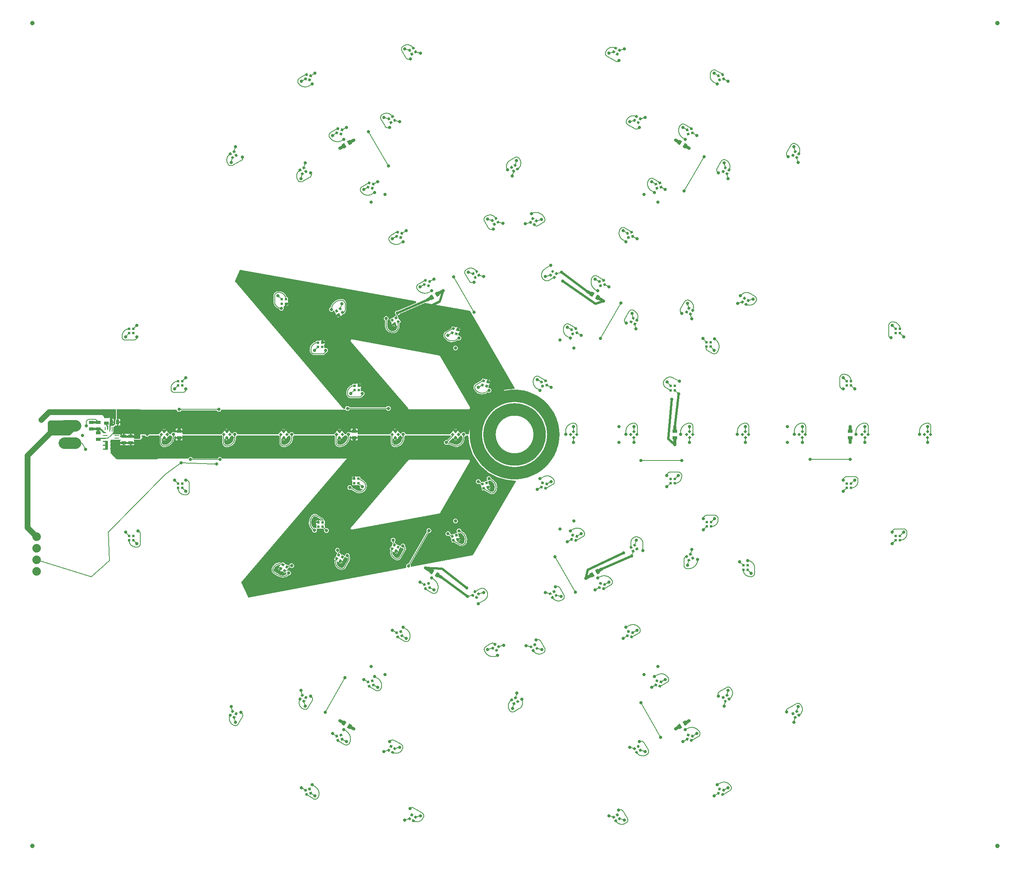
<source format=gbr>
G04 EAGLE Gerber RS-274X export*
G75*
%MOMM*%
%FSLAX34Y34*%
%LPD*%
%INTop Copper*%
%IPPOS*%
%AMOC8*
5,1,8,0,0,1.08239X$1,22.5*%
G01*
%ADD10C,2.750000*%
%ADD11C,2.500000*%
%ADD12C,1.000000*%
%ADD13R,0.550000X0.550000*%
%ADD14R,0.550000X0.550000*%
%ADD15R,1.000000X0.700000*%
%ADD16R,0.700000X1.000000*%
%ADD17R,1.100000X0.250000*%
%ADD18R,0.250000X0.250000*%
%ADD19R,0.700000X0.250000*%
%ADD20R,0.200000X0.200000*%
%ADD21R,0.250000X1.100000*%
%ADD22R,0.250000X0.700000*%
%ADD23C,1.879600*%
%ADD24C,0.706400*%
%ADD25C,0.152400*%
%ADD26C,0.700000*%
%ADD27C,0.508000*%
%ADD28C,0.355600*%
%ADD29C,1.270000*%
%ADD30C,0.254000*%
%ADD31C,0.203200*%
%ADD32C,0.304800*%

G36*
X256409Y975285D02*
X256409Y975285D01*
X256500Y975293D01*
X256530Y975305D01*
X256562Y975311D01*
X256642Y975353D01*
X256726Y975389D01*
X256758Y975415D01*
X256779Y975426D01*
X256801Y975449D01*
X256857Y975494D01*
X257138Y975775D01*
X257191Y975849D01*
X257251Y975918D01*
X257263Y975948D01*
X257282Y975975D01*
X257309Y976062D01*
X257343Y976146D01*
X257347Y976187D01*
X257354Y976210D01*
X257353Y976242D01*
X257361Y976313D01*
X257361Y985469D01*
X296865Y985469D01*
X296891Y985471D01*
X296918Y985469D01*
X297092Y985491D01*
X297265Y985509D01*
X297291Y985517D01*
X297317Y985520D01*
X297483Y985576D01*
X297650Y985627D01*
X297674Y985640D01*
X297699Y985648D01*
X297851Y985735D01*
X298004Y985819D01*
X298025Y985836D01*
X298048Y985849D01*
X298301Y986064D01*
X302975Y990738D01*
X302992Y990759D01*
X303012Y990776D01*
X303120Y990914D01*
X303230Y991050D01*
X303243Y991073D01*
X303259Y991094D01*
X303337Y991251D01*
X303419Y991405D01*
X303427Y991431D01*
X303439Y991455D01*
X303484Y991624D01*
X303534Y991791D01*
X303536Y991818D01*
X303543Y991844D01*
X303556Y991998D01*
X303743Y992698D01*
X304078Y993278D01*
X304822Y994022D01*
X308563Y990281D01*
X308577Y990270D01*
X308589Y990256D01*
X308733Y990142D01*
X308875Y990026D01*
X308891Y990018D01*
X308905Y990007D01*
X309069Y989923D01*
X309231Y989838D01*
X309248Y989833D01*
X309264Y989824D01*
X309441Y989775D01*
X309616Y989723D01*
X309634Y989721D01*
X309651Y989716D01*
X309834Y989703D01*
X310017Y989686D01*
X310018Y989686D01*
X310035Y989688D01*
X310053Y989687D01*
X310054Y989687D01*
X310236Y989710D01*
X310418Y989730D01*
X310435Y989735D01*
X310453Y989737D01*
X310627Y989796D01*
X310802Y989851D01*
X310818Y989860D01*
X310835Y989866D01*
X310994Y989958D01*
X311155Y990046D01*
X311168Y990058D01*
X311184Y990067D01*
X311437Y990281D01*
X315178Y994022D01*
X315922Y993278D01*
X316257Y992698D01*
X316448Y991986D01*
X316452Y991947D01*
X316470Y991774D01*
X316478Y991748D01*
X316481Y991722D01*
X316537Y991556D01*
X316588Y991389D01*
X316601Y991365D01*
X316609Y991340D01*
X316696Y991188D01*
X316780Y991035D01*
X316797Y991014D01*
X316810Y990991D01*
X317025Y990738D01*
X321699Y986064D01*
X321720Y986047D01*
X321737Y986027D01*
X321875Y985920D01*
X322011Y985809D01*
X322034Y985796D01*
X322055Y985780D01*
X322211Y985702D01*
X322366Y985620D01*
X322392Y985612D01*
X322416Y985600D01*
X322585Y985555D01*
X322752Y985505D01*
X322779Y985503D01*
X322805Y985496D01*
X323136Y985469D01*
X323364Y985469D01*
X323386Y985471D01*
X323408Y985469D01*
X323586Y985491D01*
X323764Y985509D01*
X323785Y985515D01*
X323808Y985518D01*
X323978Y985574D01*
X324149Y985627D01*
X324169Y985637D01*
X324190Y985644D01*
X324346Y985733D01*
X324503Y985819D01*
X324520Y985833D01*
X324540Y985844D01*
X324675Y985962D01*
X324812Y986076D01*
X324826Y986094D01*
X324843Y986108D01*
X324952Y986250D01*
X325065Y986390D01*
X325075Y986410D01*
X325089Y986428D01*
X325240Y986723D01*
X325713Y987864D01*
X327136Y989287D01*
X328994Y990057D01*
X331006Y990057D01*
X332151Y989583D01*
X332164Y989579D01*
X332175Y989573D01*
X332355Y989521D01*
X332536Y989466D01*
X332549Y989465D01*
X332562Y989461D01*
X332750Y989446D01*
X332937Y989428D01*
X332950Y989429D01*
X332964Y989428D01*
X333150Y989450D01*
X333337Y989470D01*
X333350Y989474D01*
X333363Y989475D01*
X333543Y989534D01*
X333722Y989589D01*
X333733Y989596D01*
X333746Y989600D01*
X333910Y989693D01*
X334075Y989783D01*
X334085Y989791D01*
X334097Y989798D01*
X334239Y989920D01*
X334296Y989969D01*
X342500Y989969D01*
X350041Y989969D01*
X350041Y988166D01*
X350003Y988026D01*
X349990Y987945D01*
X349967Y987866D01*
X349957Y987747D01*
X349938Y987629D01*
X349941Y987546D01*
X349934Y987464D01*
X349948Y987346D01*
X349953Y987226D01*
X349972Y987146D01*
X349981Y987065D01*
X350018Y986951D01*
X350046Y986835D01*
X350081Y986760D01*
X350106Y986682D01*
X350165Y986578D01*
X350215Y986469D01*
X350264Y986403D01*
X350304Y986331D01*
X350382Y986241D01*
X350453Y986144D01*
X350513Y986089D01*
X350567Y986027D01*
X350662Y985953D01*
X350750Y985873D01*
X350820Y985830D01*
X350885Y985780D01*
X350992Y985726D01*
X351095Y985665D01*
X351172Y985637D01*
X351246Y985600D01*
X351361Y985569D01*
X351474Y985529D01*
X351555Y985517D01*
X351635Y985496D01*
X351787Y985483D01*
X351872Y985471D01*
X351913Y985473D01*
X351965Y985469D01*
X434364Y985469D01*
X434391Y985471D01*
X434418Y985469D01*
X434592Y985491D01*
X434765Y985509D01*
X434791Y985517D01*
X434817Y985520D01*
X434983Y985576D01*
X435150Y985627D01*
X435174Y985640D01*
X435199Y985648D01*
X435351Y985735D01*
X435504Y985819D01*
X435525Y985836D01*
X435548Y985849D01*
X435801Y986064D01*
X440475Y990738D01*
X440492Y990759D01*
X440512Y990776D01*
X440619Y990914D01*
X440730Y991050D01*
X440743Y991073D01*
X440759Y991094D01*
X440837Y991251D01*
X440919Y991405D01*
X440927Y991431D01*
X440939Y991455D01*
X440984Y991624D01*
X441034Y991791D01*
X441036Y991818D01*
X441043Y991844D01*
X441056Y991998D01*
X441243Y992698D01*
X441578Y993278D01*
X442322Y994022D01*
X446063Y990281D01*
X446077Y990270D01*
X446089Y990256D01*
X446233Y990142D01*
X446375Y990026D01*
X446391Y990018D01*
X446405Y990007D01*
X446569Y989923D01*
X446731Y989838D01*
X446748Y989833D01*
X446764Y989824D01*
X446941Y989775D01*
X447116Y989723D01*
X447134Y989721D01*
X447151Y989716D01*
X447334Y989703D01*
X447517Y989686D01*
X447518Y989686D01*
X447535Y989688D01*
X447553Y989687D01*
X447554Y989687D01*
X447736Y989710D01*
X447918Y989730D01*
X447935Y989735D01*
X447953Y989737D01*
X448127Y989796D01*
X448302Y989851D01*
X448318Y989860D01*
X448335Y989866D01*
X448494Y989958D01*
X448655Y990046D01*
X448668Y990058D01*
X448684Y990067D01*
X448937Y990281D01*
X452678Y994022D01*
X453422Y993278D01*
X453757Y992698D01*
X453948Y991986D01*
X453952Y991947D01*
X453970Y991774D01*
X453978Y991748D01*
X453981Y991722D01*
X454037Y991556D01*
X454088Y991389D01*
X454101Y991365D01*
X454109Y991340D01*
X454196Y991188D01*
X454280Y991035D01*
X454297Y991014D01*
X454310Y990991D01*
X454525Y990738D01*
X457620Y987643D01*
X457633Y987632D01*
X457645Y987618D01*
X457789Y987505D01*
X457931Y987388D01*
X457947Y987380D01*
X457961Y987369D01*
X458124Y987286D01*
X458287Y987200D01*
X458304Y987195D01*
X458320Y987186D01*
X458496Y987137D01*
X458673Y987085D01*
X458690Y987083D01*
X458708Y987078D01*
X458891Y987065D01*
X459074Y987048D01*
X459091Y987050D01*
X459109Y987049D01*
X459292Y987072D01*
X459474Y987092D01*
X459491Y987097D01*
X459509Y987100D01*
X459683Y987158D01*
X459858Y987213D01*
X459873Y987222D01*
X459890Y987228D01*
X460049Y987319D01*
X460210Y987408D01*
X460224Y987420D01*
X460239Y987429D01*
X460492Y987643D01*
X462136Y989287D01*
X463994Y990057D01*
X466006Y990057D01*
X467864Y989287D01*
X469287Y987864D01*
X469760Y986723D01*
X469770Y986703D01*
X469777Y986682D01*
X469866Y986525D01*
X469950Y986368D01*
X469964Y986351D01*
X469975Y986331D01*
X470092Y986195D01*
X470206Y986057D01*
X470224Y986043D01*
X470238Y986027D01*
X470380Y985917D01*
X470519Y985804D01*
X470539Y985793D01*
X470556Y985780D01*
X470717Y985700D01*
X470876Y985617D01*
X470897Y985610D01*
X470917Y985600D01*
X471091Y985554D01*
X471262Y985504D01*
X471284Y985502D01*
X471306Y985496D01*
X471636Y985469D01*
X559364Y985469D01*
X559391Y985471D01*
X559418Y985469D01*
X559592Y985491D01*
X559765Y985509D01*
X559791Y985517D01*
X559817Y985520D01*
X559983Y985576D01*
X560150Y985627D01*
X560174Y985640D01*
X560199Y985648D01*
X560351Y985735D01*
X560504Y985819D01*
X560524Y985836D01*
X560548Y985849D01*
X560801Y986064D01*
X565475Y990738D01*
X565492Y990759D01*
X565512Y990776D01*
X565619Y990914D01*
X565730Y991050D01*
X565743Y991073D01*
X565759Y991094D01*
X565837Y991251D01*
X565919Y991405D01*
X565926Y991431D01*
X565938Y991455D01*
X565984Y991624D01*
X566034Y991791D01*
X566036Y991818D01*
X566043Y991844D01*
X566056Y991998D01*
X566243Y992698D01*
X566578Y993278D01*
X567322Y994022D01*
X571063Y990281D01*
X571077Y990270D01*
X571089Y990256D01*
X571233Y990142D01*
X571375Y990026D01*
X571391Y990018D01*
X571405Y990007D01*
X571569Y989923D01*
X571730Y989838D01*
X571748Y989833D01*
X571764Y989824D01*
X571941Y989775D01*
X572116Y989723D01*
X572134Y989721D01*
X572151Y989716D01*
X572334Y989703D01*
X572517Y989686D01*
X572518Y989686D01*
X572535Y989688D01*
X572553Y989687D01*
X572554Y989687D01*
X572736Y989710D01*
X572918Y989730D01*
X572935Y989735D01*
X572953Y989737D01*
X573127Y989796D01*
X573302Y989851D01*
X573318Y989860D01*
X573335Y989866D01*
X573494Y989958D01*
X573655Y990046D01*
X573668Y990058D01*
X573684Y990067D01*
X573937Y990281D01*
X577677Y994022D01*
X578422Y993278D01*
X578757Y992698D01*
X578948Y991986D01*
X578952Y991947D01*
X578970Y991774D01*
X578978Y991748D01*
X578981Y991722D01*
X579037Y991556D01*
X579088Y991389D01*
X579101Y991365D01*
X579109Y991340D01*
X579196Y991188D01*
X579280Y991035D01*
X579297Y991014D01*
X579310Y990991D01*
X579525Y990738D01*
X582619Y987643D01*
X582633Y987632D01*
X582645Y987618D01*
X582789Y987504D01*
X582931Y987388D01*
X582947Y987380D01*
X582961Y987369D01*
X583125Y987285D01*
X583287Y987200D01*
X583304Y987195D01*
X583320Y987186D01*
X583497Y987137D01*
X583673Y987085D01*
X583690Y987083D01*
X583708Y987078D01*
X583891Y987065D01*
X584074Y987048D01*
X584091Y987050D01*
X584109Y987049D01*
X584291Y987072D01*
X584474Y987092D01*
X584491Y987097D01*
X584509Y987100D01*
X584682Y987158D01*
X584858Y987213D01*
X584873Y987222D01*
X584890Y987228D01*
X585049Y987319D01*
X585210Y987408D01*
X585224Y987420D01*
X585239Y987429D01*
X585492Y987643D01*
X587136Y989287D01*
X588994Y990057D01*
X591006Y990057D01*
X592864Y989287D01*
X594287Y987864D01*
X594760Y986723D01*
X594770Y986703D01*
X594777Y986682D01*
X594866Y986525D01*
X594950Y986368D01*
X594964Y986351D01*
X594975Y986331D01*
X595092Y986195D01*
X595206Y986057D01*
X595224Y986043D01*
X595238Y986027D01*
X595380Y985917D01*
X595519Y985804D01*
X595539Y985793D01*
X595556Y985780D01*
X595717Y985700D01*
X595876Y985617D01*
X595897Y985610D01*
X595917Y985600D01*
X596091Y985554D01*
X596262Y985504D01*
X596284Y985502D01*
X596306Y985496D01*
X596636Y985469D01*
X681865Y985469D01*
X681891Y985471D01*
X681918Y985469D01*
X682092Y985491D01*
X682265Y985509D01*
X682291Y985517D01*
X682317Y985520D01*
X682483Y985576D01*
X682650Y985627D01*
X682674Y985640D01*
X682699Y985648D01*
X682851Y985735D01*
X683004Y985819D01*
X683025Y985836D01*
X683048Y985849D01*
X683301Y986064D01*
X687975Y990738D01*
X687992Y990759D01*
X688012Y990776D01*
X688120Y990914D01*
X688230Y991050D01*
X688243Y991073D01*
X688259Y991094D01*
X688337Y991251D01*
X688419Y991405D01*
X688427Y991431D01*
X688439Y991455D01*
X688484Y991624D01*
X688534Y991791D01*
X688536Y991818D01*
X688543Y991844D01*
X688556Y991998D01*
X688743Y992698D01*
X689078Y993278D01*
X689822Y994022D01*
X693563Y990281D01*
X693577Y990270D01*
X693589Y990256D01*
X693733Y990142D01*
X693875Y990026D01*
X693891Y990018D01*
X693905Y990007D01*
X694069Y989923D01*
X694231Y989838D01*
X694248Y989833D01*
X694264Y989824D01*
X694441Y989775D01*
X694616Y989723D01*
X694634Y989721D01*
X694651Y989716D01*
X694834Y989703D01*
X695017Y989686D01*
X695018Y989686D01*
X695035Y989688D01*
X695053Y989687D01*
X695054Y989687D01*
X695236Y989710D01*
X695418Y989730D01*
X695435Y989735D01*
X695453Y989737D01*
X695627Y989796D01*
X695802Y989851D01*
X695818Y989860D01*
X695835Y989866D01*
X695994Y989958D01*
X696155Y990046D01*
X696168Y990058D01*
X696184Y990067D01*
X696437Y990281D01*
X700178Y994022D01*
X700922Y993278D01*
X701257Y992698D01*
X701448Y991986D01*
X701452Y991947D01*
X701470Y991774D01*
X701478Y991748D01*
X701481Y991722D01*
X701537Y991556D01*
X701588Y991389D01*
X701601Y991365D01*
X701609Y991340D01*
X701696Y991188D01*
X701780Y991035D01*
X701797Y991014D01*
X701810Y990991D01*
X702025Y990738D01*
X706699Y986064D01*
X706720Y986047D01*
X706737Y986027D01*
X706875Y985919D01*
X707011Y985809D01*
X707034Y985796D01*
X707055Y985780D01*
X707212Y985702D01*
X707366Y985620D01*
X707392Y985612D01*
X707416Y985600D01*
X707585Y985555D01*
X707752Y985505D01*
X707779Y985503D01*
X707805Y985496D01*
X708136Y985469D01*
X708364Y985469D01*
X708386Y985471D01*
X708408Y985469D01*
X708586Y985491D01*
X708764Y985509D01*
X708785Y985515D01*
X708808Y985518D01*
X708978Y985574D01*
X709149Y985627D01*
X709169Y985637D01*
X709190Y985644D01*
X709346Y985733D01*
X709503Y985819D01*
X709520Y985833D01*
X709540Y985844D01*
X709675Y985962D01*
X709812Y986076D01*
X709826Y986094D01*
X709843Y986108D01*
X709952Y986250D01*
X710065Y986390D01*
X710075Y986410D01*
X710089Y986428D01*
X710240Y986723D01*
X710713Y987864D01*
X712136Y989287D01*
X713994Y990057D01*
X716006Y990057D01*
X717151Y989583D01*
X717164Y989579D01*
X717175Y989573D01*
X717355Y989521D01*
X717536Y989466D01*
X717549Y989465D01*
X717562Y989461D01*
X717750Y989446D01*
X717937Y989428D01*
X717950Y989429D01*
X717964Y989428D01*
X718150Y989450D01*
X718337Y989470D01*
X718350Y989474D01*
X718363Y989475D01*
X718543Y989534D01*
X718722Y989589D01*
X718733Y989596D01*
X718746Y989600D01*
X718910Y989693D01*
X719075Y989783D01*
X719085Y989791D01*
X719097Y989798D01*
X719239Y989920D01*
X719296Y989969D01*
X727500Y989969D01*
X735041Y989969D01*
X735041Y988166D01*
X735003Y988026D01*
X734990Y987945D01*
X734967Y987866D01*
X734957Y987747D01*
X734938Y987629D01*
X734941Y987546D01*
X734934Y987464D01*
X734948Y987346D01*
X734953Y987226D01*
X734972Y987146D01*
X734981Y987065D01*
X735018Y986951D01*
X735046Y986835D01*
X735081Y986760D01*
X735106Y986682D01*
X735165Y986578D01*
X735215Y986469D01*
X735264Y986403D01*
X735304Y986331D01*
X735382Y986241D01*
X735453Y986144D01*
X735513Y986089D01*
X735567Y986027D01*
X735662Y985953D01*
X735750Y985873D01*
X735820Y985830D01*
X735885Y985780D01*
X735992Y985726D01*
X736095Y985665D01*
X736172Y985637D01*
X736246Y985600D01*
X736361Y985569D01*
X736474Y985529D01*
X736555Y985517D01*
X736635Y985496D01*
X736787Y985483D01*
X736872Y985471D01*
X736913Y985473D01*
X736965Y985469D01*
X804364Y985469D01*
X804391Y985471D01*
X804418Y985469D01*
X804592Y985491D01*
X804765Y985509D01*
X804791Y985517D01*
X804817Y985520D01*
X804983Y985576D01*
X805150Y985627D01*
X805174Y985640D01*
X805199Y985648D01*
X805351Y985735D01*
X805504Y985819D01*
X805524Y985836D01*
X805548Y985849D01*
X805801Y986064D01*
X810475Y990738D01*
X810492Y990759D01*
X810512Y990776D01*
X810619Y990914D01*
X810730Y991050D01*
X810743Y991073D01*
X810759Y991094D01*
X810837Y991251D01*
X810919Y991405D01*
X810926Y991431D01*
X810938Y991455D01*
X810984Y991624D01*
X811034Y991791D01*
X811036Y991818D01*
X811043Y991844D01*
X811056Y991998D01*
X811243Y992698D01*
X811578Y993278D01*
X812322Y994022D01*
X816063Y990281D01*
X816077Y990270D01*
X816089Y990256D01*
X816233Y990142D01*
X816375Y990026D01*
X816391Y990018D01*
X816405Y990007D01*
X816569Y989923D01*
X816730Y989838D01*
X816748Y989833D01*
X816764Y989824D01*
X816941Y989775D01*
X817116Y989723D01*
X817134Y989721D01*
X817151Y989716D01*
X817334Y989703D01*
X817517Y989686D01*
X817518Y989686D01*
X817535Y989688D01*
X817553Y989687D01*
X817554Y989687D01*
X817736Y989710D01*
X817918Y989730D01*
X817935Y989735D01*
X817953Y989737D01*
X818127Y989796D01*
X818302Y989851D01*
X818318Y989860D01*
X818335Y989866D01*
X818494Y989958D01*
X818655Y990046D01*
X818668Y990058D01*
X818684Y990067D01*
X818937Y990281D01*
X822677Y994022D01*
X823422Y993278D01*
X823757Y992698D01*
X823948Y991986D01*
X823952Y991947D01*
X823970Y991774D01*
X823978Y991748D01*
X823981Y991722D01*
X824037Y991556D01*
X824088Y991389D01*
X824101Y991365D01*
X824109Y991340D01*
X824196Y991188D01*
X824280Y991035D01*
X824297Y991014D01*
X824310Y990991D01*
X824525Y990738D01*
X827619Y987643D01*
X827633Y987632D01*
X827645Y987618D01*
X827789Y987505D01*
X827931Y987388D01*
X827947Y987380D01*
X827961Y987369D01*
X828125Y987285D01*
X828287Y987200D01*
X828304Y987195D01*
X828320Y987186D01*
X828497Y987137D01*
X828673Y987085D01*
X828690Y987083D01*
X828708Y987078D01*
X828891Y987065D01*
X829074Y987048D01*
X829091Y987050D01*
X829109Y987049D01*
X829291Y987072D01*
X829474Y987092D01*
X829491Y987097D01*
X829509Y987100D01*
X829682Y987158D01*
X829858Y987213D01*
X829873Y987222D01*
X829890Y987228D01*
X830050Y987320D01*
X830210Y987408D01*
X830223Y987420D01*
X830239Y987429D01*
X830492Y987643D01*
X832136Y989287D01*
X833994Y990057D01*
X836006Y990057D01*
X837864Y989287D01*
X839287Y987864D01*
X839760Y986723D01*
X839770Y986703D01*
X839777Y986682D01*
X839866Y986525D01*
X839950Y986368D01*
X839964Y986351D01*
X839975Y986331D01*
X840092Y986195D01*
X840206Y986057D01*
X840224Y986043D01*
X840238Y986027D01*
X840380Y985917D01*
X840519Y985804D01*
X840539Y985793D01*
X840556Y985780D01*
X840717Y985700D01*
X840876Y985617D01*
X840897Y985610D01*
X840917Y985600D01*
X841091Y985554D01*
X841262Y985504D01*
X841284Y985502D01*
X841306Y985496D01*
X841636Y985469D01*
X936864Y985469D01*
X936891Y985471D01*
X936918Y985469D01*
X937092Y985491D01*
X937265Y985509D01*
X937291Y985517D01*
X937317Y985520D01*
X937483Y985576D01*
X937650Y985627D01*
X937674Y985640D01*
X937699Y985648D01*
X937851Y985735D01*
X938004Y985819D01*
X938024Y985836D01*
X938048Y985849D01*
X938301Y986064D01*
X942975Y990738D01*
X942992Y990759D01*
X943012Y990776D01*
X943119Y990914D01*
X943230Y991050D01*
X943243Y991073D01*
X943259Y991094D01*
X943337Y991251D01*
X943419Y991405D01*
X943427Y991431D01*
X943438Y991455D01*
X943484Y991624D01*
X943534Y991791D01*
X943536Y991818D01*
X943543Y991844D01*
X943556Y991998D01*
X943743Y992698D01*
X944078Y993278D01*
X944822Y994022D01*
X948563Y990281D01*
X948577Y990270D01*
X948589Y990256D01*
X948733Y990142D01*
X948875Y990026D01*
X948891Y990018D01*
X948905Y990007D01*
X949069Y989923D01*
X949230Y989838D01*
X949248Y989833D01*
X949264Y989824D01*
X949441Y989775D01*
X949616Y989723D01*
X949634Y989721D01*
X949651Y989716D01*
X949834Y989703D01*
X950017Y989686D01*
X950018Y989686D01*
X950035Y989688D01*
X950053Y989687D01*
X950054Y989687D01*
X950236Y989710D01*
X950418Y989730D01*
X950435Y989735D01*
X950453Y989737D01*
X950627Y989796D01*
X950802Y989851D01*
X950818Y989860D01*
X950835Y989866D01*
X950994Y989958D01*
X951155Y990046D01*
X951168Y990058D01*
X951184Y990067D01*
X951437Y990281D01*
X955177Y994022D01*
X955922Y993278D01*
X956257Y992698D01*
X956448Y991986D01*
X956452Y991947D01*
X956470Y991774D01*
X956478Y991748D01*
X956481Y991722D01*
X956537Y991556D01*
X956588Y991389D01*
X956601Y991365D01*
X956609Y991340D01*
X956696Y991188D01*
X956780Y991035D01*
X956797Y991014D01*
X956810Y990991D01*
X957025Y990738D01*
X960119Y987643D01*
X960133Y987632D01*
X960145Y987618D01*
X960289Y987504D01*
X960431Y987388D01*
X960447Y987380D01*
X960461Y987369D01*
X960625Y987286D01*
X960787Y987200D01*
X960804Y987195D01*
X960820Y987187D01*
X960997Y987137D01*
X961173Y987085D01*
X961190Y987083D01*
X961208Y987079D01*
X961391Y987065D01*
X961574Y987049D01*
X961591Y987050D01*
X961609Y987049D01*
X961791Y987072D01*
X961974Y987092D01*
X961991Y987097D01*
X962009Y987100D01*
X962182Y987158D01*
X962358Y987213D01*
X962373Y987222D01*
X962390Y987228D01*
X962549Y987319D01*
X962710Y987408D01*
X962724Y987420D01*
X962739Y987429D01*
X962992Y987643D01*
X964636Y989287D01*
X966494Y990057D01*
X968506Y990057D01*
X970364Y989287D01*
X971787Y987864D01*
X972260Y986723D01*
X972270Y986703D01*
X972277Y986682D01*
X972366Y986525D01*
X972450Y986368D01*
X972464Y986351D01*
X972475Y986331D01*
X972592Y986195D01*
X972706Y986057D01*
X972724Y986043D01*
X972738Y986027D01*
X972880Y985917D01*
X973019Y985804D01*
X973039Y985793D01*
X973056Y985780D01*
X973217Y985700D01*
X973376Y985617D01*
X973397Y985610D01*
X973417Y985600D01*
X973591Y985554D01*
X973762Y985504D01*
X973784Y985502D01*
X973806Y985496D01*
X974136Y985469D01*
X977586Y985469D01*
X977705Y985481D01*
X977825Y985483D01*
X977905Y985501D01*
X977987Y985509D01*
X978101Y985544D01*
X978218Y985570D01*
X978293Y985603D01*
X978372Y985627D01*
X978477Y985684D01*
X978587Y985732D01*
X978654Y985779D01*
X978726Y985819D01*
X978818Y985895D01*
X978916Y985964D01*
X978972Y986024D01*
X979035Y986076D01*
X979110Y986170D01*
X979192Y986257D01*
X979236Y986326D01*
X979287Y986390D01*
X979343Y986496D01*
X979406Y986598D01*
X979435Y986675D01*
X979473Y986747D01*
X979506Y986862D01*
X979548Y986974D01*
X979566Y987069D01*
X979584Y987134D01*
X979590Y987203D01*
X979608Y987301D01*
X981308Y1004561D01*
X987013Y1023370D01*
X996279Y1040704D01*
X1008748Y1055898D01*
X1023942Y1068367D01*
X1041276Y1077633D01*
X1060085Y1083338D01*
X1078120Y1085115D01*
X1078170Y1085125D01*
X1078221Y1085127D01*
X1078367Y1085164D01*
X1078515Y1085194D01*
X1078562Y1085213D01*
X1078611Y1085226D01*
X1078747Y1085291D01*
X1078886Y1085349D01*
X1078928Y1085378D01*
X1078975Y1085400D01*
X1079095Y1085490D01*
X1079220Y1085574D01*
X1079255Y1085611D01*
X1079296Y1085642D01*
X1079397Y1085754D01*
X1079502Y1085861D01*
X1079530Y1085904D01*
X1079564Y1085942D01*
X1079640Y1086072D01*
X1079722Y1086198D01*
X1079741Y1086246D01*
X1079767Y1086290D01*
X1079816Y1086432D01*
X1079872Y1086572D01*
X1079881Y1086622D01*
X1079898Y1086671D01*
X1079918Y1086820D01*
X1079945Y1086968D01*
X1079944Y1087019D01*
X1079951Y1087070D01*
X1079941Y1087220D01*
X1079938Y1087370D01*
X1079927Y1087421D01*
X1079924Y1087472D01*
X1079885Y1087617D01*
X1079852Y1087764D01*
X1079832Y1087811D01*
X1079818Y1087860D01*
X1079719Y1088069D01*
X1079691Y1088133D01*
X1079683Y1088144D01*
X1079675Y1088160D01*
X981755Y1256024D01*
X981691Y1256111D01*
X981636Y1256204D01*
X981573Y1256274D01*
X981518Y1256349D01*
X981439Y1256423D01*
X981366Y1256503D01*
X981291Y1256559D01*
X981222Y1256622D01*
X981130Y1256679D01*
X981043Y1256743D01*
X980959Y1256783D01*
X980878Y1256832D01*
X980777Y1256868D01*
X980679Y1256914D01*
X980570Y1256943D01*
X980500Y1256969D01*
X980440Y1256978D01*
X980358Y1256999D01*
X883627Y1274324D01*
X883599Y1274327D01*
X883572Y1274334D01*
X883398Y1274342D01*
X883226Y1274356D01*
X883198Y1274352D01*
X883170Y1274354D01*
X882998Y1274328D01*
X882826Y1274307D01*
X882799Y1274299D01*
X882772Y1274294D01*
X882458Y1274187D01*
X827668Y1250318D01*
X827657Y1250312D01*
X827645Y1250308D01*
X827482Y1250214D01*
X827317Y1250121D01*
X827307Y1250113D01*
X827296Y1250107D01*
X827043Y1249892D01*
X825364Y1248213D01*
X824266Y1247758D01*
X824148Y1247695D01*
X824027Y1247640D01*
X823972Y1247600D01*
X823911Y1247568D01*
X823808Y1247483D01*
X823700Y1247406D01*
X823654Y1247355D01*
X823600Y1247311D01*
X823517Y1247208D01*
X823426Y1247111D01*
X823390Y1247052D01*
X823347Y1246999D01*
X823285Y1246881D01*
X823215Y1246768D01*
X823187Y1246694D01*
X823160Y1246642D01*
X823138Y1246568D01*
X823095Y1246458D01*
X822736Y1245246D01*
X822726Y1245193D01*
X822709Y1245143D01*
X822689Y1244996D01*
X822661Y1244850D01*
X822661Y1244797D01*
X822654Y1244744D01*
X822663Y1244596D01*
X822665Y1244448D01*
X822676Y1244396D01*
X822679Y1244342D01*
X822717Y1244199D01*
X822748Y1244054D01*
X822769Y1244005D01*
X822783Y1243953D01*
X822878Y1243752D01*
X822907Y1243684D01*
X822916Y1243671D01*
X822925Y1243653D01*
X824637Y1240687D01*
X824621Y1240574D01*
X824591Y1240393D01*
X824592Y1240375D01*
X824589Y1240357D01*
X824599Y1240174D01*
X824606Y1239990D01*
X824610Y1239973D01*
X824611Y1239955D01*
X824657Y1239777D01*
X824699Y1239599D01*
X824707Y1239583D01*
X824711Y1239565D01*
X824791Y1239400D01*
X824868Y1239233D01*
X824879Y1239219D01*
X824886Y1239203D01*
X824998Y1239056D01*
X825106Y1238909D01*
X825119Y1238897D01*
X825130Y1238882D01*
X825268Y1238761D01*
X825403Y1238637D01*
X825418Y1238628D01*
X825432Y1238616D01*
X825591Y1238524D01*
X825748Y1238429D01*
X825765Y1238423D01*
X825780Y1238414D01*
X825994Y1238338D01*
X829381Y1232470D01*
X829054Y1231250D01*
X827291Y1230232D01*
X827217Y1230179D01*
X827138Y1230134D01*
X827054Y1230062D01*
X826964Y1229997D01*
X826902Y1229930D01*
X826833Y1229871D01*
X826765Y1229783D01*
X826690Y1229702D01*
X826642Y1229625D01*
X826586Y1229553D01*
X826537Y1229454D01*
X826479Y1229359D01*
X826448Y1229274D01*
X826407Y1229192D01*
X826378Y1229085D01*
X826340Y1228981D01*
X826326Y1228892D01*
X826302Y1228804D01*
X826291Y1228666D01*
X826278Y1228584D01*
X826280Y1228536D01*
X826275Y1228473D01*
X826275Y1218749D01*
X824178Y1213686D01*
X820303Y1209810D01*
X815240Y1207713D01*
X809061Y1207713D01*
X802708Y1210345D01*
X797845Y1215208D01*
X795213Y1221561D01*
X795213Y1234294D01*
X795211Y1234321D01*
X795213Y1234347D01*
X795191Y1234521D01*
X795173Y1234695D01*
X795165Y1234720D01*
X795162Y1234747D01*
X795106Y1234912D01*
X795055Y1235080D01*
X795042Y1235103D01*
X795034Y1235129D01*
X794947Y1235280D01*
X794863Y1235434D01*
X794846Y1235454D01*
X794833Y1235477D01*
X794618Y1235730D01*
X793213Y1237136D01*
X792443Y1238994D01*
X792443Y1241006D01*
X793213Y1242864D01*
X794636Y1244287D01*
X796494Y1245057D01*
X798506Y1245057D01*
X800364Y1244287D01*
X801787Y1242864D01*
X802557Y1241006D01*
X802557Y1240312D01*
X802571Y1240166D01*
X802578Y1240020D01*
X802591Y1239966D01*
X802597Y1239911D01*
X802640Y1239771D01*
X802675Y1239629D01*
X802698Y1239579D01*
X802715Y1239526D01*
X802784Y1239397D01*
X802847Y1239265D01*
X802880Y1239221D01*
X802906Y1239172D01*
X803000Y1239060D01*
X803087Y1238942D01*
X803129Y1238905D01*
X803164Y1238863D01*
X803278Y1238771D01*
X803387Y1238673D01*
X803435Y1238645D01*
X803437Y1238643D01*
X803416Y1238638D01*
X803339Y1238629D01*
X803221Y1238590D01*
X803101Y1238560D01*
X803030Y1238527D01*
X802957Y1238502D01*
X802849Y1238441D01*
X802737Y1238388D01*
X802674Y1238341D01*
X802607Y1238303D01*
X802513Y1238221D01*
X802414Y1238147D01*
X802362Y1238089D01*
X802303Y1238038D01*
X802228Y1237940D01*
X802145Y1237848D01*
X802105Y1237781D01*
X802058Y1237719D01*
X801985Y1237576D01*
X801940Y1237501D01*
X801928Y1237466D01*
X801906Y1237424D01*
X801787Y1237136D01*
X800382Y1235730D01*
X800365Y1235710D01*
X800344Y1235692D01*
X800237Y1235554D01*
X800127Y1235419D01*
X800114Y1235395D01*
X800098Y1235374D01*
X800020Y1235217D01*
X799938Y1235063D01*
X799930Y1235038D01*
X799918Y1235014D01*
X799873Y1234844D01*
X799823Y1234677D01*
X799821Y1234651D01*
X799814Y1234625D01*
X799787Y1234294D01*
X799787Y1225000D01*
X799795Y1224922D01*
X799796Y1224801D01*
X800002Y1222717D01*
X800028Y1222587D01*
X800045Y1222455D01*
X800069Y1222379D01*
X800081Y1222322D01*
X800111Y1222251D01*
X800147Y1222139D01*
X801742Y1218288D01*
X801756Y1218261D01*
X801766Y1218231D01*
X801851Y1218083D01*
X801932Y1217933D01*
X801950Y1217911D01*
X801960Y1217894D01*
X801962Y1217891D01*
X801967Y1217882D01*
X802182Y1217629D01*
X805129Y1214682D01*
X805153Y1214662D01*
X805174Y1214639D01*
X805309Y1214535D01*
X805441Y1214427D01*
X805468Y1214412D01*
X805493Y1214393D01*
X805788Y1214242D01*
X809639Y1212647D01*
X809766Y1212608D01*
X809890Y1212561D01*
X809968Y1212547D01*
X810024Y1212530D01*
X810101Y1212523D01*
X810217Y1212502D01*
X812301Y1212297D01*
X812334Y1212297D01*
X812367Y1212291D01*
X812699Y1212297D01*
X814098Y1212434D01*
X814228Y1212460D01*
X814360Y1212478D01*
X814436Y1212502D01*
X814493Y1212513D01*
X814564Y1212543D01*
X814676Y1212579D01*
X817261Y1213650D01*
X817289Y1213665D01*
X817318Y1213675D01*
X817466Y1213760D01*
X817616Y1213840D01*
X817640Y1213860D01*
X817667Y1213875D01*
X817920Y1214090D01*
X819898Y1216069D01*
X819918Y1216093D01*
X819942Y1216113D01*
X820046Y1216248D01*
X820153Y1216380D01*
X820168Y1216408D01*
X820187Y1216432D01*
X820339Y1216728D01*
X821409Y1219312D01*
X821448Y1219440D01*
X821495Y1219564D01*
X821509Y1219642D01*
X821526Y1219698D01*
X821533Y1219775D01*
X821554Y1219891D01*
X821692Y1221290D01*
X821692Y1221368D01*
X821702Y1221489D01*
X821702Y1222314D01*
X821687Y1222459D01*
X821681Y1222605D01*
X821667Y1222659D01*
X821662Y1222714D01*
X821619Y1222854D01*
X821584Y1222996D01*
X821560Y1223046D01*
X821544Y1223099D01*
X821474Y1223228D01*
X821412Y1223360D01*
X821378Y1223404D01*
X821352Y1223453D01*
X821259Y1223565D01*
X821171Y1223683D01*
X821130Y1223720D01*
X821094Y1223762D01*
X820981Y1223854D01*
X820872Y1223952D01*
X820824Y1223980D01*
X820781Y1224015D01*
X820670Y1224072D01*
X817521Y1229527D01*
X817509Y1229543D01*
X817502Y1229557D01*
X817502Y1229558D01*
X817433Y1229651D01*
X817365Y1229758D01*
X817332Y1229793D01*
X817307Y1229829D01*
X817297Y1229839D01*
X817286Y1229854D01*
X817271Y1229867D01*
X817262Y1229880D01*
X817174Y1229959D01*
X817088Y1230050D01*
X817049Y1230077D01*
X817017Y1230108D01*
X817004Y1230116D01*
X816991Y1230128D01*
X816974Y1230138D01*
X816962Y1230150D01*
X816860Y1230210D01*
X816758Y1230281D01*
X816715Y1230300D01*
X816677Y1230324D01*
X816663Y1230330D01*
X816648Y1230339D01*
X816630Y1230345D01*
X816615Y1230354D01*
X816501Y1230394D01*
X816389Y1230443D01*
X816345Y1230453D01*
X816302Y1230469D01*
X816286Y1230472D01*
X816270Y1230478D01*
X816252Y1230481D01*
X816235Y1230487D01*
X816114Y1230503D01*
X815996Y1230529D01*
X815951Y1230530D01*
X815905Y1230537D01*
X815888Y1230537D01*
X815872Y1230539D01*
X815855Y1230539D01*
X815836Y1230541D01*
X815713Y1230534D01*
X815593Y1230535D01*
X815550Y1230527D01*
X815503Y1230526D01*
X815485Y1230522D01*
X815470Y1230521D01*
X815454Y1230517D01*
X815434Y1230516D01*
X815313Y1230484D01*
X815197Y1230463D01*
X815157Y1230446D01*
X815110Y1230436D01*
X815094Y1230428D01*
X815079Y1230424D01*
X815065Y1230418D01*
X815045Y1230412D01*
X814898Y1230343D01*
X814824Y1230313D01*
X814789Y1230291D01*
X814745Y1230270D01*
X810164Y1227625D01*
X809637Y1228537D01*
X809464Y1229183D01*
X809464Y1229921D01*
X809469Y1229958D01*
X809498Y1230131D01*
X809497Y1230158D01*
X809500Y1230185D01*
X809489Y1230359D01*
X809483Y1230534D01*
X809477Y1230560D01*
X809475Y1230587D01*
X809430Y1230756D01*
X809389Y1230925D01*
X809378Y1230950D01*
X809371Y1230976D01*
X809229Y1231276D01*
X805542Y1237662D01*
X805497Y1237725D01*
X805459Y1237794D01*
X805380Y1237888D01*
X805307Y1237989D01*
X805250Y1238042D01*
X805200Y1238102D01*
X805103Y1238179D01*
X805012Y1238264D01*
X804946Y1238304D01*
X804936Y1238312D01*
X804968Y1238321D01*
X805023Y1238328D01*
X805162Y1238373D01*
X805304Y1238411D01*
X805361Y1238438D01*
X805406Y1238452D01*
X805479Y1238494D01*
X805604Y1238552D01*
X811813Y1242137D01*
X811926Y1242121D01*
X812107Y1242091D01*
X812125Y1242092D01*
X812143Y1242089D01*
X812326Y1242099D01*
X812509Y1242106D01*
X812527Y1242110D01*
X812545Y1242111D01*
X812723Y1242157D01*
X812901Y1242199D01*
X812917Y1242207D01*
X812935Y1242211D01*
X813100Y1242291D01*
X813266Y1242368D01*
X813281Y1242379D01*
X813297Y1242386D01*
X813444Y1242498D01*
X813591Y1242606D01*
X813603Y1242619D01*
X813618Y1242630D01*
X813739Y1242768D01*
X813863Y1242903D01*
X813872Y1242918D01*
X813884Y1242932D01*
X813976Y1243091D01*
X814071Y1243248D01*
X814077Y1243265D01*
X814086Y1243280D01*
X814162Y1243494D01*
X817423Y1245377D01*
X817424Y1245377D01*
X817483Y1245420D01*
X817750Y1245611D01*
X817751Y1245612D01*
X817823Y1245689D01*
X818025Y1245906D01*
X818123Y1246066D01*
X818235Y1246249D01*
X818355Y1246559D01*
X818683Y1247664D01*
X818705Y1247780D01*
X818736Y1247893D01*
X818742Y1247977D01*
X818758Y1248060D01*
X818757Y1248177D01*
X818766Y1248294D01*
X818755Y1248378D01*
X818754Y1248462D01*
X818730Y1248577D01*
X818715Y1248694D01*
X818688Y1248774D01*
X818671Y1248856D01*
X818625Y1248964D01*
X818587Y1249076D01*
X818545Y1249149D01*
X818512Y1249226D01*
X818445Y1249323D01*
X818386Y1249424D01*
X818322Y1249500D01*
X818283Y1249557D01*
X818234Y1249604D01*
X818219Y1249621D01*
X817443Y1251494D01*
X817443Y1253506D01*
X818213Y1255364D01*
X819636Y1256787D01*
X821494Y1257557D01*
X823507Y1257557D01*
X823556Y1257562D01*
X823606Y1257559D01*
X823756Y1257582D01*
X823907Y1257597D01*
X823955Y1257611D01*
X824004Y1257619D01*
X824229Y1257695D01*
X824292Y1257715D01*
X824303Y1257721D01*
X824318Y1257726D01*
X862448Y1274337D01*
X862455Y1274341D01*
X862462Y1274343D01*
X862628Y1274438D01*
X862799Y1274534D01*
X862805Y1274539D01*
X862812Y1274543D01*
X862958Y1274670D01*
X863105Y1274796D01*
X863110Y1274802D01*
X863115Y1274807D01*
X863235Y1274962D01*
X863353Y1275113D01*
X863356Y1275120D01*
X863361Y1275126D01*
X863447Y1275300D01*
X863533Y1275473D01*
X863535Y1275480D01*
X863539Y1275487D01*
X863589Y1275675D01*
X863639Y1275861D01*
X863640Y1275869D01*
X863642Y1275876D01*
X863654Y1276069D01*
X863667Y1276263D01*
X863666Y1276271D01*
X863666Y1276278D01*
X863640Y1276471D01*
X863614Y1276662D01*
X863612Y1276669D01*
X863611Y1276677D01*
X863547Y1276859D01*
X863484Y1277043D01*
X863480Y1277050D01*
X863478Y1277057D01*
X863379Y1277224D01*
X863282Y1277391D01*
X863276Y1277397D01*
X863273Y1277403D01*
X863142Y1277548D01*
X863014Y1277692D01*
X863008Y1277697D01*
X863003Y1277702D01*
X862847Y1277818D01*
X862693Y1277934D01*
X862686Y1277938D01*
X862680Y1277942D01*
X862504Y1278025D01*
X862330Y1278109D01*
X862322Y1278111D01*
X862315Y1278114D01*
X861995Y1278199D01*
X477858Y1346999D01*
X477683Y1347013D01*
X477507Y1347031D01*
X477482Y1347029D01*
X477457Y1347031D01*
X477283Y1347010D01*
X477107Y1346993D01*
X477082Y1346985D01*
X477057Y1346982D01*
X476891Y1346927D01*
X476721Y1346876D01*
X476699Y1346864D01*
X476675Y1346856D01*
X476522Y1346769D01*
X476367Y1346686D01*
X476347Y1346669D01*
X476325Y1346657D01*
X476192Y1346541D01*
X476056Y1346429D01*
X476040Y1346409D01*
X476021Y1346393D01*
X475913Y1346252D01*
X475803Y1346116D01*
X475789Y1346091D01*
X475776Y1346073D01*
X475739Y1345999D01*
X475644Y1345825D01*
X465644Y1323325D01*
X465591Y1323165D01*
X465533Y1323008D01*
X465528Y1322975D01*
X465518Y1322943D01*
X465497Y1322776D01*
X465472Y1322610D01*
X465473Y1322576D01*
X465469Y1322543D01*
X465482Y1322376D01*
X465490Y1322208D01*
X465498Y1322175D01*
X465501Y1322142D01*
X465547Y1321980D01*
X465587Y1321817D01*
X465601Y1321787D01*
X465611Y1321754D01*
X465688Y1321605D01*
X465759Y1321453D01*
X465781Y1321423D01*
X465795Y1321396D01*
X465849Y1321329D01*
X465953Y1321184D01*
X703865Y1041576D01*
X703930Y1041513D01*
X703988Y1041443D01*
X704075Y1041374D01*
X704155Y1041296D01*
X704231Y1041248D01*
X704302Y1041191D01*
X704401Y1041140D01*
X704494Y1041080D01*
X704579Y1041047D01*
X704659Y1041005D01*
X704766Y1040975D01*
X704870Y1040935D01*
X704959Y1040919D01*
X705046Y1040894D01*
X705157Y1040885D01*
X705267Y1040866D01*
X705357Y1040869D01*
X705448Y1040861D01*
X705558Y1040874D01*
X705669Y1040877D01*
X705757Y1040897D01*
X705847Y1040908D01*
X705953Y1040943D01*
X706061Y1040967D01*
X706144Y1041005D01*
X706230Y1041033D01*
X706327Y1041088D01*
X706428Y1041133D01*
X706502Y1041186D01*
X706581Y1041231D01*
X706665Y1041303D01*
X706755Y1041368D01*
X706817Y1041435D01*
X706885Y1041494D01*
X706954Y1041582D01*
X707029Y1041663D01*
X707077Y1041740D01*
X707132Y1041812D01*
X707182Y1041911D01*
X707240Y1042006D01*
X707271Y1042091D01*
X707312Y1042173D01*
X707340Y1042280D01*
X707379Y1042384D01*
X707393Y1042474D01*
X707416Y1042561D01*
X707427Y1042699D01*
X707440Y1042782D01*
X707438Y1042830D01*
X707443Y1042892D01*
X707443Y1043506D01*
X708213Y1045364D01*
X709636Y1046787D01*
X711494Y1047557D01*
X713506Y1047557D01*
X715364Y1046787D01*
X716770Y1045382D01*
X716790Y1045365D01*
X716808Y1045345D01*
X716946Y1045237D01*
X717081Y1045127D01*
X717105Y1045114D01*
X717126Y1045098D01*
X717283Y1045020D01*
X717437Y1044938D01*
X717462Y1044930D01*
X717486Y1044918D01*
X717656Y1044873D01*
X717823Y1044823D01*
X717849Y1044821D01*
X717875Y1044814D01*
X718206Y1044787D01*
X796794Y1044787D01*
X796821Y1044789D01*
X796847Y1044787D01*
X797021Y1044809D01*
X797195Y1044827D01*
X797220Y1044835D01*
X797247Y1044838D01*
X797412Y1044894D01*
X797580Y1044945D01*
X797603Y1044958D01*
X797628Y1044966D01*
X797780Y1045053D01*
X797934Y1045137D01*
X797954Y1045154D01*
X797977Y1045167D01*
X798230Y1045382D01*
X799636Y1046787D01*
X801494Y1047557D01*
X803506Y1047557D01*
X805364Y1046787D01*
X806787Y1045364D01*
X807557Y1043506D01*
X807557Y1041494D01*
X806787Y1039636D01*
X805364Y1038213D01*
X803506Y1037443D01*
X801494Y1037443D01*
X799636Y1038213D01*
X798230Y1039618D01*
X798210Y1039635D01*
X798192Y1039656D01*
X798054Y1039763D01*
X797919Y1039873D01*
X797895Y1039886D01*
X797874Y1039902D01*
X797717Y1039980D01*
X797563Y1040062D01*
X797538Y1040070D01*
X797514Y1040082D01*
X797344Y1040127D01*
X797177Y1040177D01*
X797151Y1040179D01*
X797125Y1040186D01*
X796794Y1040213D01*
X718206Y1040213D01*
X718179Y1040211D01*
X718153Y1040213D01*
X717979Y1040191D01*
X717805Y1040173D01*
X717780Y1040166D01*
X717753Y1040162D01*
X717587Y1040107D01*
X717420Y1040055D01*
X717397Y1040042D01*
X717371Y1040034D01*
X717220Y1039947D01*
X717066Y1039864D01*
X717046Y1039846D01*
X717023Y1039833D01*
X716770Y1039618D01*
X715364Y1038213D01*
X713506Y1037443D01*
X711494Y1037443D01*
X709636Y1038213D01*
X708912Y1038936D01*
X708892Y1038953D01*
X708874Y1038974D01*
X708737Y1039080D01*
X708601Y1039191D01*
X708577Y1039204D01*
X708556Y1039220D01*
X708400Y1039298D01*
X708245Y1039380D01*
X708220Y1039388D01*
X708196Y1039400D01*
X708027Y1039445D01*
X707859Y1039495D01*
X707833Y1039497D01*
X707807Y1039504D01*
X707476Y1039531D01*
X436636Y1039531D01*
X436614Y1039529D01*
X436592Y1039531D01*
X436415Y1039509D01*
X436236Y1039491D01*
X436214Y1039485D01*
X436192Y1039482D01*
X436022Y1039426D01*
X435851Y1039373D01*
X435831Y1039363D01*
X435810Y1039356D01*
X435654Y1039267D01*
X435497Y1039181D01*
X435480Y1039167D01*
X435460Y1039156D01*
X435325Y1039038D01*
X435188Y1038924D01*
X435174Y1038906D01*
X435157Y1038892D01*
X435048Y1038750D01*
X434935Y1038610D01*
X434925Y1038590D01*
X434911Y1038572D01*
X434760Y1038277D01*
X434287Y1037136D01*
X432864Y1035713D01*
X431006Y1034943D01*
X428994Y1034943D01*
X427136Y1035713D01*
X425730Y1037118D01*
X425710Y1037135D01*
X425692Y1037156D01*
X425554Y1037263D01*
X425419Y1037373D01*
X425395Y1037386D01*
X425374Y1037402D01*
X425217Y1037480D01*
X425063Y1037562D01*
X425038Y1037570D01*
X425014Y1037582D01*
X424844Y1037627D01*
X424677Y1037677D01*
X424651Y1037679D01*
X424625Y1037686D01*
X424294Y1037713D01*
X348206Y1037713D01*
X348179Y1037711D01*
X348153Y1037713D01*
X347979Y1037691D01*
X347805Y1037673D01*
X347780Y1037666D01*
X347753Y1037662D01*
X347588Y1037607D01*
X347420Y1037555D01*
X347397Y1037542D01*
X347371Y1037534D01*
X347220Y1037447D01*
X347066Y1037364D01*
X347046Y1037346D01*
X347023Y1037333D01*
X346770Y1037118D01*
X345364Y1035713D01*
X343506Y1034943D01*
X341494Y1034943D01*
X339636Y1035713D01*
X338213Y1037136D01*
X337740Y1038277D01*
X337730Y1038297D01*
X337723Y1038318D01*
X337634Y1038475D01*
X337550Y1038632D01*
X337536Y1038649D01*
X337525Y1038669D01*
X337408Y1038805D01*
X337294Y1038943D01*
X337276Y1038957D01*
X337262Y1038974D01*
X337120Y1039083D01*
X336981Y1039196D01*
X336961Y1039207D01*
X336944Y1039220D01*
X336783Y1039300D01*
X336624Y1039383D01*
X336603Y1039390D01*
X336583Y1039400D01*
X336409Y1039446D01*
X336238Y1039496D01*
X336216Y1039498D01*
X336194Y1039504D01*
X335864Y1039531D01*
X257361Y1039531D01*
X257361Y1039683D01*
X257358Y1039703D01*
X257360Y1039722D01*
X257338Y1039824D01*
X257322Y1039926D01*
X257312Y1039943D01*
X257308Y1039963D01*
X257255Y1040052D01*
X257206Y1040143D01*
X257192Y1040157D01*
X257182Y1040174D01*
X257103Y1040241D01*
X257028Y1040313D01*
X257010Y1040321D01*
X256995Y1040334D01*
X256899Y1040373D01*
X256805Y1040416D01*
X256785Y1040418D01*
X256767Y1040426D01*
X256600Y1040444D01*
X206308Y1040444D01*
X206288Y1040441D01*
X206269Y1040443D01*
X206167Y1040421D01*
X206065Y1040405D01*
X206048Y1040395D01*
X206028Y1040391D01*
X205939Y1040338D01*
X205848Y1040289D01*
X205834Y1040275D01*
X205817Y1040265D01*
X205750Y1040186D01*
X205679Y1040111D01*
X205670Y1040093D01*
X205657Y1040078D01*
X205618Y1039982D01*
X205575Y1039888D01*
X205573Y1039868D01*
X205565Y1039850D01*
X205547Y1039683D01*
X205547Y1020402D01*
X205550Y1020382D01*
X205548Y1020363D01*
X205570Y1020261D01*
X205587Y1020159D01*
X205596Y1020142D01*
X205600Y1020122D01*
X205653Y1020033D01*
X205702Y1019942D01*
X205716Y1019928D01*
X205726Y1019911D01*
X205805Y1019844D01*
X205880Y1019772D01*
X205898Y1019764D01*
X205913Y1019751D01*
X206009Y1019712D01*
X206103Y1019669D01*
X206123Y1019667D01*
X206141Y1019659D01*
X206197Y1019653D01*
X206197Y1012862D01*
X206200Y1012842D01*
X206198Y1012823D01*
X206220Y1012721D01*
X206237Y1012619D01*
X206246Y1012602D01*
X206250Y1012582D01*
X206303Y1012493D01*
X206352Y1012402D01*
X206366Y1012388D01*
X206376Y1012371D01*
X206455Y1012304D01*
X206530Y1012233D01*
X206548Y1012224D01*
X206563Y1012211D01*
X206659Y1012172D01*
X206753Y1012129D01*
X206773Y1012127D01*
X206791Y1012119D01*
X206958Y1012101D01*
X207721Y1012101D01*
X207721Y1012099D01*
X206958Y1012099D01*
X206938Y1012096D01*
X206919Y1012098D01*
X206817Y1012076D01*
X206715Y1012059D01*
X206698Y1012050D01*
X206678Y1012046D01*
X206589Y1011993D01*
X206498Y1011944D01*
X206484Y1011930D01*
X206467Y1011920D01*
X206400Y1011841D01*
X206329Y1011766D01*
X206320Y1011748D01*
X206307Y1011733D01*
X206268Y1011637D01*
X206225Y1011543D01*
X206223Y1011523D01*
X206215Y1011505D01*
X206197Y1011338D01*
X206197Y1005034D01*
X206191Y1005027D01*
X206129Y1004963D01*
X206051Y1004847D01*
X206000Y1004780D01*
X205979Y1004738D01*
X205945Y1004687D01*
X205944Y1004686D01*
X205889Y1004559D01*
X203886Y1004559D01*
X203239Y1004732D01*
X202914Y1004920D01*
X202873Y1004936D01*
X202836Y1004960D01*
X202758Y1004979D01*
X202684Y1005007D01*
X202640Y1005009D01*
X202597Y1005020D01*
X202518Y1005013D01*
X202438Y1005016D01*
X202396Y1005004D01*
X202352Y1005001D01*
X202279Y1004969D01*
X202202Y1004947D01*
X202166Y1004921D01*
X202126Y1004904D01*
X202012Y1004813D01*
X202001Y1004805D01*
X201999Y1004803D01*
X201995Y1004799D01*
X198598Y1001402D01*
X198545Y1001328D01*
X198485Y1001259D01*
X198473Y1001229D01*
X198454Y1001203D01*
X198427Y1001116D01*
X198393Y1001031D01*
X198389Y1000990D01*
X198382Y1000967D01*
X198383Y1000935D01*
X198375Y1000864D01*
X198375Y991780D01*
X198378Y991760D01*
X198376Y991741D01*
X198389Y991681D01*
X198375Y991510D01*
X198375Y990368D01*
X197249Y989242D01*
X197243Y989235D01*
X197236Y989230D01*
X197116Y989080D01*
X196994Y988931D01*
X196989Y988923D01*
X196984Y988916D01*
X196895Y988746D01*
X196805Y988575D01*
X196802Y988566D01*
X196798Y988559D01*
X196745Y988373D01*
X196690Y988189D01*
X196689Y988180D01*
X196687Y988172D01*
X196671Y987981D01*
X196654Y987788D01*
X196655Y987779D01*
X196654Y987770D01*
X196676Y987581D01*
X196697Y987388D01*
X196700Y987379D01*
X196701Y987371D01*
X196760Y987189D01*
X196819Y987004D01*
X196823Y986996D01*
X196826Y986988D01*
X196921Y986819D01*
X197013Y986652D01*
X197019Y986645D01*
X197024Y986637D01*
X197149Y986492D01*
X197274Y986345D01*
X197281Y986339D01*
X197287Y986332D01*
X197437Y986216D01*
X197590Y986095D01*
X197598Y986091D01*
X197605Y986086D01*
X197776Y986000D01*
X197949Y985913D01*
X197957Y985910D01*
X197965Y985906D01*
X198151Y985856D01*
X198337Y985805D01*
X198346Y985804D01*
X198354Y985802D01*
X198685Y985775D01*
X211732Y985775D01*
X212392Y985114D01*
X212469Y985059D01*
X212543Y984997D01*
X212569Y984987D01*
X212592Y984971D01*
X212683Y984943D01*
X212772Y984908D01*
X212800Y984907D01*
X212827Y984898D01*
X212922Y984901D01*
X213017Y984896D01*
X213045Y984904D01*
X213073Y984905D01*
X213162Y984937D01*
X213254Y984963D01*
X213277Y984979D01*
X213304Y984989D01*
X213378Y985049D01*
X213457Y985103D01*
X213474Y985125D01*
X213496Y985143D01*
X213547Y985223D01*
X213605Y985299D01*
X213618Y985332D01*
X213629Y985350D01*
X213637Y985382D01*
X213666Y985456D01*
X213672Y985481D01*
X214007Y986060D01*
X214163Y986216D01*
X214480Y986533D01*
X215059Y986868D01*
X215706Y987041D01*
X219064Y987041D01*
X219113Y986890D01*
X219167Y986714D01*
X219175Y986699D01*
X219181Y986682D01*
X219272Y986520D01*
X219358Y986360D01*
X219370Y986347D01*
X219379Y986331D01*
X219499Y986192D01*
X219517Y986170D01*
X219517Y982523D01*
X213386Y982523D01*
X213366Y982520D01*
X213347Y982522D01*
X213245Y982500D01*
X213143Y982483D01*
X213126Y982474D01*
X213106Y982470D01*
X213017Y982417D01*
X212926Y982368D01*
X212912Y982354D01*
X212895Y982344D01*
X212828Y982265D01*
X212756Y982190D01*
X212748Y982172D01*
X212735Y982157D01*
X212696Y982061D01*
X212653Y981967D01*
X212651Y981947D01*
X212643Y981929D01*
X212625Y981762D01*
X212625Y981118D01*
X212283Y980776D01*
X212241Y980718D01*
X212191Y980666D01*
X212169Y980619D01*
X212139Y980577D01*
X212118Y980508D01*
X212088Y980443D01*
X212082Y980391D01*
X212067Y980342D01*
X212069Y980270D01*
X212061Y980199D01*
X212072Y980148D01*
X212073Y980096D01*
X212098Y980028D01*
X212113Y979958D01*
X212140Y979914D01*
X212158Y979865D01*
X212202Y979809D01*
X212239Y979747D01*
X212279Y979713D01*
X212311Y979673D01*
X212371Y979634D01*
X212426Y979587D01*
X212474Y979568D01*
X212518Y979540D01*
X212587Y979522D01*
X212654Y979495D01*
X212725Y979487D01*
X212757Y979480D01*
X212780Y979481D01*
X212821Y979477D01*
X220278Y979477D01*
X220298Y979480D01*
X220317Y979478D01*
X220419Y979500D01*
X220521Y979517D01*
X220538Y979526D01*
X220558Y979530D01*
X220647Y979583D01*
X220738Y979632D01*
X220752Y979646D01*
X220769Y979656D01*
X220836Y979735D01*
X220907Y979810D01*
X220916Y979828D01*
X220929Y979843D01*
X220968Y979939D01*
X221011Y980033D01*
X221013Y980053D01*
X221021Y980071D01*
X221039Y980238D01*
X221039Y981001D01*
X221041Y981001D01*
X221041Y980238D01*
X221044Y980218D01*
X221042Y980199D01*
X221064Y980097D01*
X221081Y979995D01*
X221090Y979978D01*
X221094Y979958D01*
X221147Y979869D01*
X221196Y979778D01*
X221210Y979764D01*
X221220Y979747D01*
X221299Y979680D01*
X221374Y979609D01*
X221392Y979600D01*
X221407Y979587D01*
X221503Y979548D01*
X221597Y979505D01*
X221617Y979503D01*
X221635Y979495D01*
X221802Y979477D01*
X235518Y979477D01*
X235538Y979480D01*
X235557Y979478D01*
X235659Y979500D01*
X235761Y979517D01*
X235778Y979526D01*
X235798Y979530D01*
X235887Y979583D01*
X235978Y979632D01*
X235992Y979646D01*
X236009Y979656D01*
X236076Y979735D01*
X236147Y979810D01*
X236156Y979828D01*
X236169Y979843D01*
X236208Y979939D01*
X236251Y980033D01*
X236253Y980053D01*
X236261Y980071D01*
X236279Y980238D01*
X236279Y981001D01*
X236281Y981001D01*
X236281Y980238D01*
X236284Y980218D01*
X236282Y980199D01*
X236304Y980097D01*
X236321Y979995D01*
X236330Y979978D01*
X236334Y979958D01*
X236387Y979869D01*
X236436Y979778D01*
X236450Y979764D01*
X236460Y979747D01*
X236539Y979680D01*
X236614Y979609D01*
X236632Y979600D01*
X236647Y979587D01*
X236743Y979548D01*
X236837Y979505D01*
X236857Y979503D01*
X236875Y979495D01*
X237042Y979477D01*
X243821Y979477D01*
X243821Y977166D01*
X243648Y976519D01*
X243586Y976413D01*
X243552Y976324D01*
X243512Y976237D01*
X243509Y976209D01*
X243499Y976183D01*
X243495Y976087D01*
X243485Y975993D01*
X243491Y975965D01*
X243490Y975937D01*
X243517Y975845D01*
X243537Y975752D01*
X243552Y975728D01*
X243560Y975701D01*
X243615Y975623D01*
X243663Y975541D01*
X243685Y975523D01*
X243701Y975500D01*
X243778Y975443D01*
X243850Y975381D01*
X243877Y975371D01*
X243899Y975354D01*
X243990Y975325D01*
X244079Y975289D01*
X244114Y975285D01*
X244134Y975279D01*
X244166Y975280D01*
X244245Y975271D01*
X256319Y975271D01*
X256409Y975285D01*
G37*
G36*
X495096Y626749D02*
X495096Y626749D01*
X495121Y626748D01*
X495129Y626751D01*
X495141Y626752D01*
X841440Y691793D01*
X841441Y691793D01*
X841442Y691793D01*
X841556Y691835D01*
X841672Y691877D01*
X841673Y691878D01*
X841767Y691953D01*
X841864Y692030D01*
X841865Y692031D01*
X841931Y692134D01*
X841998Y692237D01*
X841998Y692238D01*
X842028Y692354D01*
X842058Y692475D01*
X842058Y692476D01*
X842058Y692477D01*
X842049Y692595D01*
X842040Y692720D01*
X842039Y692721D01*
X842039Y692722D01*
X841994Y692829D01*
X841944Y692947D01*
X841943Y692948D01*
X841838Y693079D01*
X841220Y693698D01*
X841220Y697887D01*
X844182Y700849D01*
X846116Y700849D01*
X846183Y700860D01*
X846250Y700861D01*
X846303Y700880D01*
X846359Y700889D01*
X846418Y700920D01*
X846482Y700943D01*
X846527Y700978D01*
X846576Y701004D01*
X846623Y701053D01*
X846676Y701094D01*
X846723Y701158D01*
X846746Y701182D01*
X846754Y701201D01*
X846775Y701230D01*
X886693Y770369D01*
X886708Y770410D01*
X886732Y770447D01*
X886752Y770524D01*
X886780Y770599D01*
X886781Y770643D01*
X886792Y770685D01*
X886786Y770765D01*
X886789Y770845D01*
X886776Y770887D01*
X886773Y770931D01*
X886742Y771004D01*
X886719Y771081D01*
X886694Y771117D01*
X886677Y771157D01*
X886586Y771271D01*
X886578Y771282D01*
X886575Y771284D01*
X886572Y771288D01*
X886220Y771640D01*
X886220Y775829D01*
X889182Y778791D01*
X893371Y778791D01*
X896333Y775829D01*
X896333Y771640D01*
X893371Y768678D01*
X891437Y768678D01*
X891370Y768667D01*
X891303Y768666D01*
X891250Y768647D01*
X891194Y768638D01*
X891135Y768606D01*
X891071Y768584D01*
X891026Y768549D01*
X890977Y768523D01*
X890930Y768474D01*
X890877Y768432D01*
X890830Y768368D01*
X890807Y768345D01*
X890799Y768326D01*
X890778Y768297D01*
X850860Y699158D01*
X850845Y699117D01*
X850821Y699080D01*
X850801Y699002D01*
X850773Y698928D01*
X850772Y698884D01*
X850761Y698841D01*
X850767Y698762D01*
X850764Y698682D01*
X850777Y698640D01*
X850780Y698596D01*
X850811Y698523D01*
X850834Y698446D01*
X850859Y698410D01*
X850876Y698370D01*
X850967Y698256D01*
X850975Y698245D01*
X850978Y698243D01*
X850981Y698239D01*
X851333Y697887D01*
X851333Y694569D01*
X851348Y694479D01*
X851355Y694389D01*
X851368Y694359D01*
X851373Y694326D01*
X851415Y694246D01*
X851450Y694163D01*
X851472Y694138D01*
X851488Y694108D01*
X851553Y694046D01*
X851613Y693979D01*
X851642Y693962D01*
X851666Y693939D01*
X851748Y693901D01*
X851827Y693856D01*
X851859Y693849D01*
X851889Y693835D01*
X851979Y693825D01*
X852068Y693808D01*
X852110Y693811D01*
X852134Y693808D01*
X852165Y693815D01*
X852235Y693820D01*
X987641Y719252D01*
X987752Y719292D01*
X987863Y719331D01*
X987867Y719334D01*
X987872Y719336D01*
X987964Y719409D01*
X988057Y719481D01*
X988061Y719486D01*
X988064Y719489D01*
X988073Y719503D01*
X988157Y719616D01*
X1083157Y882116D01*
X1083175Y882163D01*
X1083202Y882206D01*
X1083219Y882277D01*
X1083245Y882345D01*
X1083248Y882396D01*
X1083259Y882445D01*
X1083253Y882518D01*
X1083256Y882591D01*
X1083242Y882640D01*
X1083237Y882690D01*
X1083208Y882757D01*
X1083187Y882827D01*
X1083159Y882869D01*
X1083138Y882915D01*
X1083089Y882969D01*
X1083047Y883029D01*
X1083007Y883060D01*
X1082973Y883097D01*
X1082908Y883132D01*
X1082850Y883176D01*
X1082802Y883192D01*
X1082758Y883216D01*
X1082640Y883244D01*
X1082616Y883252D01*
X1082607Y883252D01*
X1082594Y883255D01*
X1062640Y885750D01*
X1042766Y890718D01*
X1022928Y900637D01*
X1003077Y918006D01*
X988190Y940337D01*
X980746Y962669D01*
X978255Y982594D01*
X978228Y982686D01*
X978208Y982780D01*
X978194Y982804D01*
X978186Y982830D01*
X978131Y982909D01*
X978082Y982991D01*
X978061Y983009D01*
X978045Y983032D01*
X977968Y983089D01*
X977895Y983151D01*
X977869Y983161D01*
X977847Y983178D01*
X977756Y983207D01*
X977667Y983243D01*
X977632Y983247D01*
X977613Y983253D01*
X977580Y983252D01*
X977500Y983261D01*
X973228Y983261D01*
X973138Y983247D01*
X973047Y983239D01*
X973017Y983227D01*
X972985Y983222D01*
X972904Y983179D01*
X972821Y983143D01*
X972788Y983117D01*
X972768Y983106D01*
X972746Y983083D01*
X972690Y983038D01*
X970010Y980358D01*
X969957Y980284D01*
X969897Y980215D01*
X969885Y980185D01*
X969866Y980159D01*
X969839Y980072D01*
X969805Y979987D01*
X969801Y979946D01*
X969794Y979924D01*
X969795Y979891D01*
X969787Y979820D01*
X969787Y973564D01*
X966774Y966292D01*
X961208Y960726D01*
X953936Y957713D01*
X950660Y957713D01*
X950583Y957701D01*
X950505Y957697D01*
X950447Y957678D01*
X950417Y957674D01*
X950394Y957661D01*
X950345Y957645D01*
X950084Y957526D01*
X949715Y957665D01*
X949663Y957675D01*
X949614Y957695D01*
X949501Y957707D01*
X949473Y957713D01*
X949463Y957712D01*
X949447Y957713D01*
X949053Y957713D01*
X948850Y957916D01*
X948786Y957962D01*
X948728Y958015D01*
X948675Y958042D01*
X948650Y958060D01*
X948624Y958068D01*
X948579Y958091D01*
X933884Y963601D01*
X933782Y963622D01*
X933681Y963647D01*
X933661Y963646D01*
X933643Y963649D01*
X933539Y963636D01*
X933435Y963628D01*
X933418Y963620D01*
X933399Y963618D01*
X933305Y963572D01*
X933209Y963532D01*
X933191Y963517D01*
X933177Y963510D01*
X933155Y963488D01*
X933078Y963427D01*
X932095Y962443D01*
X927905Y962443D01*
X924943Y965405D01*
X924943Y969595D01*
X927905Y972557D01*
X931507Y972557D01*
X931598Y972571D01*
X931688Y972579D01*
X931718Y972591D01*
X931750Y972596D01*
X931831Y972639D01*
X931915Y972675D01*
X931947Y972701D01*
X931968Y972712D01*
X931990Y972735D01*
X932046Y972780D01*
X939990Y980724D01*
X940043Y980798D01*
X940103Y980868D01*
X940115Y980898D01*
X940134Y980924D01*
X940161Y981011D01*
X940195Y981096D01*
X940199Y981137D01*
X940206Y981159D01*
X940205Y981191D01*
X940213Y981263D01*
X940213Y981709D01*
X940199Y981798D01*
X940191Y981889D01*
X940179Y981919D01*
X940174Y981951D01*
X940131Y982032D01*
X940095Y982116D01*
X940069Y982148D01*
X940058Y982169D01*
X940035Y982191D01*
X939990Y982247D01*
X939199Y983038D01*
X939125Y983091D01*
X939055Y983151D01*
X939025Y983163D01*
X938999Y983182D01*
X938912Y983209D01*
X938827Y983243D01*
X938786Y983247D01*
X938764Y983254D01*
X938732Y983253D01*
X938661Y983261D01*
X840728Y983261D01*
X840638Y983247D01*
X840547Y983239D01*
X840517Y983227D01*
X840485Y983222D01*
X840404Y983179D01*
X840321Y983143D01*
X840288Y983117D01*
X840268Y983106D01*
X840246Y983083D01*
X840190Y983038D01*
X837510Y980358D01*
X837457Y980284D01*
X837397Y980215D01*
X837385Y980185D01*
X837366Y980159D01*
X837339Y980072D01*
X837305Y979987D01*
X837301Y979946D01*
X837294Y979924D01*
X837295Y979891D01*
X837287Y979820D01*
X837287Y973564D01*
X834274Y966292D01*
X828708Y960726D01*
X821436Y957713D01*
X814878Y957713D01*
X810336Y960336D01*
X807713Y964878D01*
X807713Y968763D01*
X807713Y981709D01*
X807699Y981799D01*
X807691Y981890D01*
X807679Y981919D01*
X807674Y981951D01*
X807631Y982032D01*
X807595Y982116D01*
X807569Y982148D01*
X807558Y982169D01*
X807535Y982191D01*
X807490Y982247D01*
X806699Y983038D01*
X806625Y983091D01*
X806555Y983151D01*
X806525Y983163D01*
X806499Y983182D01*
X806412Y983209D01*
X806327Y983243D01*
X806286Y983247D01*
X806264Y983254D01*
X806232Y983253D01*
X806161Y983261D01*
X735650Y983261D01*
X735534Y983242D01*
X735416Y983224D01*
X735412Y983222D01*
X735408Y983222D01*
X735303Y983166D01*
X735197Y983111D01*
X735194Y983108D01*
X735190Y983106D01*
X735108Y983020D01*
X735026Y982935D01*
X735024Y982931D01*
X735021Y982928D01*
X734971Y982820D01*
X734920Y982713D01*
X734919Y982709D01*
X734917Y982705D01*
X734904Y982587D01*
X734890Y982469D01*
X734891Y982464D01*
X734890Y982461D01*
X734893Y982447D01*
X734915Y982303D01*
X735041Y981834D01*
X735041Y979523D01*
X728262Y979523D01*
X728242Y979520D01*
X728223Y979522D01*
X728121Y979500D01*
X728019Y979483D01*
X728002Y979474D01*
X727982Y979470D01*
X727893Y979417D01*
X727802Y979368D01*
X727788Y979354D01*
X727771Y979344D01*
X727704Y979265D01*
X727633Y979190D01*
X727624Y979172D01*
X727611Y979157D01*
X727572Y979061D01*
X727529Y978967D01*
X727527Y978947D01*
X727519Y978929D01*
X727501Y978762D01*
X727501Y977999D01*
X727499Y977999D01*
X727499Y978762D01*
X727496Y978782D01*
X727498Y978801D01*
X727476Y978903D01*
X727459Y979005D01*
X727450Y979022D01*
X727446Y979042D01*
X727393Y979131D01*
X727344Y979222D01*
X727330Y979236D01*
X727320Y979253D01*
X727241Y979320D01*
X727166Y979391D01*
X727148Y979400D01*
X727133Y979413D01*
X727037Y979452D01*
X726943Y979495D01*
X726923Y979497D01*
X726905Y979505D01*
X726738Y979523D01*
X719959Y979523D01*
X719959Y980970D01*
X719948Y981041D01*
X719946Y981113D01*
X719928Y981162D01*
X719919Y981213D01*
X719886Y981276D01*
X719861Y981344D01*
X719829Y981384D01*
X719804Y981430D01*
X719752Y981480D01*
X719708Y981536D01*
X719664Y981564D01*
X719626Y981600D01*
X719561Y981630D01*
X719501Y981669D01*
X719450Y981681D01*
X719403Y981703D01*
X719332Y981711D01*
X719262Y981729D01*
X719210Y981725D01*
X719159Y981730D01*
X719088Y981715D01*
X719017Y981710D01*
X718969Y981689D01*
X718918Y981678D01*
X718857Y981641D01*
X718791Y981613D01*
X718735Y981568D01*
X718707Y981552D01*
X718692Y981534D01*
X718660Y981508D01*
X717510Y980358D01*
X717456Y980284D01*
X717397Y980215D01*
X717385Y980185D01*
X717366Y980159D01*
X717339Y980072D01*
X717305Y979987D01*
X717301Y979946D01*
X717294Y979924D01*
X717295Y979891D01*
X717287Y979820D01*
X717287Y976470D01*
X715105Y969756D01*
X710956Y964045D01*
X705244Y959895D01*
X698530Y957713D01*
X692378Y957713D01*
X687836Y960336D01*
X685213Y964878D01*
X685213Y968762D01*
X685213Y968763D01*
X685213Y981709D01*
X685199Y981798D01*
X685191Y981890D01*
X685179Y981919D01*
X685174Y981951D01*
X685131Y982032D01*
X685095Y982116D01*
X685069Y982148D01*
X685058Y982169D01*
X685035Y982191D01*
X684990Y982247D01*
X684199Y983038D01*
X684125Y983091D01*
X684055Y983151D01*
X684025Y983163D01*
X683999Y983182D01*
X683912Y983209D01*
X683827Y983243D01*
X683786Y983247D01*
X683764Y983254D01*
X683732Y983253D01*
X683661Y983261D01*
X595728Y983261D01*
X595638Y983247D01*
X595547Y983239D01*
X595517Y983227D01*
X595485Y983222D01*
X595404Y983179D01*
X595321Y983143D01*
X595288Y983117D01*
X595268Y983106D01*
X595246Y983083D01*
X595190Y983038D01*
X592510Y980358D01*
X592457Y980284D01*
X592397Y980215D01*
X592385Y980185D01*
X592366Y980159D01*
X592339Y980072D01*
X592305Y979987D01*
X592301Y979946D01*
X592294Y979924D01*
X592295Y979891D01*
X592287Y979820D01*
X592287Y973564D01*
X589274Y966292D01*
X583708Y960726D01*
X576436Y957713D01*
X569878Y957713D01*
X565336Y960336D01*
X562713Y964878D01*
X562713Y968762D01*
X562713Y968763D01*
X562713Y981708D01*
X562699Y981798D01*
X562691Y981889D01*
X562679Y981919D01*
X562674Y981951D01*
X562631Y982032D01*
X562595Y982116D01*
X562569Y982148D01*
X562558Y982169D01*
X562535Y982191D01*
X562490Y982247D01*
X561699Y983038D01*
X561625Y983091D01*
X561555Y983151D01*
X561525Y983163D01*
X561499Y983182D01*
X561412Y983209D01*
X561327Y983243D01*
X561286Y983247D01*
X561264Y983254D01*
X561232Y983253D01*
X561161Y983261D01*
X470728Y983261D01*
X470638Y983247D01*
X470547Y983239D01*
X470517Y983227D01*
X470485Y983222D01*
X470404Y983179D01*
X470321Y983143D01*
X470288Y983117D01*
X470268Y983106D01*
X470246Y983083D01*
X470190Y983038D01*
X467510Y980358D01*
X467457Y980284D01*
X467397Y980215D01*
X467385Y980185D01*
X467366Y980159D01*
X467339Y980072D01*
X467305Y979987D01*
X467301Y979946D01*
X467294Y979924D01*
X467295Y979891D01*
X467287Y979820D01*
X467287Y973564D01*
X464274Y966292D01*
X458708Y960726D01*
X451436Y957713D01*
X444878Y957713D01*
X440336Y960336D01*
X437713Y964878D01*
X437713Y968763D01*
X437713Y981709D01*
X437699Y981799D01*
X437691Y981890D01*
X437679Y981919D01*
X437674Y981951D01*
X437631Y982032D01*
X437595Y982116D01*
X437569Y982148D01*
X437558Y982169D01*
X437535Y982191D01*
X437490Y982247D01*
X436699Y983038D01*
X436625Y983091D01*
X436555Y983151D01*
X436525Y983163D01*
X436499Y983182D01*
X436412Y983209D01*
X436327Y983243D01*
X436286Y983247D01*
X436264Y983254D01*
X436232Y983253D01*
X436161Y983261D01*
X350650Y983261D01*
X350534Y983242D01*
X350416Y983224D01*
X350412Y983222D01*
X350408Y983222D01*
X350303Y983166D01*
X350197Y983111D01*
X350194Y983108D01*
X350190Y983106D01*
X350108Y983020D01*
X350026Y982935D01*
X350024Y982931D01*
X350021Y982928D01*
X349971Y982820D01*
X349920Y982713D01*
X349919Y982709D01*
X349917Y982705D01*
X349904Y982587D01*
X349890Y982469D01*
X349891Y982464D01*
X349890Y982461D01*
X349893Y982447D01*
X349915Y982303D01*
X350041Y981834D01*
X350041Y979523D01*
X343262Y979523D01*
X343242Y979520D01*
X343223Y979522D01*
X343121Y979500D01*
X343019Y979483D01*
X343002Y979474D01*
X342982Y979470D01*
X342893Y979417D01*
X342802Y979368D01*
X342788Y979354D01*
X342771Y979344D01*
X342704Y979265D01*
X342633Y979190D01*
X342624Y979172D01*
X342611Y979157D01*
X342572Y979061D01*
X342529Y978967D01*
X342527Y978947D01*
X342519Y978929D01*
X342501Y978762D01*
X342501Y977999D01*
X342499Y977999D01*
X342499Y978762D01*
X342496Y978782D01*
X342498Y978801D01*
X342476Y978903D01*
X342459Y979005D01*
X342450Y979022D01*
X342446Y979042D01*
X342393Y979131D01*
X342344Y979222D01*
X342330Y979236D01*
X342320Y979253D01*
X342241Y979320D01*
X342166Y979391D01*
X342148Y979400D01*
X342133Y979413D01*
X342037Y979452D01*
X341943Y979495D01*
X341923Y979497D01*
X341905Y979505D01*
X341738Y979523D01*
X334959Y979523D01*
X334959Y980970D01*
X334948Y981041D01*
X334946Y981113D01*
X334928Y981162D01*
X334919Y981213D01*
X334886Y981276D01*
X334861Y981344D01*
X334829Y981384D01*
X334804Y981430D01*
X334752Y981480D01*
X334708Y981536D01*
X334664Y981564D01*
X334626Y981600D01*
X334561Y981630D01*
X334501Y981669D01*
X334450Y981681D01*
X334403Y981703D01*
X334332Y981711D01*
X334262Y981729D01*
X334210Y981725D01*
X334159Y981730D01*
X334088Y981715D01*
X334017Y981710D01*
X333969Y981689D01*
X333918Y981678D01*
X333857Y981641D01*
X333791Y981613D01*
X333735Y981568D01*
X333707Y981552D01*
X333692Y981534D01*
X333660Y981508D01*
X332510Y980358D01*
X332456Y980284D01*
X332397Y980215D01*
X332385Y980185D01*
X332366Y980159D01*
X332339Y980072D01*
X332305Y979987D01*
X332301Y979946D01*
X332294Y979924D01*
X332295Y979891D01*
X332287Y979820D01*
X332287Y976470D01*
X330105Y969756D01*
X325956Y964045D01*
X320244Y959895D01*
X313530Y957713D01*
X307378Y957713D01*
X302836Y960336D01*
X300213Y964878D01*
X300213Y968763D01*
X300213Y981709D01*
X300199Y981799D01*
X300191Y981890D01*
X300179Y981919D01*
X300174Y981951D01*
X300131Y982032D01*
X300095Y982116D01*
X300069Y982148D01*
X300058Y982169D01*
X300035Y982191D01*
X299990Y982247D01*
X299199Y983038D01*
X299125Y983091D01*
X299055Y983151D01*
X299025Y983163D01*
X298999Y983182D01*
X298912Y983209D01*
X298827Y983243D01*
X298786Y983247D01*
X298764Y983254D01*
X298732Y983253D01*
X298661Y983261D01*
X278228Y983261D01*
X278138Y983247D01*
X278047Y983239D01*
X278017Y983227D01*
X277985Y983222D01*
X277904Y983179D01*
X277821Y983143D01*
X277788Y983117D01*
X277768Y983106D01*
X277746Y983083D01*
X277690Y983038D01*
X274595Y979943D01*
X270405Y979943D01*
X267310Y983038D01*
X267236Y983091D01*
X267167Y983151D01*
X267137Y983163D01*
X267111Y983182D01*
X267024Y983209D01*
X266939Y983243D01*
X266898Y983247D01*
X266876Y983254D01*
X266843Y983253D01*
X266772Y983261D01*
X261000Y983261D01*
X260900Y983245D01*
X260799Y983234D01*
X260779Y983225D01*
X260757Y983222D01*
X260668Y983174D01*
X260575Y983132D01*
X260559Y983117D01*
X260540Y983106D01*
X260470Y983033D01*
X260396Y982963D01*
X260386Y982944D01*
X260371Y982928D01*
X260328Y982836D01*
X260280Y982746D01*
X260276Y982725D01*
X260267Y982705D01*
X260256Y982604D01*
X260239Y982504D01*
X260242Y982482D01*
X260240Y982461D01*
X260261Y982361D01*
X260277Y982261D01*
X260289Y982236D01*
X260292Y982220D01*
X260309Y982192D01*
X260347Y982108D01*
X290347Y932108D01*
X290387Y932062D01*
X290418Y932009D01*
X290466Y931968D01*
X290506Y931921D01*
X290559Y931889D01*
X290605Y931849D01*
X290663Y931826D01*
X290717Y931793D01*
X290776Y931780D01*
X290833Y931757D01*
X290925Y931747D01*
X290957Y931740D01*
X290973Y931742D01*
X291000Y931739D01*
X361772Y931739D01*
X361862Y931754D01*
X361953Y931761D01*
X361983Y931773D01*
X362015Y931779D01*
X362096Y931821D01*
X362179Y931857D01*
X362212Y931883D01*
X362232Y931894D01*
X362254Y931917D01*
X362310Y931962D01*
X365405Y935057D01*
X369595Y935057D01*
X372142Y932510D01*
X372216Y932457D01*
X372285Y932397D01*
X372315Y932385D01*
X372341Y932366D01*
X372428Y932339D01*
X372513Y932305D01*
X372554Y932301D01*
X372576Y932294D01*
X372609Y932295D01*
X372680Y932287D01*
X427320Y932287D01*
X427410Y932301D01*
X427501Y932309D01*
X427531Y932321D01*
X427563Y932326D01*
X427644Y932369D01*
X427727Y932405D01*
X427760Y932431D01*
X427780Y932442D01*
X427802Y932465D01*
X427858Y932510D01*
X430405Y935057D01*
X434595Y935057D01*
X437690Y931962D01*
X437764Y931909D01*
X437833Y931849D01*
X437863Y931837D01*
X437889Y931818D01*
X437976Y931791D01*
X438061Y931757D01*
X438102Y931753D01*
X438124Y931746D01*
X438157Y931747D01*
X438228Y931739D01*
X710850Y931739D01*
X479421Y660494D01*
X479368Y660407D01*
X479310Y660323D01*
X479305Y660302D01*
X479294Y660284D01*
X479271Y660184D01*
X479244Y660086D01*
X479245Y660064D01*
X479240Y660044D01*
X479251Y659942D01*
X479256Y659840D01*
X479264Y659815D01*
X479266Y659799D01*
X479279Y659769D01*
X479309Y659681D01*
X494309Y627181D01*
X494337Y627140D01*
X494356Y627094D01*
X494405Y627039D01*
X494447Y626977D01*
X494486Y626947D01*
X494519Y626910D01*
X494583Y626873D01*
X494642Y626828D01*
X494689Y626812D01*
X494732Y626787D01*
X494805Y626773D01*
X494875Y626749D01*
X494925Y626749D01*
X494973Y626739D01*
X495096Y626749D01*
G37*
%LPC*%
G36*
X978721Y1040375D02*
X978721Y1040375D01*
X978622Y1040391D01*
X978526Y1040417D01*
X978402Y1040427D01*
X978323Y1040440D01*
X978269Y1040438D01*
X978195Y1040444D01*
X850710Y1040444D01*
X850561Y1040429D01*
X850413Y1040422D01*
X850362Y1040410D01*
X850309Y1040404D01*
X850166Y1040361D01*
X850103Y1040345D01*
X848911Y1040438D01*
X848845Y1040437D01*
X848752Y1040444D01*
X847667Y1040444D01*
X846962Y1041270D01*
X846914Y1041315D01*
X846854Y1041386D01*
X846020Y1042220D01*
X846019Y1042223D01*
X845948Y1042354D01*
X845884Y1042488D01*
X845849Y1042537D01*
X845827Y1042577D01*
X845773Y1042642D01*
X845690Y1042757D01*
X721434Y1188145D01*
X721346Y1188229D01*
X721265Y1188319D01*
X721201Y1188368D01*
X721143Y1188424D01*
X721041Y1188489D01*
X720944Y1188561D01*
X720897Y1188584D01*
X720298Y1189456D01*
X720245Y1189519D01*
X720168Y1189626D01*
X719481Y1190429D01*
X719476Y1190444D01*
X719670Y1191485D01*
X719677Y1191567D01*
X719697Y1191697D01*
X719780Y1192750D01*
X719787Y1192764D01*
X720659Y1193363D01*
X720722Y1193416D01*
X720829Y1193493D01*
X721632Y1194180D01*
X721647Y1194185D01*
X722688Y1193991D01*
X722770Y1193985D01*
X722900Y1193964D01*
X723953Y1193881D01*
X723993Y1193862D01*
X724061Y1193819D01*
X724174Y1193775D01*
X724284Y1193723D01*
X724374Y1193698D01*
X724437Y1193674D01*
X724506Y1193662D01*
X724604Y1193636D01*
X912656Y1158718D01*
X912804Y1158706D01*
X912951Y1158686D01*
X913004Y1158689D01*
X913057Y1158684D01*
X913205Y1158701D01*
X913270Y1158705D01*
X914425Y1158396D01*
X914490Y1158386D01*
X914580Y1158361D01*
X915647Y1158163D01*
X916190Y1157223D01*
X916228Y1157169D01*
X916274Y1157089D01*
X916942Y1156117D01*
X916942Y1156113D01*
X916988Y1155972D01*
X917026Y1155828D01*
X917052Y1155774D01*
X917066Y1155730D01*
X917108Y1155656D01*
X917168Y1155528D01*
X980903Y1045135D01*
X980961Y1045054D01*
X981011Y1044967D01*
X981091Y1044873D01*
X981138Y1044808D01*
X981178Y1044771D01*
X981226Y1044714D01*
X981604Y1044336D01*
X981605Y1044328D01*
X981615Y1044165D01*
X981625Y1044128D01*
X981629Y1044091D01*
X981677Y1043934D01*
X981719Y1043776D01*
X981737Y1043738D01*
X981747Y1043706D01*
X981788Y1043629D01*
X981795Y1043614D01*
X981658Y1043102D01*
X981642Y1043003D01*
X981616Y1042907D01*
X981606Y1042783D01*
X981593Y1042704D01*
X981595Y1042650D01*
X981589Y1042576D01*
X981589Y1042041D01*
X981584Y1042035D01*
X981476Y1041912D01*
X981457Y1041879D01*
X981433Y1041850D01*
X981356Y1041705D01*
X981274Y1041564D01*
X981260Y1041524D01*
X981244Y1041495D01*
X981219Y1041411D01*
X981214Y1041395D01*
X980754Y1041130D01*
X980673Y1041072D01*
X980586Y1041022D01*
X980492Y1040942D01*
X980427Y1040895D01*
X980390Y1040855D01*
X980333Y1040807D01*
X979955Y1040429D01*
X979948Y1040428D01*
X979784Y1040418D01*
X979747Y1040408D01*
X979710Y1040404D01*
X979553Y1040356D01*
X979395Y1040314D01*
X979357Y1040296D01*
X979325Y1040286D01*
X979248Y1040245D01*
X979233Y1040238D01*
X978721Y1040375D01*
G37*
%LPD*%
%LPC*%
G36*
X721743Y775860D02*
X721743Y775860D01*
X721678Y775891D01*
X721627Y775896D01*
X721578Y775912D01*
X721526Y775914D01*
X720783Y776548D01*
X720760Y776562D01*
X720720Y776597D01*
X719918Y777147D01*
X719889Y777202D01*
X719865Y777270D01*
X719833Y777311D01*
X719809Y777356D01*
X719774Y777394D01*
X719697Y778368D01*
X719691Y778395D01*
X719687Y778447D01*
X719509Y779404D01*
X719528Y779463D01*
X719559Y779528D01*
X719564Y779579D01*
X719580Y779628D01*
X719582Y779680D01*
X720216Y780423D01*
X720231Y780447D01*
X720265Y780486D01*
X720815Y781288D01*
X720870Y781317D01*
X720938Y781341D01*
X720979Y781373D01*
X721024Y781397D01*
X721110Y781477D01*
X721131Y781494D01*
X721136Y781502D01*
X721147Y781512D01*
X846000Y927597D01*
X846032Y927650D01*
X846072Y927697D01*
X846095Y927754D01*
X846127Y927807D01*
X846141Y927868D01*
X846158Y927911D01*
X846894Y928647D01*
X846907Y928665D01*
X846934Y928691D01*
X847616Y929489D01*
X847671Y929502D01*
X847723Y929535D01*
X847767Y929554D01*
X848807Y929554D01*
X848829Y929557D01*
X848867Y929556D01*
X849913Y929638D01*
X849962Y929609D01*
X850022Y929595D01*
X850079Y929572D01*
X850170Y929562D01*
X850202Y929555D01*
X850218Y929557D01*
X850246Y929554D01*
X978356Y929554D01*
X978372Y929556D01*
X978387Y929554D01*
X978553Y929580D01*
X979210Y929756D01*
X979384Y929656D01*
X979490Y929615D01*
X979598Y929572D01*
X979608Y929571D01*
X979614Y929569D01*
X979636Y929568D01*
X979764Y929554D01*
X979964Y929554D01*
X980446Y929073D01*
X980458Y929063D01*
X980468Y929051D01*
X980603Y928952D01*
X981192Y928611D01*
X981244Y928418D01*
X981292Y928313D01*
X981336Y928208D01*
X981343Y928200D01*
X981345Y928194D01*
X981361Y928177D01*
X981441Y928077D01*
X981583Y927935D01*
X981583Y927255D01*
X981585Y927239D01*
X981583Y927224D01*
X981609Y927058D01*
X981785Y926401D01*
X981685Y926227D01*
X981644Y926121D01*
X981601Y926013D01*
X981600Y926003D01*
X981598Y925997D01*
X981597Y925975D01*
X981583Y925847D01*
X981583Y925647D01*
X981102Y925166D01*
X981092Y925153D01*
X981080Y925143D01*
X980981Y925008D01*
X916926Y814063D01*
X916904Y814005D01*
X916873Y813952D01*
X916861Y813891D01*
X916839Y813833D01*
X916837Y813771D01*
X916827Y813725D01*
X916269Y812912D01*
X916239Y812868D01*
X916229Y812848D01*
X916207Y812817D01*
X915682Y811908D01*
X915630Y811885D01*
X915585Y811843D01*
X915546Y811817D01*
X914523Y811627D01*
X914502Y811619D01*
X914465Y811614D01*
X913451Y811342D01*
X913398Y811362D01*
X913336Y811364D01*
X913276Y811376D01*
X913185Y811370D01*
X913152Y811371D01*
X913136Y811366D01*
X913108Y811364D01*
X724167Y776280D01*
X724119Y776263D01*
X724068Y776255D01*
X724004Y776221D01*
X723936Y776197D01*
X723895Y776165D01*
X723850Y776141D01*
X723812Y776106D01*
X722838Y776029D01*
X722811Y776023D01*
X722759Y776019D01*
X721802Y775841D01*
X721743Y775860D01*
G37*
%LPD*%
G36*
X256620Y942762D02*
X256620Y942762D01*
X256639Y942760D01*
X256741Y942782D01*
X256843Y942799D01*
X256860Y942808D01*
X256880Y942812D01*
X256969Y942865D01*
X257060Y942914D01*
X257074Y942928D01*
X257091Y942938D01*
X257158Y943017D01*
X257230Y943092D01*
X257238Y943110D01*
X257251Y943125D01*
X257290Y943221D01*
X257333Y943315D01*
X257335Y943335D01*
X257343Y943353D01*
X257361Y943520D01*
X257361Y972984D01*
X257358Y973004D01*
X257360Y973023D01*
X257338Y973125D01*
X257322Y973227D01*
X257312Y973244D01*
X257308Y973264D01*
X257255Y973353D01*
X257206Y973444D01*
X257192Y973458D01*
X257182Y973475D01*
X257103Y973542D01*
X257028Y973614D01*
X257010Y973622D01*
X256995Y973635D01*
X256899Y973674D01*
X256805Y973717D01*
X256785Y973719D01*
X256767Y973727D01*
X256600Y973745D01*
X243466Y973745D01*
X243395Y973734D01*
X243323Y973732D01*
X243274Y973714D01*
X243223Y973706D01*
X243160Y973672D01*
X243092Y973647D01*
X243052Y973615D01*
X243006Y973590D01*
X242956Y973539D01*
X242900Y973494D01*
X242872Y973450D01*
X242836Y973412D01*
X242806Y973347D01*
X242767Y973287D01*
X242755Y973236D01*
X242733Y973189D01*
X242725Y973118D01*
X242707Y973048D01*
X242711Y972996D01*
X242705Y972945D01*
X242721Y972874D01*
X242726Y972803D01*
X242747Y972755D01*
X242758Y972704D01*
X242795Y972643D01*
X242823Y972577D01*
X242867Y972521D01*
X242884Y972493D01*
X242902Y972478D01*
X242927Y972446D01*
X243313Y972060D01*
X243648Y971481D01*
X243821Y970834D01*
X243821Y968523D01*
X237042Y968523D01*
X237022Y968520D01*
X237003Y968522D01*
X236901Y968500D01*
X236799Y968483D01*
X236782Y968474D01*
X236762Y968470D01*
X236673Y968417D01*
X236582Y968368D01*
X236568Y968354D01*
X236551Y968344D01*
X236484Y968265D01*
X236413Y968190D01*
X236404Y968172D01*
X236391Y968157D01*
X236352Y968061D01*
X236309Y967967D01*
X236307Y967947D01*
X236299Y967929D01*
X236281Y967762D01*
X236281Y966999D01*
X236279Y966999D01*
X236279Y967762D01*
X236276Y967782D01*
X236278Y967801D01*
X236256Y967903D01*
X236239Y968005D01*
X236230Y968022D01*
X236226Y968042D01*
X236173Y968131D01*
X236124Y968222D01*
X236110Y968236D01*
X236100Y968253D01*
X236021Y968320D01*
X235946Y968391D01*
X235928Y968400D01*
X235913Y968413D01*
X235817Y968452D01*
X235723Y968495D01*
X235703Y968497D01*
X235685Y968505D01*
X235518Y968523D01*
X221802Y968523D01*
X221782Y968520D01*
X221763Y968522D01*
X221661Y968500D01*
X221559Y968483D01*
X221542Y968474D01*
X221522Y968470D01*
X221433Y968417D01*
X221342Y968368D01*
X221328Y968354D01*
X221311Y968344D01*
X221244Y968265D01*
X221173Y968190D01*
X221164Y968172D01*
X221151Y968157D01*
X221112Y968061D01*
X221069Y967967D01*
X221067Y967947D01*
X221059Y967929D01*
X221041Y967762D01*
X221041Y966999D01*
X221039Y966999D01*
X221039Y967762D01*
X221036Y967782D01*
X221038Y967801D01*
X221016Y967903D01*
X220999Y968005D01*
X220990Y968022D01*
X220986Y968042D01*
X220933Y968131D01*
X220884Y968222D01*
X220870Y968236D01*
X220860Y968253D01*
X220781Y968320D01*
X220706Y968391D01*
X220688Y968400D01*
X220673Y968413D01*
X220577Y968452D01*
X220483Y968495D01*
X220463Y968497D01*
X220445Y968505D01*
X220278Y968523D01*
X213499Y968523D01*
X213499Y970834D01*
X213672Y971481D01*
X214007Y972060D01*
X214393Y972446D01*
X214434Y972504D01*
X214484Y972556D01*
X214506Y972603D01*
X214536Y972645D01*
X214557Y972714D01*
X214587Y972779D01*
X214593Y972831D01*
X214608Y972881D01*
X214607Y972952D01*
X214615Y973023D01*
X214603Y973074D01*
X214602Y973126D01*
X214577Y973194D01*
X214562Y973264D01*
X214536Y973308D01*
X214518Y973357D01*
X214473Y973413D01*
X214436Y973475D01*
X214397Y973509D01*
X214364Y973549D01*
X214304Y973588D01*
X214249Y973635D01*
X214201Y973654D01*
X214157Y973682D01*
X214088Y973700D01*
X214021Y973727D01*
X213950Y973735D01*
X213919Y973743D01*
X213895Y973741D01*
X213854Y973745D01*
X212067Y973745D01*
X211977Y973730D01*
X211910Y973725D01*
X199304Y973725D01*
X199300Y973727D01*
X199259Y973731D01*
X199237Y973738D01*
X199205Y973737D01*
X199133Y973745D01*
X193100Y973745D01*
X193080Y973742D01*
X193061Y973744D01*
X192959Y973722D01*
X192857Y973706D01*
X192840Y973696D01*
X192820Y973692D01*
X192731Y973639D01*
X192640Y973590D01*
X192626Y973576D01*
X192609Y973566D01*
X192542Y973487D01*
X192471Y973412D01*
X192462Y973394D01*
X192449Y973379D01*
X192410Y973283D01*
X192367Y973189D01*
X192365Y973169D01*
X192357Y973151D01*
X192339Y972984D01*
X192339Y943520D01*
X192342Y943500D01*
X192340Y943481D01*
X192362Y943379D01*
X192379Y943277D01*
X192388Y943260D01*
X192392Y943240D01*
X192445Y943151D01*
X192494Y943060D01*
X192508Y943046D01*
X192518Y943029D01*
X192597Y942962D01*
X192672Y942891D01*
X192690Y942882D01*
X192705Y942869D01*
X192801Y942830D01*
X192895Y942787D01*
X192915Y942785D01*
X192933Y942777D01*
X193100Y942759D01*
X256600Y942759D01*
X256620Y942762D01*
G37*
%LPC*%
G36*
X564595Y671029D02*
X564595Y671029D01*
X561617Y672748D01*
X560524Y673379D01*
X551885Y678367D01*
X551100Y678820D01*
X549699Y679629D01*
X548521Y680309D01*
X545898Y684851D01*
X545898Y690096D01*
X546779Y691622D01*
X546780Y691622D01*
X547578Y693005D01*
X547579Y693006D01*
X548121Y693946D01*
X548841Y695192D01*
X549954Y697120D01*
X555489Y701367D01*
X562227Y703172D01*
X567796Y702439D01*
X567913Y702443D01*
X568030Y702445D01*
X568036Y702447D01*
X568042Y702447D01*
X568151Y702488D01*
X568262Y702527D01*
X568267Y702531D01*
X568272Y702533D01*
X568363Y702606D01*
X568455Y702678D01*
X568460Y702684D01*
X568464Y702687D01*
X568474Y702703D01*
X568555Y702813D01*
X569011Y703603D01*
X570231Y703930D01*
X576088Y700549D01*
X576392Y699414D01*
X576400Y699396D01*
X576403Y699377D01*
X576450Y699285D01*
X576493Y699190D01*
X576506Y699176D01*
X576516Y699158D01*
X576590Y699086D01*
X576660Y699010D01*
X576678Y699001D01*
X576692Y698987D01*
X576785Y698942D01*
X576876Y698893D01*
X576896Y698889D01*
X576914Y698881D01*
X577016Y698868D01*
X577119Y698850D01*
X577138Y698853D01*
X577158Y698851D01*
X577324Y698876D01*
X578458Y699180D01*
X582015Y697127D01*
X582100Y697094D01*
X582182Y697055D01*
X582215Y697051D01*
X582245Y697040D01*
X582336Y697036D01*
X582427Y697025D01*
X582467Y697031D01*
X582491Y697031D01*
X582522Y697040D01*
X582592Y697051D01*
X584215Y697485D01*
X584255Y697503D01*
X584298Y697513D01*
X584366Y697554D01*
X584439Y697586D01*
X584471Y697616D01*
X584509Y697639D01*
X584561Y697700D01*
X584619Y697754D01*
X584640Y697792D01*
X584669Y697826D01*
X584699Y697900D01*
X584737Y697970D01*
X584744Y698013D01*
X584761Y698054D01*
X584777Y698198D01*
X584779Y698212D01*
X584779Y698216D01*
X584779Y698221D01*
X584779Y698719D01*
X587741Y701681D01*
X591930Y701681D01*
X594893Y698719D01*
X594893Y694529D01*
X591930Y691567D01*
X587741Y691567D01*
X586374Y692935D01*
X586319Y692974D01*
X586270Y693021D01*
X586220Y693046D01*
X586174Y693078D01*
X586109Y693098D01*
X586048Y693127D01*
X585993Y693134D01*
X585939Y693151D01*
X585871Y693149D01*
X585804Y693157D01*
X585726Y693145D01*
X585693Y693144D01*
X585673Y693137D01*
X585638Y693132D01*
X583776Y692633D01*
X583693Y692595D01*
X583607Y692565D01*
X583581Y692545D01*
X583552Y692532D01*
X583485Y692470D01*
X583413Y692413D01*
X583389Y692380D01*
X583372Y692364D01*
X583356Y692336D01*
X583314Y692278D01*
X581260Y688721D01*
X580126Y688418D01*
X580108Y688409D01*
X580088Y688406D01*
X579996Y688359D01*
X579902Y688316D01*
X579888Y688303D01*
X579870Y688294D01*
X579798Y688219D01*
X579722Y688149D01*
X579712Y688131D01*
X579699Y688117D01*
X579654Y688024D01*
X579605Y687933D01*
X579601Y687913D01*
X579593Y687895D01*
X579580Y687793D01*
X579562Y687691D01*
X579565Y687671D01*
X579563Y687651D01*
X579588Y687485D01*
X579892Y686351D01*
X579586Y685822D01*
X579578Y685799D01*
X579564Y685779D01*
X579534Y685684D01*
X579499Y685591D01*
X579498Y685567D01*
X579491Y685544D01*
X579494Y685445D01*
X579490Y685346D01*
X579497Y685323D01*
X579498Y685298D01*
X579532Y685205D01*
X579560Y685110D01*
X579574Y685090D01*
X579582Y685067D01*
X579644Y684990D01*
X579701Y684909D01*
X579721Y684894D01*
X579736Y684875D01*
X579819Y684822D01*
X579899Y684763D01*
X579922Y684756D01*
X579943Y684742D01*
X580039Y684718D01*
X580134Y684688D01*
X580158Y684688D01*
X580181Y684682D01*
X580280Y684690D01*
X580380Y684692D01*
X580402Y684700D01*
X580426Y684702D01*
X580518Y684740D01*
X580612Y684774D01*
X580631Y684788D01*
X580653Y684798D01*
X580784Y684903D01*
X581156Y685275D01*
X585345Y685275D01*
X588308Y682313D01*
X588308Y678124D01*
X585345Y675162D01*
X582551Y675162D01*
X582510Y675155D01*
X582468Y675157D01*
X582389Y675135D01*
X582308Y675122D01*
X582272Y675103D01*
X582231Y675091D01*
X582098Y675011D01*
X582091Y675007D01*
X582090Y675006D01*
X582088Y675005D01*
X578056Y671911D01*
X571413Y670131D01*
X564595Y671029D01*
G37*
%LPD*%
%LPC*%
G36*
X664057Y768750D02*
X664057Y768750D01*
X661095Y771712D01*
X661095Y775509D01*
X661082Y775590D01*
X661078Y775671D01*
X661062Y775710D01*
X661055Y775752D01*
X661017Y775824D01*
X660987Y775900D01*
X660953Y775944D01*
X660940Y775970D01*
X660919Y775989D01*
X660886Y776033D01*
X659376Y777625D01*
X659295Y777686D01*
X659218Y777752D01*
X659197Y777760D01*
X659180Y777774D01*
X659084Y777806D01*
X658990Y777844D01*
X658963Y777847D01*
X658947Y777852D01*
X658914Y777852D01*
X658823Y777862D01*
X654865Y777862D01*
X654034Y778692D01*
X654018Y778704D01*
X654006Y778719D01*
X653919Y778776D01*
X653835Y778836D01*
X653816Y778842D01*
X653799Y778852D01*
X653698Y778878D01*
X653600Y778908D01*
X653580Y778908D01*
X653560Y778913D01*
X653457Y778904D01*
X653354Y778902D01*
X653335Y778895D01*
X653315Y778893D01*
X653220Y778853D01*
X653123Y778817D01*
X653107Y778805D01*
X653089Y778797D01*
X652958Y778692D01*
X652128Y777862D01*
X645774Y777862D01*
X645704Y777851D01*
X645632Y777849D01*
X645583Y777831D01*
X645532Y777822D01*
X645468Y777789D01*
X645401Y777764D01*
X645360Y777732D01*
X645314Y777707D01*
X645265Y777655D01*
X645209Y777610D01*
X645181Y777567D01*
X645145Y777529D01*
X645115Y777464D01*
X645076Y777404D01*
X645063Y777353D01*
X645041Y777306D01*
X645033Y777235D01*
X645016Y777165D01*
X645020Y777113D01*
X645014Y777061D01*
X645029Y776991D01*
X645035Y776920D01*
X645055Y776872D01*
X645066Y776821D01*
X645103Y776759D01*
X645131Y776694D01*
X645176Y776637D01*
X645193Y776610D01*
X645210Y776595D01*
X645236Y776563D01*
X645473Y776326D01*
X645473Y772137D01*
X642511Y769175D01*
X638321Y769175D01*
X635359Y772137D01*
X635359Y774306D01*
X635353Y774347D01*
X635355Y774389D01*
X635333Y774468D01*
X635320Y774549D01*
X635300Y774585D01*
X635289Y774626D01*
X635208Y774759D01*
X635204Y774766D01*
X635203Y774767D01*
X635202Y774769D01*
X630036Y781502D01*
X627741Y790066D01*
X628899Y798856D01*
X631115Y802695D01*
X631746Y803788D01*
X631746Y803789D01*
X632365Y804860D01*
X633676Y807131D01*
X638218Y809754D01*
X643463Y809754D01*
X645734Y808443D01*
X646426Y808043D01*
X658283Y801198D01*
X659115Y800717D01*
X661338Y796866D01*
X661338Y796516D01*
X661353Y796426D01*
X661360Y796335D01*
X661373Y796306D01*
X661378Y796274D01*
X661421Y796193D01*
X661456Y796109D01*
X661482Y796077D01*
X661493Y796056D01*
X661516Y796034D01*
X661531Y796016D01*
X661537Y796007D01*
X661542Y796002D01*
X661561Y795978D01*
X662521Y795018D01*
X662521Y788255D01*
X661691Y787425D01*
X661679Y787409D01*
X661664Y787397D01*
X661607Y787309D01*
X661547Y787225D01*
X661541Y787206D01*
X661531Y787190D01*
X661505Y787089D01*
X661475Y786990D01*
X661475Y786970D01*
X661470Y786951D01*
X661479Y786848D01*
X661481Y786744D01*
X661488Y786726D01*
X661490Y786706D01*
X661530Y786611D01*
X661566Y786513D01*
X661578Y786498D01*
X661586Y786480D01*
X661691Y786349D01*
X662521Y785518D01*
X662521Y781258D01*
X662523Y781244D01*
X662522Y781233D01*
X662534Y781177D01*
X662538Y781097D01*
X662554Y781057D01*
X662561Y781015D01*
X662599Y780943D01*
X662629Y780868D01*
X662662Y780823D01*
X662676Y780798D01*
X662696Y780778D01*
X662730Y780734D01*
X664280Y779101D01*
X664361Y779040D01*
X664437Y778974D01*
X664458Y778965D01*
X664476Y778952D01*
X664572Y778920D01*
X664666Y778882D01*
X664693Y778879D01*
X664709Y778873D01*
X664742Y778873D01*
X664832Y778863D01*
X668246Y778863D01*
X671208Y775901D01*
X671208Y771712D01*
X668246Y768750D01*
X664057Y768750D01*
G37*
%LPD*%
%LPC*%
G36*
X819258Y708751D02*
X819258Y708751D01*
X816987Y710062D01*
X816349Y710431D01*
X816348Y710431D01*
X815255Y711062D01*
X812234Y712806D01*
X807987Y718341D01*
X806182Y725080D01*
X806915Y730648D01*
X806911Y730765D01*
X806909Y730882D01*
X806907Y730888D01*
X806907Y730894D01*
X806866Y731003D01*
X806827Y731114D01*
X806823Y731119D01*
X806821Y731125D01*
X806749Y731214D01*
X806676Y731308D01*
X806670Y731312D01*
X806667Y731316D01*
X806651Y731326D01*
X806541Y731407D01*
X805751Y731863D01*
X805424Y733083D01*
X808805Y738940D01*
X809940Y739244D01*
X809958Y739252D01*
X809977Y739255D01*
X810069Y739302D01*
X810164Y739345D01*
X810178Y739359D01*
X810196Y739368D01*
X810268Y739442D01*
X810344Y739512D01*
X810353Y739530D01*
X810367Y739544D01*
X810412Y739638D01*
X810461Y739729D01*
X810465Y739748D01*
X810473Y739766D01*
X810486Y739869D01*
X810504Y739971D01*
X810501Y739991D01*
X810503Y740010D01*
X810478Y740176D01*
X810174Y741310D01*
X812227Y744867D01*
X812260Y744952D01*
X812299Y745035D01*
X812303Y745067D01*
X812314Y745097D01*
X812318Y745188D01*
X812329Y745279D01*
X812323Y745320D01*
X812324Y745343D01*
X812314Y745374D01*
X812304Y745445D01*
X811869Y747067D01*
X811851Y747107D01*
X811841Y747150D01*
X811800Y747219D01*
X811768Y747291D01*
X811738Y747323D01*
X811715Y747361D01*
X811655Y747413D01*
X811600Y747472D01*
X811562Y747492D01*
X811528Y747521D01*
X811454Y747551D01*
X811384Y747589D01*
X811341Y747597D01*
X811300Y747613D01*
X811156Y747629D01*
X811142Y747631D01*
X811138Y747631D01*
X811133Y747631D01*
X810635Y747631D01*
X807673Y750594D01*
X807673Y754783D01*
X810635Y757745D01*
X814825Y757745D01*
X817787Y754783D01*
X817787Y750594D01*
X816419Y749226D01*
X816380Y749171D01*
X816333Y749123D01*
X816308Y749072D01*
X816276Y749026D01*
X816256Y748962D01*
X816227Y748901D01*
X816220Y748845D01*
X816203Y748791D01*
X816205Y748724D01*
X816197Y748656D01*
X816209Y748578D01*
X816210Y748545D01*
X816217Y748526D01*
X816222Y748491D01*
X816721Y746628D01*
X816759Y746545D01*
X816789Y746459D01*
X816809Y746434D01*
X816822Y746404D01*
X816884Y746337D01*
X816941Y746265D01*
X816974Y746241D01*
X816990Y746224D01*
X817018Y746209D01*
X817076Y746166D01*
X820633Y744113D01*
X820936Y742979D01*
X820945Y742960D01*
X820948Y742941D01*
X820995Y742849D01*
X821038Y742754D01*
X821051Y742740D01*
X821060Y742722D01*
X821135Y742650D01*
X821205Y742574D01*
X821223Y742565D01*
X821237Y742551D01*
X821330Y742506D01*
X821421Y742457D01*
X821441Y742453D01*
X821459Y742445D01*
X821561Y742432D01*
X821664Y742414D01*
X821683Y742417D01*
X821703Y742415D01*
X821869Y742440D01*
X823003Y742744D01*
X828182Y739754D01*
X828271Y739720D01*
X828358Y739680D01*
X828386Y739677D01*
X828412Y739667D01*
X828508Y739663D01*
X828602Y739653D01*
X828630Y739659D01*
X828658Y739658D01*
X828749Y739685D01*
X828843Y739705D01*
X828867Y739720D01*
X828894Y739728D01*
X828972Y739782D01*
X829054Y739831D01*
X829072Y739853D01*
X829095Y739869D01*
X829151Y739946D01*
X829214Y740018D01*
X829224Y740045D01*
X829241Y740067D01*
X829270Y740158D01*
X829305Y740246D01*
X829309Y740282D01*
X829316Y740301D01*
X829315Y740334D01*
X829324Y740413D01*
X829324Y742283D01*
X832286Y745245D01*
X836475Y745245D01*
X839437Y742283D01*
X839437Y738217D01*
X839456Y738104D01*
X839472Y737990D01*
X839476Y737980D01*
X839477Y737974D01*
X839488Y737954D01*
X839539Y737836D01*
X840417Y736315D01*
X840417Y731071D01*
X839106Y728800D01*
X838979Y728579D01*
X830945Y714664D01*
X830356Y713644D01*
X829045Y711373D01*
X824503Y708751D01*
X819258Y708751D01*
G37*
%LPD*%
%LPC*%
G36*
X696986Y686969D02*
X696986Y686969D01*
X694715Y688280D01*
X694463Y688425D01*
X694076Y688649D01*
X693260Y689120D01*
X691890Y689911D01*
X689962Y691024D01*
X685715Y696559D01*
X683909Y703298D01*
X684642Y708866D01*
X684640Y708938D01*
X684646Y708993D01*
X684638Y709031D01*
X684637Y709100D01*
X684635Y709106D01*
X684635Y709112D01*
X684600Y709204D01*
X684594Y709234D01*
X684583Y709251D01*
X684555Y709332D01*
X684551Y709337D01*
X684549Y709343D01*
X684476Y709432D01*
X684472Y709438D01*
X684468Y709445D01*
X684464Y709448D01*
X684403Y709526D01*
X684397Y709530D01*
X684394Y709534D01*
X684379Y709544D01*
X684268Y709625D01*
X683478Y710081D01*
X683151Y711301D01*
X686533Y717158D01*
X687667Y717462D01*
X687685Y717470D01*
X687705Y717473D01*
X687797Y717520D01*
X687891Y717563D01*
X687906Y717577D01*
X687924Y717586D01*
X687996Y717660D01*
X688071Y717730D01*
X688081Y717748D01*
X688095Y717762D01*
X688139Y717856D01*
X688189Y717947D01*
X688192Y717966D01*
X688201Y717984D01*
X688213Y718087D01*
X688231Y718189D01*
X688228Y718209D01*
X688231Y718228D01*
X688205Y718394D01*
X687901Y719528D01*
X689955Y723085D01*
X689987Y723170D01*
X690027Y723253D01*
X690031Y723285D01*
X690042Y723315D01*
X690045Y723406D01*
X690056Y723497D01*
X690050Y723537D01*
X690051Y723561D01*
X690042Y723592D01*
X690031Y723663D01*
X689596Y725285D01*
X689578Y725325D01*
X689569Y725368D01*
X689528Y725437D01*
X689495Y725509D01*
X689465Y725541D01*
X689443Y725579D01*
X689382Y725631D01*
X689328Y725689D01*
X689289Y725710D01*
X689256Y725739D01*
X689182Y725769D01*
X689112Y725807D01*
X689068Y725814D01*
X689028Y725831D01*
X688883Y725847D01*
X688869Y725849D01*
X688866Y725849D01*
X688861Y725849D01*
X688363Y725849D01*
X685401Y728811D01*
X685401Y733001D01*
X688363Y735963D01*
X692552Y735963D01*
X695514Y733001D01*
X695514Y728811D01*
X694147Y727444D01*
X694107Y727389D01*
X694060Y727340D01*
X694036Y727290D01*
X694003Y727244D01*
X693983Y727180D01*
X693954Y727119D01*
X693947Y727063D01*
X693931Y727009D01*
X693933Y726942D01*
X693924Y726874D01*
X693936Y726796D01*
X693937Y726763D01*
X693944Y726744D01*
X693950Y726709D01*
X694449Y724846D01*
X694486Y724763D01*
X694517Y724677D01*
X694537Y724652D01*
X694550Y724622D01*
X694612Y724555D01*
X694668Y724483D01*
X694701Y724459D01*
X694717Y724442D01*
X694746Y724427D01*
X694803Y724384D01*
X698360Y722331D01*
X698664Y721197D01*
X698672Y721178D01*
X698675Y721159D01*
X698723Y721067D01*
X698765Y720972D01*
X698779Y720958D01*
X698788Y720940D01*
X698862Y720868D01*
X698933Y720792D01*
X698950Y720783D01*
X698964Y720769D01*
X699058Y720724D01*
X699149Y720675D01*
X699168Y720671D01*
X699186Y720663D01*
X699289Y720650D01*
X699391Y720632D01*
X699411Y720635D01*
X699431Y720633D01*
X699596Y720658D01*
X700730Y720962D01*
X705910Y717972D01*
X705999Y717938D01*
X706085Y717898D01*
X706113Y717895D01*
X706140Y717885D01*
X706235Y717881D01*
X706330Y717871D01*
X706357Y717877D01*
X706386Y717876D01*
X706477Y717903D01*
X706570Y717923D01*
X706594Y717938D01*
X706621Y717946D01*
X706699Y718000D01*
X706781Y718049D01*
X706800Y718071D01*
X706823Y718087D01*
X706879Y718164D01*
X706941Y718236D01*
X706952Y718263D01*
X706968Y718285D01*
X706997Y718376D01*
X707033Y718464D01*
X707037Y718500D01*
X707043Y718519D01*
X707043Y718552D01*
X707052Y718631D01*
X707052Y720501D01*
X710014Y723463D01*
X714203Y723463D01*
X717165Y720501D01*
X717165Y716435D01*
X717184Y716322D01*
X717200Y716208D01*
X717204Y716198D01*
X717205Y716192D01*
X717215Y716172D01*
X717267Y716054D01*
X718145Y714533D01*
X718145Y709288D01*
X717465Y708111D01*
X717364Y707936D01*
X716834Y707017D01*
X716203Y705924D01*
X707453Y690769D01*
X706773Y689591D01*
X702231Y686969D01*
X696986Y686969D01*
G37*
%LPD*%
%LPC*%
G36*
X1027356Y854187D02*
X1027356Y854187D01*
X1026179Y854866D01*
X1026138Y854890D01*
X1026137Y854890D01*
X1025085Y855498D01*
X1023992Y856129D01*
X1012780Y862602D01*
X1012695Y862634D01*
X1012613Y862674D01*
X1012580Y862677D01*
X1012550Y862689D01*
X1012459Y862692D01*
X1012368Y862703D01*
X1012328Y862697D01*
X1012304Y862698D01*
X1012273Y862689D01*
X1012203Y862678D01*
X1009304Y861901D01*
X1008210Y862533D01*
X1006460Y869066D01*
X1007047Y870082D01*
X1007054Y870101D01*
X1007066Y870117D01*
X1007097Y870216D01*
X1007134Y870313D01*
X1007135Y870332D01*
X1007141Y870351D01*
X1007139Y870455D01*
X1007143Y870558D01*
X1007137Y870577D01*
X1007137Y870597D01*
X1007103Y870695D01*
X1007073Y870794D01*
X1007062Y870810D01*
X1007055Y870829D01*
X1006991Y870911D01*
X1006932Y870995D01*
X1006916Y871007D01*
X1006903Y871023D01*
X1006768Y871122D01*
X1005752Y871709D01*
X1004689Y875676D01*
X1004651Y875760D01*
X1004621Y875846D01*
X1004601Y875871D01*
X1004587Y875901D01*
X1004525Y875967D01*
X1004469Y876039D01*
X1004436Y876064D01*
X1004420Y876081D01*
X1004392Y876096D01*
X1004334Y876139D01*
X1003033Y876890D01*
X1002992Y876905D01*
X1002955Y876929D01*
X1002878Y876948D01*
X1002803Y876977D01*
X1002759Y876978D01*
X1002717Y876989D01*
X1002637Y876983D01*
X1002557Y876986D01*
X1002515Y876973D01*
X1002471Y876970D01*
X1002398Y876939D01*
X1002321Y876916D01*
X1002286Y876891D01*
X1002245Y876874D01*
X1002131Y876782D01*
X1002120Y876775D01*
X1002118Y876772D01*
X1002114Y876769D01*
X1001762Y876417D01*
X997573Y876417D01*
X994611Y879379D01*
X994611Y883568D01*
X997573Y886530D01*
X1001762Y886530D01*
X1004724Y883568D01*
X1004724Y881634D01*
X1004735Y881567D01*
X1004736Y881499D01*
X1004755Y881446D01*
X1004764Y881391D01*
X1004796Y881331D01*
X1004818Y881268D01*
X1004853Y881223D01*
X1004879Y881174D01*
X1004928Y881127D01*
X1004970Y881074D01*
X1005034Y881027D01*
X1005057Y881004D01*
X1005076Y880995D01*
X1005105Y880974D01*
X1006621Y880099D01*
X1006706Y880067D01*
X1006788Y880028D01*
X1006820Y880024D01*
X1006851Y880012D01*
X1006942Y880009D01*
X1007032Y879998D01*
X1007073Y880004D01*
X1007096Y880003D01*
X1007127Y880013D01*
X1007198Y880023D01*
X1011165Y881086D01*
X1012182Y880499D01*
X1012201Y880492D01*
X1012217Y880480D01*
X1012316Y880449D01*
X1012412Y880412D01*
X1012432Y880412D01*
X1012451Y880406D01*
X1012555Y880407D01*
X1012658Y880403D01*
X1012677Y880409D01*
X1012697Y880409D01*
X1012794Y880444D01*
X1012894Y880473D01*
X1012910Y880485D01*
X1012929Y880491D01*
X1013010Y880555D01*
X1013095Y880614D01*
X1013107Y880631D01*
X1013123Y880643D01*
X1013222Y880778D01*
X1013809Y881795D01*
X1019394Y883291D01*
X1019481Y883330D01*
X1019571Y883363D01*
X1019593Y883381D01*
X1019619Y883392D01*
X1019688Y883457D01*
X1019763Y883517D01*
X1019778Y883541D01*
X1019799Y883560D01*
X1019844Y883644D01*
X1019896Y883724D01*
X1019903Y883751D01*
X1019916Y883776D01*
X1019933Y883870D01*
X1019956Y883962D01*
X1019954Y883990D01*
X1019959Y884018D01*
X1019944Y884113D01*
X1019937Y884208D01*
X1019926Y884234D01*
X1019921Y884261D01*
X1019878Y884346D01*
X1019840Y884434D01*
X1019818Y884462D01*
X1019809Y884480D01*
X1019785Y884503D01*
X1019772Y884519D01*
X1019764Y884532D01*
X1019756Y884539D01*
X1019736Y884565D01*
X1018516Y885784D01*
X1018516Y889973D01*
X1021478Y892935D01*
X1025668Y892935D01*
X1028630Y889973D01*
X1028630Y888039D01*
X1028641Y887973D01*
X1028642Y887905D01*
X1028660Y887852D01*
X1028669Y887796D01*
X1028701Y887737D01*
X1028724Y887673D01*
X1028758Y887629D01*
X1028785Y887579D01*
X1028834Y887533D01*
X1028875Y887479D01*
X1028939Y887432D01*
X1028963Y887410D01*
X1028982Y887401D01*
X1029010Y887380D01*
X1030118Y886740D01*
X1031212Y886109D01*
X1034620Y884141D01*
X1039412Y877896D01*
X1041449Y870293D01*
X1040422Y862488D01*
X1038666Y859448D01*
X1038454Y859080D01*
X1037143Y856809D01*
X1032601Y854187D01*
X1027356Y854187D01*
G37*
%LPD*%
%LPC*%
G36*
X959928Y740118D02*
X959928Y740118D01*
X958487Y740950D01*
X957742Y741381D01*
X946530Y747854D01*
X946445Y747886D01*
X946363Y747925D01*
X946330Y747929D01*
X946300Y747941D01*
X946209Y747944D01*
X946118Y747955D01*
X946078Y747949D01*
X946054Y747950D01*
X946023Y747940D01*
X945953Y747930D01*
X943054Y747153D01*
X941960Y747785D01*
X940210Y754317D01*
X940797Y755334D01*
X940804Y755353D01*
X940816Y755369D01*
X940847Y755468D01*
X940884Y755564D01*
X940885Y755584D01*
X940891Y755603D01*
X940889Y755706D01*
X940893Y755810D01*
X940887Y755829D01*
X940887Y755849D01*
X940853Y755946D01*
X940823Y756046D01*
X940812Y756062D01*
X940805Y756081D01*
X940741Y756162D01*
X940682Y756247D01*
X940666Y756259D01*
X940653Y756275D01*
X940518Y756374D01*
X939502Y756961D01*
X938439Y760928D01*
X938422Y760965D01*
X938415Y760999D01*
X938392Y761035D01*
X938371Y761097D01*
X938351Y761123D01*
X938337Y761152D01*
X938296Y761197D01*
X938288Y761210D01*
X938271Y761224D01*
X938219Y761291D01*
X938186Y761315D01*
X938170Y761332D01*
X938142Y761348D01*
X938084Y761390D01*
X936783Y762141D01*
X936742Y762157D01*
X936705Y762181D01*
X936632Y762199D01*
X936573Y762223D01*
X936565Y762224D01*
X936553Y762228D01*
X936509Y762230D01*
X936467Y762241D01*
X936435Y762238D01*
X936406Y762241D01*
X936400Y762241D01*
X936364Y762235D01*
X936307Y762237D01*
X936265Y762225D01*
X936221Y762221D01*
X936185Y762206D01*
X936158Y762202D01*
X936122Y762182D01*
X936071Y762168D01*
X936035Y762142D01*
X935995Y762125D01*
X935959Y762097D01*
X935940Y762086D01*
X935920Y762065D01*
X935881Y762034D01*
X935870Y762026D01*
X935868Y762024D01*
X935864Y762020D01*
X935512Y761668D01*
X931323Y761668D01*
X928361Y764630D01*
X928361Y768819D01*
X931323Y771782D01*
X935512Y771782D01*
X938474Y768819D01*
X938474Y766885D01*
X938485Y766819D01*
X938486Y766751D01*
X938505Y766698D01*
X938514Y766643D01*
X938546Y766583D01*
X938568Y766519D01*
X938603Y766475D01*
X938629Y766425D01*
X938678Y766379D01*
X938720Y766325D01*
X938784Y766279D01*
X938807Y766256D01*
X938826Y766247D01*
X938855Y766226D01*
X940371Y765351D01*
X940456Y765319D01*
X940538Y765279D01*
X940570Y765276D01*
X940601Y765264D01*
X940692Y765261D01*
X940782Y765250D01*
X940823Y765256D01*
X940846Y765255D01*
X940877Y765264D01*
X940948Y765275D01*
X944915Y766338D01*
X945932Y765751D01*
X945951Y765744D01*
X945967Y765732D01*
X946066Y765700D01*
X946162Y765664D01*
X946182Y765663D01*
X946201Y765657D01*
X946305Y765659D01*
X946408Y765655D01*
X946427Y765661D01*
X946447Y765661D01*
X946544Y765695D01*
X946644Y765725D01*
X946660Y765736D01*
X946679Y765743D01*
X946760Y765807D01*
X946845Y765866D01*
X946857Y765882D01*
X946873Y765894D01*
X946972Y766030D01*
X947559Y767046D01*
X953144Y768543D01*
X953231Y768582D01*
X953321Y768615D01*
X953343Y768632D01*
X953369Y768644D01*
X953438Y768709D01*
X953513Y768769D01*
X953528Y768792D01*
X953549Y768811D01*
X953594Y768895D01*
X953646Y768975D01*
X953653Y769003D01*
X953666Y769028D01*
X953683Y769122D01*
X953706Y769214D01*
X953704Y769242D01*
X953709Y769270D01*
X953694Y769364D01*
X953687Y769459D01*
X953676Y769485D01*
X953671Y769513D01*
X953628Y769598D01*
X953590Y769685D01*
X953568Y769713D01*
X953559Y769732D01*
X953535Y769755D01*
X953486Y769816D01*
X952266Y771036D01*
X952266Y775225D01*
X955228Y778187D01*
X959418Y778187D01*
X962380Y775225D01*
X962380Y773291D01*
X962391Y773224D01*
X962392Y773157D01*
X962410Y773104D01*
X962419Y773048D01*
X962451Y772988D01*
X962474Y772925D01*
X962508Y772880D01*
X962535Y772831D01*
X962583Y772784D01*
X962625Y772731D01*
X962689Y772684D01*
X962713Y772661D01*
X962732Y772653D01*
X962760Y772632D01*
X963868Y771992D01*
X964962Y771361D01*
X968370Y769393D01*
X973162Y763148D01*
X975199Y755544D01*
X974172Y747740D01*
X972204Y744332D01*
X971573Y743239D01*
X971573Y743238D01*
X970893Y742061D01*
X966351Y739438D01*
X961106Y739438D01*
X959928Y740118D01*
G37*
%LPD*%
%LPC*%
G36*
X566494Y1257443D02*
X566494Y1257443D01*
X564636Y1258213D01*
X563213Y1259636D01*
X563071Y1259980D01*
X563058Y1260003D01*
X563050Y1260029D01*
X562963Y1260181D01*
X562880Y1260335D01*
X562863Y1260355D01*
X562850Y1260379D01*
X562735Y1260510D01*
X562624Y1260645D01*
X562603Y1260662D01*
X562586Y1260682D01*
X562447Y1260789D01*
X562311Y1260899D01*
X562288Y1260911D01*
X562266Y1260927D01*
X561971Y1261079D01*
X557708Y1262845D01*
X552845Y1267708D01*
X550213Y1274061D01*
X550213Y1288211D01*
X550213Y1288212D01*
X550213Y1292622D01*
X552836Y1297164D01*
X557378Y1299787D01*
X565488Y1299787D01*
X571934Y1297117D01*
X576867Y1292184D01*
X578692Y1287779D01*
X578702Y1287759D01*
X578709Y1287738D01*
X578797Y1287581D01*
X578882Y1287424D01*
X578896Y1287407D01*
X578907Y1287387D01*
X579024Y1287251D01*
X579138Y1287113D01*
X579155Y1287099D01*
X579170Y1287083D01*
X579311Y1286973D01*
X579451Y1286860D01*
X579471Y1286849D01*
X579488Y1286836D01*
X579648Y1286756D01*
X579807Y1286673D01*
X579829Y1286666D01*
X579849Y1286656D01*
X580022Y1286610D01*
X580194Y1286560D01*
X580216Y1286558D01*
X580237Y1286552D01*
X580568Y1286525D01*
X580632Y1286525D01*
X581525Y1285632D01*
X581525Y1278410D01*
X581527Y1278383D01*
X581525Y1278357D01*
X581547Y1278183D01*
X581565Y1278009D01*
X581572Y1277984D01*
X581576Y1277957D01*
X581631Y1277791D01*
X581683Y1277624D01*
X581696Y1277601D01*
X581704Y1277575D01*
X581791Y1277424D01*
X581874Y1277270D01*
X581892Y1277250D01*
X581905Y1277227D01*
X582005Y1277108D01*
X582368Y1276481D01*
X582541Y1275835D01*
X582541Y1274781D01*
X577250Y1274781D01*
X577233Y1274780D01*
X577215Y1274781D01*
X577032Y1274760D01*
X576850Y1274742D01*
X576833Y1274736D01*
X576815Y1274734D01*
X576640Y1274677D01*
X576465Y1274623D01*
X576449Y1274615D01*
X576432Y1274609D01*
X576272Y1274519D01*
X576111Y1274432D01*
X576097Y1274420D01*
X576081Y1274411D01*
X575942Y1274291D01*
X575801Y1274174D01*
X575801Y1274173D01*
X575790Y1274160D01*
X575777Y1274148D01*
X575776Y1274148D01*
X575664Y1274003D01*
X575549Y1273860D01*
X575540Y1273844D01*
X575529Y1273830D01*
X575447Y1273665D01*
X575363Y1273502D01*
X575358Y1273485D01*
X575350Y1273469D01*
X575302Y1273291D01*
X575252Y1273115D01*
X575250Y1273098D01*
X575246Y1273080D01*
X575219Y1272750D01*
X575219Y1267459D01*
X573959Y1267459D01*
X573946Y1267458D01*
X573932Y1267459D01*
X573746Y1267438D01*
X573559Y1267419D01*
X573546Y1267415D01*
X573532Y1267414D01*
X573354Y1267357D01*
X573174Y1267301D01*
X573162Y1267295D01*
X573149Y1267291D01*
X572985Y1267199D01*
X572820Y1267110D01*
X572809Y1267101D01*
X572798Y1267094D01*
X572654Y1266971D01*
X572510Y1266852D01*
X572502Y1266841D01*
X572492Y1266833D01*
X572375Y1266684D01*
X572258Y1266538D01*
X572252Y1266526D01*
X572244Y1266516D01*
X572159Y1266347D01*
X572072Y1266181D01*
X572069Y1266168D01*
X572063Y1266156D01*
X572013Y1265974D01*
X571961Y1265794D01*
X571960Y1265780D01*
X571956Y1265767D01*
X571944Y1265580D01*
X571928Y1265393D01*
X571930Y1265379D01*
X571929Y1265366D01*
X571953Y1265178D01*
X571975Y1264993D01*
X571979Y1264980D01*
X571981Y1264967D01*
X572083Y1264651D01*
X572557Y1263506D01*
X572557Y1261494D01*
X571787Y1259636D01*
X570364Y1258213D01*
X568506Y1257443D01*
X566494Y1257443D01*
G37*
%LPD*%
%LPC*%
G36*
X695021Y1249527D02*
X695021Y1249527D01*
X695009Y1249544D01*
X695002Y1249557D01*
X695002Y1249558D01*
X694993Y1249569D01*
X694985Y1249587D01*
X694888Y1249712D01*
X694807Y1249829D01*
X694797Y1249839D01*
X694786Y1249854D01*
X694771Y1249868D01*
X694762Y1249880D01*
X694751Y1249890D01*
X694739Y1249905D01*
X694621Y1250008D01*
X694517Y1250108D01*
X694504Y1250116D01*
X694491Y1250128D01*
X694475Y1250138D01*
X694462Y1250150D01*
X694449Y1250157D01*
X694435Y1250169D01*
X694301Y1250245D01*
X694178Y1250324D01*
X694163Y1250330D01*
X694148Y1250339D01*
X694130Y1250345D01*
X694115Y1250354D01*
X694100Y1250360D01*
X694085Y1250368D01*
X693941Y1250416D01*
X693802Y1250469D01*
X693786Y1250472D01*
X693770Y1250478D01*
X693752Y1250481D01*
X693735Y1250487D01*
X693718Y1250489D01*
X693702Y1250494D01*
X693555Y1250512D01*
X693405Y1250537D01*
X693388Y1250537D01*
X693372Y1250539D01*
X693355Y1250539D01*
X693336Y1250541D01*
X693319Y1250540D01*
X693303Y1250542D01*
X693156Y1250530D01*
X693003Y1250526D01*
X692985Y1250522D01*
X692970Y1250521D01*
X692954Y1250517D01*
X692934Y1250516D01*
X692917Y1250511D01*
X692901Y1250510D01*
X692763Y1250471D01*
X692610Y1250436D01*
X692594Y1250428D01*
X692579Y1250424D01*
X692565Y1250418D01*
X692545Y1250412D01*
X692526Y1250403D01*
X692514Y1250400D01*
X692403Y1250345D01*
X692245Y1250270D01*
X687664Y1247625D01*
X687137Y1248537D01*
X686964Y1249183D01*
X686964Y1249921D01*
X686969Y1249958D01*
X686998Y1250131D01*
X686997Y1250158D01*
X687000Y1250185D01*
X686989Y1250359D01*
X686983Y1250534D01*
X686977Y1250560D01*
X686975Y1250587D01*
X686930Y1250756D01*
X686890Y1250925D01*
X686878Y1250950D01*
X686871Y1250976D01*
X686730Y1251276D01*
X684099Y1255832D01*
X684051Y1255898D01*
X684011Y1255970D01*
X683934Y1256061D01*
X683864Y1256159D01*
X683804Y1256215D01*
X683751Y1256277D01*
X683657Y1256351D01*
X683569Y1256433D01*
X683499Y1256476D01*
X683435Y1256527D01*
X683328Y1256581D01*
X683226Y1256644D01*
X683149Y1256672D01*
X683076Y1256709D01*
X682961Y1256741D01*
X682848Y1256783D01*
X682767Y1256795D01*
X682688Y1256817D01*
X682569Y1256826D01*
X682451Y1256844D01*
X682369Y1256841D01*
X682287Y1256847D01*
X682168Y1256832D01*
X682048Y1256826D01*
X681969Y1256806D01*
X681887Y1256796D01*
X681774Y1256758D01*
X681658Y1256729D01*
X681583Y1256694D01*
X681505Y1256668D01*
X681402Y1256608D01*
X681294Y1256557D01*
X681228Y1256508D01*
X681157Y1256467D01*
X681040Y1256368D01*
X680971Y1256317D01*
X680944Y1256286D01*
X680904Y1256252D01*
X680364Y1255713D01*
X678506Y1254943D01*
X676494Y1254943D01*
X674636Y1255713D01*
X673213Y1257136D01*
X672443Y1258994D01*
X672443Y1261006D01*
X673213Y1262864D01*
X674636Y1264287D01*
X674722Y1264323D01*
X674816Y1264373D01*
X674914Y1264414D01*
X674993Y1264468D01*
X675077Y1264513D01*
X675159Y1264581D01*
X675247Y1264641D01*
X675314Y1264709D01*
X675387Y1264769D01*
X675454Y1264852D01*
X675529Y1264928D01*
X675581Y1265008D01*
X675641Y1265082D01*
X675691Y1265176D01*
X675749Y1265266D01*
X675793Y1265371D01*
X675828Y1265438D01*
X675845Y1265496D01*
X675877Y1265572D01*
X677395Y1270244D01*
X681544Y1275956D01*
X687256Y1280105D01*
X693970Y1282287D01*
X702622Y1282287D01*
X707164Y1279664D01*
X709787Y1275122D01*
X709787Y1274289D01*
X709787Y1257484D01*
X709787Y1257049D01*
X707543Y1253162D01*
X707531Y1253153D01*
X707389Y1253051D01*
X707371Y1253032D01*
X707349Y1253016D01*
X707234Y1252885D01*
X707115Y1252757D01*
X707101Y1252734D01*
X707083Y1252714D01*
X706996Y1252563D01*
X706904Y1252414D01*
X706895Y1252388D01*
X706881Y1252365D01*
X706770Y1252053D01*
X706555Y1251250D01*
X700300Y1247639D01*
X700278Y1247624D01*
X700254Y1247612D01*
X700115Y1247506D01*
X699973Y1247404D01*
X699955Y1247385D01*
X699933Y1247368D01*
X699818Y1247238D01*
X699699Y1247110D01*
X699685Y1247087D01*
X699667Y1247066D01*
X699580Y1246916D01*
X699488Y1246767D01*
X699479Y1246741D01*
X699465Y1246718D01*
X699413Y1246572D01*
X699051Y1245945D01*
X698578Y1245472D01*
X697666Y1244945D01*
X695021Y1249527D01*
G37*
%LPD*%
%LPC*%
G36*
X637378Y1160213D02*
X637378Y1160213D01*
X632836Y1162836D01*
X630213Y1167378D01*
X630213Y1170211D01*
X630213Y1170212D01*
X630213Y1171890D01*
X630213Y1173788D01*
X630213Y1173789D01*
X630213Y1175488D01*
X632883Y1181934D01*
X637816Y1186867D01*
X642221Y1188692D01*
X642241Y1188702D01*
X642262Y1188709D01*
X642418Y1188797D01*
X642576Y1188882D01*
X642593Y1188896D01*
X642613Y1188907D01*
X642748Y1189024D01*
X642887Y1189138D01*
X642901Y1189156D01*
X642918Y1189170D01*
X643027Y1189312D01*
X643140Y1189451D01*
X643151Y1189471D01*
X643164Y1189488D01*
X643244Y1189649D01*
X643327Y1189807D01*
X643334Y1189829D01*
X643344Y1189849D01*
X643390Y1190022D01*
X643440Y1190194D01*
X643442Y1190216D01*
X643448Y1190238D01*
X643475Y1190568D01*
X643475Y1190632D01*
X644368Y1191525D01*
X651590Y1191525D01*
X651617Y1191527D01*
X651644Y1191525D01*
X651817Y1191547D01*
X651991Y1191565D01*
X652016Y1191573D01*
X652043Y1191576D01*
X652209Y1191632D01*
X652376Y1191683D01*
X652399Y1191696D01*
X652425Y1191704D01*
X652576Y1191791D01*
X652730Y1191875D01*
X652750Y1191892D01*
X652774Y1191905D01*
X652892Y1192005D01*
X653519Y1192368D01*
X654165Y1192541D01*
X655219Y1192541D01*
X655219Y1187250D01*
X655220Y1187233D01*
X655219Y1187215D01*
X655240Y1187032D01*
X655258Y1186850D01*
X655264Y1186833D01*
X655266Y1186815D01*
X655323Y1186640D01*
X655377Y1186465D01*
X655385Y1186449D01*
X655391Y1186432D01*
X655481Y1186272D01*
X655568Y1186111D01*
X655580Y1186097D01*
X655589Y1186082D01*
X655709Y1185942D01*
X655826Y1185802D01*
X655826Y1185801D01*
X655827Y1185801D01*
X655840Y1185790D01*
X655852Y1185777D01*
X655852Y1185776D01*
X655997Y1185664D01*
X656140Y1185549D01*
X656156Y1185540D01*
X656170Y1185530D01*
X656335Y1185448D01*
X656498Y1185363D01*
X656515Y1185358D01*
X656531Y1185350D01*
X656709Y1185302D01*
X656885Y1185252D01*
X656902Y1185250D01*
X656920Y1185246D01*
X657250Y1185219D01*
X662541Y1185219D01*
X662541Y1184165D01*
X662368Y1183519D01*
X661999Y1182880D01*
X661975Y1182850D01*
X661865Y1182715D01*
X661852Y1182691D01*
X661836Y1182670D01*
X661758Y1182513D01*
X661676Y1182359D01*
X661668Y1182334D01*
X661656Y1182310D01*
X661611Y1182140D01*
X661561Y1181973D01*
X661559Y1181947D01*
X661552Y1181921D01*
X661525Y1181590D01*
X661525Y1177074D01*
X661526Y1177060D01*
X661525Y1177045D01*
X661546Y1176858D01*
X661565Y1176673D01*
X661569Y1176660D01*
X661570Y1176645D01*
X661628Y1176467D01*
X661683Y1176288D01*
X661690Y1176276D01*
X661694Y1176262D01*
X661785Y1176099D01*
X661875Y1175934D01*
X661884Y1175923D01*
X661891Y1175911D01*
X662013Y1175768D01*
X662132Y1175625D01*
X662143Y1175616D01*
X662153Y1175605D01*
X662300Y1175490D01*
X662446Y1175373D01*
X662459Y1175366D01*
X662470Y1175357D01*
X662637Y1175273D01*
X662803Y1175187D01*
X662817Y1175183D01*
X662830Y1175177D01*
X663010Y1175128D01*
X663190Y1175076D01*
X663205Y1175075D01*
X663218Y1175071D01*
X663405Y1175058D01*
X663592Y1175043D01*
X663606Y1175045D01*
X663620Y1175044D01*
X663720Y1175057D01*
X666006Y1175057D01*
X667864Y1174287D01*
X669287Y1172864D01*
X670057Y1171006D01*
X670057Y1168994D01*
X669287Y1167136D01*
X667864Y1165713D01*
X666479Y1165139D01*
X666395Y1165094D01*
X666307Y1165058D01*
X666218Y1164999D01*
X666124Y1164949D01*
X666051Y1164888D01*
X665971Y1164836D01*
X665896Y1164760D01*
X665814Y1164693D01*
X665754Y1164619D01*
X665686Y1164551D01*
X665612Y1164444D01*
X665560Y1164380D01*
X665536Y1164335D01*
X665497Y1164278D01*
X664664Y1162836D01*
X660122Y1160213D01*
X637378Y1160213D01*
G37*
%LPD*%
%LPC*%
G36*
X717378Y1065213D02*
X717378Y1065213D01*
X712836Y1067836D01*
X710213Y1072378D01*
X710213Y1080488D01*
X712883Y1086934D01*
X717816Y1091867D01*
X722221Y1093692D01*
X722241Y1093702D01*
X722262Y1093709D01*
X722419Y1093797D01*
X722576Y1093882D01*
X722593Y1093896D01*
X722613Y1093907D01*
X722749Y1094024D01*
X722887Y1094138D01*
X722901Y1094156D01*
X722917Y1094170D01*
X723027Y1094311D01*
X723140Y1094451D01*
X723151Y1094471D01*
X723164Y1094488D01*
X723244Y1094648D01*
X723327Y1094807D01*
X723334Y1094829D01*
X723344Y1094849D01*
X723390Y1095022D01*
X723440Y1095194D01*
X723442Y1095216D01*
X723448Y1095237D01*
X723475Y1095568D01*
X723475Y1095632D01*
X724368Y1096525D01*
X731590Y1096525D01*
X731617Y1096527D01*
X731643Y1096525D01*
X731817Y1096547D01*
X731991Y1096565D01*
X732016Y1096572D01*
X732043Y1096576D01*
X732209Y1096631D01*
X732376Y1096683D01*
X732399Y1096696D01*
X732425Y1096704D01*
X732576Y1096791D01*
X732730Y1096875D01*
X732750Y1096892D01*
X732773Y1096905D01*
X732892Y1097005D01*
X733519Y1097368D01*
X734165Y1097541D01*
X735219Y1097541D01*
X735219Y1092250D01*
X735220Y1092233D01*
X735219Y1092215D01*
X735240Y1092032D01*
X735258Y1091850D01*
X735264Y1091833D01*
X735266Y1091815D01*
X735323Y1091640D01*
X735377Y1091465D01*
X735385Y1091449D01*
X735391Y1091432D01*
X735481Y1091272D01*
X735568Y1091111D01*
X735580Y1091097D01*
X735589Y1091082D01*
X735709Y1090942D01*
X735826Y1090802D01*
X735826Y1090801D01*
X735827Y1090801D01*
X735840Y1090790D01*
X735852Y1090777D01*
X735852Y1090776D01*
X735997Y1090664D01*
X736140Y1090549D01*
X736156Y1090540D01*
X736170Y1090530D01*
X736335Y1090448D01*
X736498Y1090363D01*
X736515Y1090358D01*
X736531Y1090350D01*
X736709Y1090302D01*
X736885Y1090252D01*
X736902Y1090250D01*
X736920Y1090246D01*
X737250Y1090219D01*
X742541Y1090219D01*
X742541Y1089165D01*
X742368Y1088519D01*
X741999Y1087880D01*
X741975Y1087850D01*
X741865Y1087715D01*
X741852Y1087691D01*
X741836Y1087670D01*
X741758Y1087513D01*
X741676Y1087359D01*
X741668Y1087334D01*
X741656Y1087310D01*
X741611Y1087140D01*
X741561Y1086973D01*
X741559Y1086947D01*
X741552Y1086921D01*
X741525Y1086590D01*
X741525Y1082074D01*
X741526Y1082060D01*
X741525Y1082046D01*
X741546Y1081860D01*
X741565Y1081673D01*
X741569Y1081660D01*
X741570Y1081646D01*
X741628Y1081468D01*
X741683Y1081288D01*
X741689Y1081276D01*
X741694Y1081263D01*
X741785Y1081100D01*
X741874Y1080934D01*
X741884Y1080923D01*
X741890Y1080911D01*
X742012Y1080769D01*
X742132Y1080625D01*
X742143Y1080616D01*
X742152Y1080606D01*
X742300Y1080490D01*
X742446Y1080373D01*
X742458Y1080366D01*
X742470Y1080358D01*
X742638Y1080273D01*
X742803Y1080187D01*
X742817Y1080183D01*
X742829Y1080177D01*
X743011Y1080127D01*
X743190Y1080076D01*
X743204Y1080075D01*
X743218Y1080071D01*
X743404Y1080058D01*
X743591Y1080043D01*
X743605Y1080045D01*
X743619Y1080044D01*
X743720Y1080057D01*
X746006Y1080057D01*
X747864Y1079287D01*
X749287Y1077864D01*
X750057Y1076006D01*
X750057Y1073994D01*
X749287Y1072136D01*
X747864Y1070713D01*
X746479Y1070139D01*
X746395Y1070094D01*
X746307Y1070058D01*
X746218Y1069999D01*
X746124Y1069949D01*
X746051Y1069888D01*
X745971Y1069836D01*
X745896Y1069760D01*
X745814Y1069693D01*
X745754Y1069619D01*
X745686Y1069551D01*
X745612Y1069444D01*
X745560Y1069380D01*
X745536Y1069335D01*
X745497Y1069278D01*
X744664Y1067836D01*
X740122Y1065213D01*
X717378Y1065213D01*
G37*
%LPD*%
%LPC*%
G36*
X933155Y1190181D02*
X933155Y1190181D01*
X926910Y1194973D01*
X925836Y1196833D01*
X924942Y1198382D01*
X923631Y1200653D01*
X923631Y1205897D01*
X926253Y1210439D01*
X928524Y1211750D01*
X928524Y1211751D01*
X930073Y1212645D01*
X940374Y1218592D01*
X940395Y1218608D01*
X940419Y1218619D01*
X940558Y1218724D01*
X940701Y1218827D01*
X940719Y1218846D01*
X940740Y1218862D01*
X940855Y1218993D01*
X940975Y1219121D01*
X940989Y1219144D01*
X941006Y1219164D01*
X941094Y1219315D01*
X941186Y1219465D01*
X941195Y1219490D01*
X941208Y1219513D01*
X941320Y1219825D01*
X941960Y1222215D01*
X943054Y1222847D01*
X950030Y1220978D01*
X950057Y1220973D01*
X950082Y1220965D01*
X950255Y1220941D01*
X950427Y1220913D01*
X950454Y1220914D01*
X950481Y1220910D01*
X950655Y1220921D01*
X950830Y1220927D01*
X950856Y1220933D01*
X950883Y1220935D01*
X951052Y1220980D01*
X951221Y1221021D01*
X951246Y1221032D01*
X951272Y1221039D01*
X951412Y1221105D01*
X952111Y1221293D01*
X952781Y1221293D01*
X953798Y1221020D01*
X952428Y1215910D01*
X952425Y1215890D01*
X952420Y1215875D01*
X952414Y1215834D01*
X952399Y1215782D01*
X952397Y1215767D01*
X952392Y1215748D01*
X952382Y1215629D01*
X952363Y1215513D01*
X952364Y1215492D01*
X952362Y1215476D01*
X952364Y1215429D01*
X952360Y1215381D01*
X952361Y1215366D01*
X952360Y1215346D01*
X952374Y1215229D01*
X952378Y1215110D01*
X952382Y1215091D01*
X952383Y1215074D01*
X952395Y1215028D01*
X952400Y1214981D01*
X952405Y1214965D01*
X952407Y1214946D01*
X952444Y1214834D01*
X952471Y1214719D01*
X952479Y1214702D01*
X952484Y1214685D01*
X952504Y1214641D01*
X952518Y1214596D01*
X952527Y1214581D01*
X952532Y1214564D01*
X952591Y1214461D01*
X952640Y1214353D01*
X952651Y1214339D01*
X952659Y1214322D01*
X952688Y1214284D01*
X952711Y1214242D01*
X952722Y1214228D01*
X952731Y1214213D01*
X952808Y1214124D01*
X952878Y1214028D01*
X952891Y1214017D01*
X952902Y1214001D01*
X952938Y1213970D01*
X952969Y1213933D01*
X952983Y1213922D01*
X952994Y1213909D01*
X953088Y1213836D01*
X953175Y1213757D01*
X953189Y1213748D01*
X953204Y1213735D01*
X953246Y1213711D01*
X953283Y1213681D01*
X953300Y1213672D01*
X953312Y1213663D01*
X953419Y1213610D01*
X953520Y1213549D01*
X953535Y1213543D01*
X953553Y1213533D01*
X953603Y1213515D01*
X953640Y1213496D01*
X953659Y1213491D01*
X953673Y1213484D01*
X953763Y1213458D01*
X953865Y1213422D01*
X958975Y1212052D01*
X958703Y1211035D01*
X958368Y1210456D01*
X957847Y1209934D01*
X957816Y1209911D01*
X957674Y1209809D01*
X957656Y1209790D01*
X957635Y1209773D01*
X957519Y1209642D01*
X957400Y1209515D01*
X957386Y1209492D01*
X957368Y1209471D01*
X957281Y1209320D01*
X957189Y1209172D01*
X957180Y1209146D01*
X957166Y1209123D01*
X957055Y1208811D01*
X955895Y1204483D01*
X955882Y1204402D01*
X955859Y1204323D01*
X955849Y1204204D01*
X955830Y1204086D01*
X955833Y1204004D01*
X955826Y1203922D01*
X955840Y1203803D01*
X955845Y1203684D01*
X955864Y1203604D01*
X955873Y1203522D01*
X955910Y1203408D01*
X955938Y1203292D01*
X955973Y1203218D01*
X955998Y1203139D01*
X956057Y1203035D01*
X956107Y1202927D01*
X956156Y1202860D01*
X956196Y1202789D01*
X956274Y1202698D01*
X956345Y1202602D01*
X956405Y1202546D01*
X956459Y1202484D01*
X956554Y1202411D01*
X956642Y1202330D01*
X956712Y1202288D01*
X956777Y1202237D01*
X956884Y1202184D01*
X956987Y1202122D01*
X957064Y1202095D01*
X957138Y1202058D01*
X957253Y1202027D01*
X957366Y1201987D01*
X957447Y1201975D01*
X957527Y1201953D01*
X957679Y1201941D01*
X957764Y1201928D01*
X957805Y1201931D01*
X957857Y1201926D01*
X958329Y1201926D01*
X960187Y1201157D01*
X961610Y1199734D01*
X962380Y1197875D01*
X962380Y1195864D01*
X961610Y1194005D01*
X960187Y1192583D01*
X958329Y1191813D01*
X956317Y1191813D01*
X955392Y1192196D01*
X955239Y1192242D01*
X955088Y1192295D01*
X955046Y1192301D01*
X955006Y1192313D01*
X954847Y1192328D01*
X954689Y1192350D01*
X954647Y1192347D01*
X954605Y1192351D01*
X954447Y1192334D01*
X954287Y1192325D01*
X954247Y1192314D01*
X954205Y1192309D01*
X954053Y1192262D01*
X953898Y1192221D01*
X953856Y1192200D01*
X953820Y1192190D01*
X953744Y1192148D01*
X953599Y1192079D01*
X950565Y1190327D01*
X948563Y1189171D01*
X940758Y1188144D01*
X933155Y1190181D01*
G37*
%LPD*%
%LPC*%
G36*
X999405Y1075433D02*
X999405Y1075433D01*
X993160Y1080225D01*
X992086Y1082084D01*
X992085Y1082085D01*
X992085Y1082087D01*
X991192Y1083633D01*
X989881Y1085904D01*
X989881Y1091149D01*
X992503Y1095691D01*
X994774Y1097002D01*
X996323Y1097896D01*
X996323Y1097897D01*
X1006624Y1103843D01*
X1006645Y1103859D01*
X1006669Y1103871D01*
X1006808Y1103976D01*
X1006951Y1104078D01*
X1006969Y1104098D01*
X1006990Y1104114D01*
X1007105Y1104245D01*
X1007225Y1104373D01*
X1007239Y1104396D01*
X1007256Y1104416D01*
X1007344Y1104567D01*
X1007436Y1104716D01*
X1007445Y1104741D01*
X1007458Y1104764D01*
X1007570Y1105077D01*
X1008210Y1107467D01*
X1009304Y1108099D01*
X1016280Y1106229D01*
X1016307Y1106225D01*
X1016332Y1106216D01*
X1016505Y1106192D01*
X1016677Y1106164D01*
X1016704Y1106165D01*
X1016731Y1106162D01*
X1016905Y1106172D01*
X1017080Y1106179D01*
X1017106Y1106185D01*
X1017133Y1106187D01*
X1017302Y1106232D01*
X1017471Y1106272D01*
X1017496Y1106284D01*
X1017522Y1106291D01*
X1017662Y1106357D01*
X1018361Y1106544D01*
X1019031Y1106544D01*
X1020048Y1106272D01*
X1018678Y1101162D01*
X1018675Y1101141D01*
X1018670Y1101127D01*
X1018664Y1101086D01*
X1018649Y1101034D01*
X1018647Y1101018D01*
X1018642Y1100999D01*
X1018632Y1100881D01*
X1018613Y1100764D01*
X1018614Y1100744D01*
X1018612Y1100728D01*
X1018614Y1100680D01*
X1018610Y1100633D01*
X1018611Y1100617D01*
X1018610Y1100598D01*
X1018624Y1100480D01*
X1018628Y1100362D01*
X1018632Y1100343D01*
X1018633Y1100326D01*
X1018645Y1100280D01*
X1018650Y1100232D01*
X1018655Y1100217D01*
X1018657Y1100198D01*
X1018694Y1100085D01*
X1018721Y1099970D01*
X1018729Y1099953D01*
X1018734Y1099936D01*
X1018754Y1099893D01*
X1018768Y1099848D01*
X1018777Y1099833D01*
X1018782Y1099815D01*
X1018841Y1099712D01*
X1018890Y1099605D01*
X1018901Y1099590D01*
X1018909Y1099574D01*
X1018938Y1099536D01*
X1018961Y1099494D01*
X1018972Y1099480D01*
X1018981Y1099465D01*
X1019058Y1099375D01*
X1019128Y1099280D01*
X1019141Y1099268D01*
X1019152Y1099253D01*
X1019188Y1099221D01*
X1019219Y1099185D01*
X1019233Y1099173D01*
X1019244Y1099161D01*
X1019338Y1099088D01*
X1019425Y1099008D01*
X1019439Y1099000D01*
X1019454Y1098987D01*
X1019496Y1098963D01*
X1019533Y1098933D01*
X1019550Y1098924D01*
X1019562Y1098914D01*
X1019669Y1098862D01*
X1019770Y1098800D01*
X1019785Y1098795D01*
X1019803Y1098785D01*
X1019853Y1098767D01*
X1019890Y1098748D01*
X1019909Y1098742D01*
X1019923Y1098735D01*
X1020013Y1098710D01*
X1020115Y1098673D01*
X1025225Y1097304D01*
X1024953Y1096287D01*
X1024618Y1095707D01*
X1024097Y1095186D01*
X1024066Y1095163D01*
X1023924Y1095061D01*
X1023906Y1095041D01*
X1023885Y1095025D01*
X1023769Y1094894D01*
X1023650Y1094766D01*
X1023636Y1094743D01*
X1023618Y1094723D01*
X1023531Y1094572D01*
X1023439Y1094423D01*
X1023430Y1094398D01*
X1023416Y1094375D01*
X1023305Y1094062D01*
X1022145Y1089735D01*
X1022132Y1089654D01*
X1022109Y1089575D01*
X1022099Y1089456D01*
X1022080Y1089338D01*
X1022083Y1089256D01*
X1022076Y1089174D01*
X1022090Y1089055D01*
X1022095Y1088935D01*
X1022114Y1088855D01*
X1022123Y1088774D01*
X1022160Y1088660D01*
X1022188Y1088544D01*
X1022223Y1088469D01*
X1022248Y1088391D01*
X1022307Y1088287D01*
X1022357Y1088178D01*
X1022406Y1088112D01*
X1022446Y1088040D01*
X1022524Y1087950D01*
X1022595Y1087853D01*
X1022655Y1087798D01*
X1022709Y1087736D01*
X1022804Y1087662D01*
X1022892Y1087582D01*
X1022962Y1087539D01*
X1023027Y1087489D01*
X1023134Y1087436D01*
X1023237Y1087374D01*
X1023314Y1087346D01*
X1023388Y1087310D01*
X1023503Y1087279D01*
X1023616Y1087238D01*
X1023697Y1087226D01*
X1023777Y1087205D01*
X1023929Y1087193D01*
X1024014Y1087180D01*
X1024055Y1087182D01*
X1024107Y1087178D01*
X1024579Y1087178D01*
X1026437Y1086408D01*
X1027860Y1084986D01*
X1028630Y1083127D01*
X1028630Y1081115D01*
X1027860Y1079257D01*
X1026437Y1077834D01*
X1024579Y1077065D01*
X1022567Y1077065D01*
X1021641Y1077448D01*
X1021489Y1077494D01*
X1021339Y1077546D01*
X1021297Y1077552D01*
X1021256Y1077564D01*
X1021097Y1077580D01*
X1020940Y1077601D01*
X1020897Y1077599D01*
X1020855Y1077603D01*
X1020697Y1077586D01*
X1020538Y1077576D01*
X1020497Y1077565D01*
X1020455Y1077561D01*
X1020303Y1077514D01*
X1020149Y1077472D01*
X1020106Y1077452D01*
X1020070Y1077441D01*
X1019994Y1077399D01*
X1019849Y1077331D01*
X1019770Y1077285D01*
X1018221Y1076391D01*
X1014813Y1074423D01*
X1007008Y1073396D01*
X999405Y1075433D01*
G37*
%LPD*%
%LPC*%
G36*
X732561Y856955D02*
X732561Y856955D01*
X729584Y858674D01*
X728490Y859305D01*
X721102Y863571D01*
X721061Y863586D01*
X721024Y863610D01*
X720947Y863630D01*
X720872Y863658D01*
X720828Y863659D01*
X720786Y863670D01*
X720706Y863664D01*
X720626Y863667D01*
X720584Y863654D01*
X720540Y863651D01*
X720467Y863620D01*
X720390Y863597D01*
X720354Y863572D01*
X720314Y863555D01*
X720200Y863464D01*
X720189Y863456D01*
X720187Y863453D01*
X720183Y863450D01*
X719831Y863098D01*
X715642Y863098D01*
X712680Y866060D01*
X712680Y870249D01*
X715642Y873211D01*
X719831Y873211D01*
X722793Y870249D01*
X722793Y868315D01*
X722804Y868248D01*
X722805Y868181D01*
X722824Y868128D01*
X722833Y868072D01*
X722865Y868012D01*
X722887Y867949D01*
X722922Y867904D01*
X722948Y867855D01*
X722997Y867808D01*
X723039Y867755D01*
X723103Y867708D01*
X723126Y867685D01*
X723145Y867677D01*
X723174Y867656D01*
X731099Y863080D01*
X731100Y863080D01*
X731870Y862635D01*
X731895Y862625D01*
X731937Y862601D01*
X734071Y861634D01*
X734098Y861626D01*
X734123Y861612D01*
X734286Y861572D01*
X738909Y860964D01*
X738975Y860966D01*
X739040Y860958D01*
X739122Y860970D01*
X739155Y860971D01*
X739173Y860978D01*
X739206Y860983D01*
X743710Y862190D01*
X743770Y862217D01*
X743833Y862235D01*
X743904Y862278D01*
X743934Y862291D01*
X743949Y862305D01*
X743977Y862321D01*
X745477Y863473D01*
X745561Y863562D01*
X745643Y863649D01*
X745644Y863651D01*
X745646Y863652D01*
X745695Y863760D01*
X745747Y863872D01*
X745747Y863874D01*
X745748Y863876D01*
X745761Y863996D01*
X745774Y864116D01*
X745774Y864118D01*
X745774Y864120D01*
X745747Y864239D01*
X745722Y864357D01*
X745721Y864358D01*
X745720Y864360D01*
X745657Y864465D01*
X745596Y864568D01*
X745594Y864569D01*
X745593Y864571D01*
X745500Y864650D01*
X745409Y864728D01*
X745407Y864728D01*
X745405Y864730D01*
X745294Y864774D01*
X745180Y864820D01*
X745178Y864820D01*
X745176Y864820D01*
X745169Y864821D01*
X745014Y864838D01*
X742627Y864838D01*
X739665Y867800D01*
X739665Y871598D01*
X739652Y871678D01*
X739648Y871759D01*
X739632Y871799D01*
X739626Y871840D01*
X739588Y871912D01*
X739558Y871988D01*
X739524Y872032D01*
X739511Y872058D01*
X739490Y872077D01*
X739456Y872122D01*
X737946Y873713D01*
X737865Y873774D01*
X737789Y873840D01*
X737768Y873848D01*
X737750Y873862D01*
X737654Y873894D01*
X737561Y873932D01*
X737533Y873935D01*
X737517Y873940D01*
X737484Y873940D01*
X737394Y873950D01*
X733435Y873950D01*
X732605Y874780D01*
X732589Y874792D01*
X732576Y874808D01*
X732489Y874864D01*
X732405Y874924D01*
X732386Y874930D01*
X732369Y874941D01*
X732269Y874966D01*
X732170Y874996D01*
X732150Y874996D01*
X732131Y875001D01*
X732028Y874993D01*
X731924Y874990D01*
X731905Y874983D01*
X731886Y874981D01*
X731791Y874941D01*
X731693Y874905D01*
X731678Y874893D01*
X731659Y874885D01*
X731528Y874780D01*
X730698Y873950D01*
X723935Y873950D01*
X723042Y874843D01*
X723042Y881606D01*
X723174Y881739D01*
X723243Y881834D01*
X723314Y881931D01*
X723315Y881935D01*
X723318Y881938D01*
X723352Y882052D01*
X723389Y882165D01*
X723389Y882169D01*
X723390Y882173D01*
X723387Y882292D01*
X723385Y882411D01*
X723384Y882415D01*
X723384Y882419D01*
X723343Y882530D01*
X723303Y882643D01*
X723301Y882646D01*
X723299Y882650D01*
X723225Y882743D01*
X723152Y882837D01*
X723148Y882840D01*
X723145Y882842D01*
X723134Y882850D01*
X723016Y882936D01*
X723007Y882942D01*
X722534Y883415D01*
X722199Y883994D01*
X722026Y884640D01*
X722026Y886351D01*
X726703Y886351D01*
X726723Y886354D01*
X726743Y886352D01*
X726844Y886374D01*
X726946Y886390D01*
X726964Y886400D01*
X726983Y886404D01*
X727072Y886457D01*
X727164Y886505D01*
X727177Y886520D01*
X727194Y886530D01*
X727262Y886609D01*
X727333Y886684D01*
X727341Y886702D01*
X727354Y886717D01*
X727393Y886813D01*
X727437Y886907D01*
X727439Y886927D01*
X727446Y886945D01*
X727465Y887112D01*
X727465Y887577D01*
X727930Y887577D01*
X727949Y887580D01*
X727969Y887578D01*
X728070Y887600D01*
X728172Y887617D01*
X728190Y887626D01*
X728209Y887630D01*
X728298Y887683D01*
X728390Y887732D01*
X728403Y887746D01*
X728421Y887756D01*
X728488Y887835D01*
X728559Y887910D01*
X728568Y887928D01*
X728580Y887943D01*
X728619Y888039D01*
X728663Y888133D01*
X728665Y888153D01*
X728672Y888171D01*
X728691Y888338D01*
X728691Y893016D01*
X730401Y893016D01*
X731047Y892842D01*
X731627Y892508D01*
X732100Y892035D01*
X732105Y892025D01*
X732149Y891972D01*
X732178Y891924D01*
X732210Y891896D01*
X732255Y891840D01*
X732259Y891838D01*
X732261Y891835D01*
X732339Y891786D01*
X732364Y891764D01*
X732388Y891754D01*
X732462Y891707D01*
X732466Y891706D01*
X732469Y891704D01*
X732579Y891678D01*
X732593Y891672D01*
X732608Y891671D01*
X732700Y891647D01*
X732705Y891648D01*
X732709Y891647D01*
X732827Y891657D01*
X732946Y891666D01*
X732950Y891668D01*
X732954Y891668D01*
X733008Y891692D01*
X733017Y891694D01*
X733044Y891708D01*
X733062Y891716D01*
X733172Y891763D01*
X733176Y891766D01*
X733179Y891767D01*
X733189Y891776D01*
X733220Y891801D01*
X733234Y891809D01*
X733249Y891824D01*
X733303Y891868D01*
X733435Y892000D01*
X740198Y892000D01*
X741091Y891106D01*
X741091Y888337D01*
X741102Y888270D01*
X741103Y888203D01*
X741122Y888150D01*
X741131Y888094D01*
X741163Y888034D01*
X741185Y887971D01*
X741220Y887926D01*
X741246Y887877D01*
X741295Y887830D01*
X741337Y887777D01*
X741401Y887730D01*
X741425Y887707D01*
X741443Y887699D01*
X741472Y887678D01*
X747062Y884450D01*
X748155Y883819D01*
X750528Y882449D01*
X753865Y878101D01*
X755283Y872808D01*
X754568Y867374D01*
X753829Y866095D01*
X753829Y866094D01*
X753198Y865002D01*
X753198Y865001D01*
X752724Y864181D01*
X752567Y863908D01*
X752566Y863908D01*
X751478Y862024D01*
X746022Y857837D01*
X739380Y856057D01*
X732561Y856955D01*
G37*
%LPD*%
G36*
X200632Y1006077D02*
X200632Y1006077D01*
X200703Y1006083D01*
X200751Y1006103D01*
X200802Y1006114D01*
X200863Y1006151D01*
X200929Y1006179D01*
X200985Y1006224D01*
X201013Y1006240D01*
X201028Y1006258D01*
X201060Y1006284D01*
X202472Y1007696D01*
X202525Y1007770D01*
X202585Y1007839D01*
X202597Y1007869D01*
X202616Y1007895D01*
X202643Y1007982D01*
X202677Y1008067D01*
X202681Y1008108D01*
X202688Y1008131D01*
X202687Y1008163D01*
X202695Y1008234D01*
X202695Y1017732D01*
X203798Y1018835D01*
X203851Y1018909D01*
X203911Y1018978D01*
X203923Y1019008D01*
X203942Y1019034D01*
X203969Y1019121D01*
X204003Y1019206D01*
X204007Y1019247D01*
X204014Y1019269D01*
X204013Y1019302D01*
X204021Y1019373D01*
X204021Y1039683D01*
X204018Y1039703D01*
X204020Y1039722D01*
X203998Y1039824D01*
X203982Y1039926D01*
X203972Y1039943D01*
X203968Y1039963D01*
X203915Y1040052D01*
X203866Y1040143D01*
X203852Y1040157D01*
X203842Y1040174D01*
X203763Y1040241D01*
X203688Y1040313D01*
X203670Y1040321D01*
X203655Y1040334D01*
X203559Y1040373D01*
X203465Y1040416D01*
X203445Y1040418D01*
X203427Y1040426D01*
X203260Y1040444D01*
X175320Y1040444D01*
X175300Y1040441D01*
X175281Y1040443D01*
X175179Y1040421D01*
X175077Y1040405D01*
X175060Y1040395D01*
X175040Y1040391D01*
X174951Y1040338D01*
X174860Y1040289D01*
X174846Y1040275D01*
X174829Y1040265D01*
X174762Y1040186D01*
X174691Y1040111D01*
X174682Y1040093D01*
X174669Y1040078D01*
X174630Y1039982D01*
X174587Y1039888D01*
X174585Y1039868D01*
X174577Y1039850D01*
X174559Y1039683D01*
X174559Y1029730D01*
X174570Y1029659D01*
X174572Y1029587D01*
X174590Y1029538D01*
X174599Y1029487D01*
X174632Y1029424D01*
X174657Y1029356D01*
X174689Y1029316D01*
X174714Y1029270D01*
X174766Y1029220D01*
X174810Y1029164D01*
X174854Y1029136D01*
X174892Y1029100D01*
X174957Y1029070D01*
X175017Y1029031D01*
X175068Y1029019D01*
X175115Y1028997D01*
X175186Y1028989D01*
X175256Y1028971D01*
X175308Y1028975D01*
X175359Y1028969D01*
X175430Y1028985D01*
X175501Y1028990D01*
X175549Y1029011D01*
X175600Y1029022D01*
X175661Y1029059D01*
X175727Y1029087D01*
X175783Y1029131D01*
X175811Y1029148D01*
X175826Y1029166D01*
X175858Y1029191D01*
X176380Y1029713D01*
X176959Y1030048D01*
X177606Y1030221D01*
X181417Y1030221D01*
X181417Y1025703D01*
X177718Y1025703D01*
X177647Y1025692D01*
X177576Y1025690D01*
X177527Y1025672D01*
X177475Y1025663D01*
X177412Y1025630D01*
X177345Y1025605D01*
X177304Y1025573D01*
X177258Y1025548D01*
X177209Y1025496D01*
X177153Y1025452D01*
X177124Y1025408D01*
X177089Y1025370D01*
X177058Y1025305D01*
X177020Y1025245D01*
X177007Y1025194D01*
X176985Y1025147D01*
X176977Y1025076D01*
X176960Y1025006D01*
X176964Y1024954D01*
X176958Y1024902D01*
X176973Y1024832D01*
X176979Y1024761D01*
X176999Y1024713D01*
X177010Y1024662D01*
X177047Y1024600D01*
X177075Y1024535D01*
X177120Y1024479D01*
X177136Y1024451D01*
X177154Y1024436D01*
X177180Y1024404D01*
X178704Y1022880D01*
X178778Y1022827D01*
X178847Y1022767D01*
X178877Y1022755D01*
X178903Y1022736D01*
X178990Y1022709D01*
X179075Y1022675D01*
X179116Y1022671D01*
X179138Y1022664D01*
X179171Y1022665D01*
X179242Y1022657D01*
X182178Y1022657D01*
X182198Y1022660D01*
X182217Y1022658D01*
X182319Y1022680D01*
X182421Y1022697D01*
X182438Y1022706D01*
X182458Y1022710D01*
X182547Y1022763D01*
X182638Y1022812D01*
X182652Y1022826D01*
X182669Y1022836D01*
X182736Y1022915D01*
X182807Y1022990D01*
X182816Y1023008D01*
X182829Y1023023D01*
X182868Y1023119D01*
X182911Y1023213D01*
X182913Y1023233D01*
X182921Y1023251D01*
X182939Y1023418D01*
X182939Y1024181D01*
X182941Y1024181D01*
X182941Y1023418D01*
X182944Y1023398D01*
X182942Y1023379D01*
X182964Y1023277D01*
X182981Y1023175D01*
X182990Y1023158D01*
X182994Y1023138D01*
X183047Y1023049D01*
X183096Y1022958D01*
X183110Y1022944D01*
X183120Y1022927D01*
X183199Y1022860D01*
X183274Y1022789D01*
X183292Y1022780D01*
X183307Y1022767D01*
X183403Y1022728D01*
X183497Y1022685D01*
X183517Y1022683D01*
X183535Y1022675D01*
X183702Y1022657D01*
X190481Y1022657D01*
X190481Y1020402D01*
X190484Y1020382D01*
X190482Y1020363D01*
X190504Y1020261D01*
X190520Y1020159D01*
X190530Y1020142D01*
X190534Y1020122D01*
X190587Y1020033D01*
X190636Y1019942D01*
X190650Y1019928D01*
X190660Y1019911D01*
X190739Y1019844D01*
X190814Y1019772D01*
X190832Y1019764D01*
X190847Y1019751D01*
X190943Y1019712D01*
X191037Y1019669D01*
X191057Y1019667D01*
X191075Y1019659D01*
X191242Y1019641D01*
X192197Y1019641D01*
X192197Y1012862D01*
X192200Y1012842D01*
X192198Y1012823D01*
X192220Y1012721D01*
X192237Y1012619D01*
X192246Y1012602D01*
X192250Y1012582D01*
X192303Y1012493D01*
X192352Y1012402D01*
X192366Y1012388D01*
X192376Y1012371D01*
X192455Y1012304D01*
X192530Y1012233D01*
X192548Y1012224D01*
X192563Y1012211D01*
X192659Y1012172D01*
X192753Y1012129D01*
X192773Y1012127D01*
X192791Y1012119D01*
X192958Y1012101D01*
X193721Y1012101D01*
X193721Y1011338D01*
X193724Y1011318D01*
X193722Y1011299D01*
X193744Y1011197D01*
X193761Y1011095D01*
X193770Y1011078D01*
X193774Y1011058D01*
X193827Y1010969D01*
X193876Y1010878D01*
X193890Y1010864D01*
X193900Y1010847D01*
X193979Y1010780D01*
X194054Y1010709D01*
X194072Y1010700D01*
X194087Y1010687D01*
X194183Y1010648D01*
X194277Y1010605D01*
X194297Y1010603D01*
X194315Y1010595D01*
X194482Y1010577D01*
X199761Y1010577D01*
X199761Y1006822D01*
X199772Y1006751D01*
X199774Y1006680D01*
X199792Y1006631D01*
X199800Y1006579D01*
X199834Y1006516D01*
X199859Y1006449D01*
X199891Y1006408D01*
X199916Y1006362D01*
X199967Y1006313D01*
X200012Y1006257D01*
X200056Y1006228D01*
X200094Y1006192D01*
X200159Y1006162D01*
X200219Y1006124D01*
X200270Y1006111D01*
X200317Y1006089D01*
X200388Y1006081D01*
X200458Y1006063D01*
X200510Y1006068D01*
X200561Y1006062D01*
X200632Y1006077D01*
G37*
G36*
X950443Y962334D02*
X950443Y962334D01*
X950512Y962334D01*
X952894Y962568D01*
X952921Y962575D01*
X952950Y962576D01*
X953111Y962622D01*
X958320Y964780D01*
X958376Y964815D01*
X958436Y964841D01*
X958488Y964882D01*
X958501Y964889D01*
X958509Y964897D01*
X958529Y964910D01*
X958542Y964925D01*
X958567Y964945D01*
X962555Y968933D01*
X962593Y968986D01*
X962639Y969033D01*
X962679Y969106D01*
X962698Y969132D01*
X962704Y969151D01*
X962720Y969180D01*
X964878Y974389D01*
X964884Y974417D01*
X964897Y974442D01*
X964932Y974606D01*
X965210Y977425D01*
X965208Y977452D01*
X965213Y977500D01*
X965213Y979820D01*
X965198Y979910D01*
X965191Y980001D01*
X965179Y980031D01*
X965173Y980063D01*
X965131Y980144D01*
X965095Y980227D01*
X965069Y980260D01*
X965058Y980280D01*
X965035Y980302D01*
X964990Y980358D01*
X962310Y983038D01*
X962236Y983091D01*
X962167Y983151D01*
X962137Y983163D01*
X962111Y983182D01*
X962024Y983209D01*
X961939Y983243D01*
X961898Y983247D01*
X961876Y983254D01*
X961843Y983253D01*
X961772Y983261D01*
X961339Y983261D01*
X961249Y983247D01*
X961158Y983239D01*
X961129Y983227D01*
X961097Y983222D01*
X961016Y983179D01*
X960932Y983143D01*
X960900Y983117D01*
X960879Y983106D01*
X960857Y983083D01*
X960801Y983038D01*
X957349Y979586D01*
X957162Y979586D01*
X957046Y979567D01*
X956927Y979549D01*
X956924Y979547D01*
X956919Y979546D01*
X956815Y979491D01*
X956709Y979436D01*
X956706Y979433D01*
X956702Y979431D01*
X956621Y979346D01*
X956537Y979260D01*
X956536Y979256D01*
X956533Y979253D01*
X956483Y979146D01*
X956431Y979038D01*
X956431Y979034D01*
X956429Y979030D01*
X956416Y978914D01*
X956402Y978794D01*
X956402Y978789D01*
X956402Y978786D01*
X956405Y978772D01*
X956427Y978628D01*
X956430Y978617D01*
X956430Y977948D01*
X956257Y977302D01*
X955922Y976722D01*
X954713Y975513D01*
X951405Y978821D01*
X951389Y978832D01*
X951377Y978848D01*
X951289Y978904D01*
X951206Y978964D01*
X951187Y978970D01*
X951170Y978981D01*
X951069Y979006D01*
X950971Y979037D01*
X950951Y979036D01*
X950931Y979041D01*
X950828Y979033D01*
X950725Y979030D01*
X950706Y979023D01*
X950686Y979022D01*
X950591Y978981D01*
X950494Y978946D01*
X950478Y978933D01*
X950460Y978925D01*
X950329Y978821D01*
X950000Y978492D01*
X949671Y978821D01*
X949655Y978832D01*
X949643Y978848D01*
X949555Y978904D01*
X949471Y978964D01*
X949452Y978970D01*
X949436Y978981D01*
X949335Y979006D01*
X949236Y979037D01*
X949216Y979036D01*
X949197Y979041D01*
X949094Y979033D01*
X948990Y979030D01*
X948972Y979023D01*
X948952Y979022D01*
X948857Y978981D01*
X948759Y978946D01*
X948744Y978933D01*
X948726Y978925D01*
X948595Y978821D01*
X945287Y975513D01*
X944078Y976722D01*
X943980Y976891D01*
X943905Y976984D01*
X943831Y977076D01*
X943827Y977078D01*
X943825Y977082D01*
X943724Y977145D01*
X943624Y977209D01*
X943620Y977210D01*
X943616Y977212D01*
X943501Y977240D01*
X943385Y977269D01*
X943381Y977269D01*
X943377Y977270D01*
X943258Y977259D01*
X943140Y977250D01*
X943136Y977248D01*
X943132Y977248D01*
X943023Y977200D01*
X942914Y977154D01*
X942910Y977151D01*
X942907Y977149D01*
X942896Y977140D01*
X942783Y977049D01*
X935280Y969546D01*
X935227Y969472D01*
X935167Y969402D01*
X935155Y969372D01*
X935136Y969346D01*
X935109Y969259D01*
X935075Y969174D01*
X935071Y969133D01*
X935064Y969111D01*
X935065Y969079D01*
X935057Y969007D01*
X935057Y968573D01*
X935058Y968567D01*
X935057Y968560D01*
X935078Y968446D01*
X935096Y968331D01*
X935100Y968325D01*
X935101Y968318D01*
X935157Y968216D01*
X935212Y968113D01*
X935216Y968109D01*
X935220Y968103D01*
X935306Y968024D01*
X935390Y967944D01*
X935396Y967941D01*
X935401Y967937D01*
X935551Y967861D01*
X950170Y962378D01*
X950258Y962361D01*
X950345Y962336D01*
X950388Y962335D01*
X950412Y962330D01*
X950443Y962334D01*
G37*
G36*
X643800Y778416D02*
X643800Y778416D01*
X643853Y778417D01*
X643920Y778442D01*
X643990Y778457D01*
X644035Y778484D01*
X644084Y778502D01*
X644140Y778547D01*
X644201Y778583D01*
X644235Y778623D01*
X644276Y778655D01*
X644314Y778716D01*
X644361Y778770D01*
X644380Y778819D01*
X644409Y778862D01*
X644426Y778932D01*
X644453Y778998D01*
X644461Y779070D01*
X644469Y779101D01*
X644467Y779124D01*
X644471Y779165D01*
X644471Y785518D01*
X644604Y785651D01*
X644672Y785746D01*
X644743Y785843D01*
X644745Y785847D01*
X644747Y785850D01*
X644782Y785963D01*
X644818Y786077D01*
X644818Y786081D01*
X644819Y786085D01*
X644816Y786204D01*
X644815Y786323D01*
X644813Y786327D01*
X644813Y786331D01*
X644773Y786442D01*
X644733Y786555D01*
X644730Y786558D01*
X644729Y786562D01*
X644654Y786655D01*
X644581Y786749D01*
X644577Y786752D01*
X644575Y786754D01*
X644563Y786762D01*
X644446Y786848D01*
X644436Y786854D01*
X643963Y787327D01*
X643629Y787906D01*
X643455Y788552D01*
X643455Y790263D01*
X648133Y790263D01*
X648153Y790266D01*
X648172Y790264D01*
X648274Y790286D01*
X648376Y790302D01*
X648393Y790312D01*
X648413Y790316D01*
X648502Y790369D01*
X648593Y790417D01*
X648607Y790432D01*
X648624Y790442D01*
X648691Y790521D01*
X648762Y790596D01*
X648771Y790614D01*
X648784Y790629D01*
X648823Y790725D01*
X648866Y790819D01*
X648868Y790839D01*
X648876Y790857D01*
X648894Y791024D01*
X648894Y791489D01*
X649359Y791489D01*
X649379Y791492D01*
X649399Y791490D01*
X649500Y791512D01*
X649602Y791529D01*
X649619Y791538D01*
X649639Y791542D01*
X649728Y791595D01*
X649819Y791644D01*
X649833Y791658D01*
X649850Y791668D01*
X649917Y791747D01*
X649989Y791822D01*
X649997Y791840D01*
X650010Y791855D01*
X650049Y791951D01*
X650092Y792045D01*
X650094Y792065D01*
X650102Y792083D01*
X650120Y792250D01*
X650120Y796928D01*
X651831Y796928D01*
X652477Y796754D01*
X653056Y796420D01*
X653529Y795947D01*
X653535Y795937D01*
X653610Y795846D01*
X653685Y795752D01*
X653688Y795750D01*
X653691Y795747D01*
X653790Y795684D01*
X653891Y795619D01*
X653896Y795618D01*
X653899Y795616D01*
X654015Y795588D01*
X654130Y795559D01*
X654134Y795559D01*
X654138Y795559D01*
X654257Y795569D01*
X654375Y795578D01*
X654379Y795580D01*
X654383Y795580D01*
X654492Y795628D01*
X654602Y795675D01*
X654605Y795678D01*
X654608Y795679D01*
X654618Y795688D01*
X654732Y795779D01*
X654865Y795912D01*
X655173Y795912D01*
X655267Y795927D01*
X655363Y795936D01*
X655388Y795947D01*
X655416Y795951D01*
X655500Y795996D01*
X655588Y796034D01*
X655609Y796053D01*
X655633Y796066D01*
X655699Y796136D01*
X655770Y796200D01*
X655783Y796224D01*
X655803Y796245D01*
X655843Y796331D01*
X655889Y796415D01*
X655895Y796442D01*
X655906Y796468D01*
X655917Y796563D01*
X655934Y796657D01*
X655930Y796684D01*
X655933Y796712D01*
X655913Y796806D01*
X655900Y796900D01*
X655886Y796932D01*
X655881Y796953D01*
X655864Y796981D01*
X655832Y797054D01*
X655795Y797119D01*
X655753Y797169D01*
X655720Y797226D01*
X655660Y797284D01*
X655639Y797309D01*
X655622Y797319D01*
X655599Y797342D01*
X654985Y797813D01*
X654957Y797828D01*
X654902Y797868D01*
X653933Y798428D01*
X653932Y798428D01*
X653809Y798499D01*
X644390Y803938D01*
X643447Y804482D01*
X643418Y804493D01*
X643358Y804526D01*
X642284Y804971D01*
X642221Y804985D01*
X642160Y805010D01*
X642077Y805019D01*
X642045Y805027D01*
X642026Y805025D01*
X641993Y805029D01*
X639688Y805029D01*
X639575Y805010D01*
X639461Y804994D01*
X639452Y804990D01*
X639446Y804989D01*
X639426Y804978D01*
X639308Y804927D01*
X637312Y803774D01*
X637261Y803733D01*
X637205Y803699D01*
X637147Y803639D01*
X637122Y803618D01*
X637111Y803602D01*
X637089Y803578D01*
X636381Y802656D01*
X636366Y802629D01*
X636326Y802574D01*
X635695Y801480D01*
X635076Y800408D01*
X635067Y800384D01*
X635042Y800342D01*
X633670Y797315D01*
X633663Y797288D01*
X633649Y797263D01*
X633640Y797226D01*
X633630Y797206D01*
X633627Y797174D01*
X633609Y797100D01*
X632746Y790543D01*
X632748Y790477D01*
X632740Y790412D01*
X632752Y790330D01*
X632753Y790297D01*
X632760Y790278D01*
X632765Y790246D01*
X634477Y783857D01*
X634504Y783797D01*
X634521Y783734D01*
X634565Y783663D01*
X634578Y783633D01*
X634591Y783619D01*
X634608Y783591D01*
X637681Y779586D01*
X637694Y779574D01*
X637703Y779558D01*
X637784Y779490D01*
X637861Y779418D01*
X637877Y779410D01*
X637890Y779399D01*
X637988Y779359D01*
X638084Y779315D01*
X638102Y779313D01*
X638118Y779307D01*
X638285Y779288D01*
X642511Y779288D01*
X643172Y778627D01*
X643230Y778585D01*
X643282Y778536D01*
X643329Y778514D01*
X643372Y778483D01*
X643440Y778462D01*
X643505Y778432D01*
X643557Y778426D01*
X643607Y778411D01*
X643678Y778413D01*
X643750Y778405D01*
X643800Y778416D01*
G37*
G36*
X310022Y962290D02*
X310022Y962290D01*
X310060Y962289D01*
X312712Y962498D01*
X312717Y962499D01*
X312723Y962499D01*
X312887Y962533D01*
X317931Y964172D01*
X317963Y964188D01*
X317998Y964197D01*
X318143Y964280D01*
X322434Y967397D01*
X322459Y967423D01*
X322490Y967442D01*
X322603Y967566D01*
X325720Y971856D01*
X325736Y971888D01*
X325759Y971916D01*
X325828Y972069D01*
X327467Y977113D01*
X327468Y977118D01*
X327471Y977124D01*
X327502Y977288D01*
X327698Y979774D01*
X327688Y979893D01*
X327678Y980014D01*
X327677Y980016D01*
X327677Y980019D01*
X327628Y980133D01*
X327582Y980241D01*
X327580Y980243D01*
X327580Y980244D01*
X327574Y980251D01*
X327477Y980372D01*
X324810Y983038D01*
X324736Y983091D01*
X324667Y983151D01*
X324637Y983163D01*
X324611Y983182D01*
X324524Y983209D01*
X324439Y983243D01*
X324398Y983247D01*
X324376Y983254D01*
X324343Y983253D01*
X324272Y983261D01*
X321339Y983261D01*
X321249Y983247D01*
X321158Y983239D01*
X321129Y983227D01*
X321097Y983222D01*
X321016Y983179D01*
X320932Y983143D01*
X320900Y983117D01*
X320879Y983106D01*
X320857Y983083D01*
X320801Y983038D01*
X317349Y979586D01*
X317162Y979586D01*
X317045Y979567D01*
X316927Y979549D01*
X316923Y979547D01*
X316919Y979546D01*
X316815Y979491D01*
X316708Y979436D01*
X316706Y979433D01*
X316702Y979431D01*
X316620Y979345D01*
X316537Y979260D01*
X316535Y979256D01*
X316533Y979253D01*
X316482Y979145D01*
X316431Y979038D01*
X316431Y979034D01*
X316429Y979030D01*
X316416Y978911D01*
X316402Y978794D01*
X316402Y978789D01*
X316402Y978785D01*
X316405Y978772D01*
X316427Y978628D01*
X316430Y978617D01*
X316430Y977948D01*
X316257Y977302D01*
X315922Y976722D01*
X314713Y975513D01*
X311405Y978821D01*
X311389Y978832D01*
X311377Y978848D01*
X311290Y978904D01*
X311206Y978964D01*
X311187Y978970D01*
X311170Y978981D01*
X311069Y979006D01*
X310971Y979037D01*
X310951Y979036D01*
X310931Y979041D01*
X310828Y979033D01*
X310725Y979030D01*
X310706Y979023D01*
X310686Y979022D01*
X310591Y978981D01*
X310494Y978946D01*
X310478Y978933D01*
X310460Y978925D01*
X310329Y978821D01*
X310000Y978492D01*
X309671Y978821D01*
X309655Y978832D01*
X309643Y978848D01*
X309555Y978904D01*
X309471Y978964D01*
X309453Y978970D01*
X309436Y978981D01*
X309335Y979006D01*
X309236Y979037D01*
X309216Y979036D01*
X309197Y979041D01*
X309094Y979033D01*
X308991Y979030D01*
X308972Y979023D01*
X308952Y979022D01*
X308857Y978981D01*
X308760Y978946D01*
X308744Y978933D01*
X308726Y978925D01*
X308595Y978821D01*
X305010Y975236D01*
X304957Y975162D01*
X304897Y975092D01*
X304885Y975062D01*
X304866Y975036D01*
X304839Y974949D01*
X304805Y974864D01*
X304801Y974823D01*
X304794Y974801D01*
X304795Y974769D01*
X304787Y974697D01*
X304787Y967500D01*
X304792Y967469D01*
X304793Y967401D01*
X304945Y966248D01*
X304964Y966186D01*
X304973Y966121D01*
X305006Y966045D01*
X305016Y966013D01*
X305027Y965997D01*
X305040Y965967D01*
X306193Y963971D01*
X306265Y963883D01*
X306336Y963792D01*
X306344Y963786D01*
X306348Y963781D01*
X306367Y963769D01*
X306471Y963693D01*
X308467Y962540D01*
X308528Y962517D01*
X308585Y962485D01*
X308666Y962465D01*
X308697Y962453D01*
X308717Y962453D01*
X308748Y962445D01*
X309901Y962293D01*
X309915Y962294D01*
X309946Y962293D01*
X310000Y962287D01*
X310022Y962290D01*
G37*
G36*
X695022Y962290D02*
X695022Y962290D01*
X695060Y962289D01*
X697712Y962498D01*
X697717Y962499D01*
X697723Y962499D01*
X697887Y962533D01*
X702931Y964172D01*
X702963Y964188D01*
X702998Y964197D01*
X703143Y964280D01*
X707434Y967397D01*
X707459Y967423D01*
X707490Y967442D01*
X707603Y967566D01*
X710720Y971856D01*
X710736Y971888D01*
X710759Y971916D01*
X710828Y972069D01*
X712467Y977113D01*
X712468Y977118D01*
X712471Y977124D01*
X712502Y977288D01*
X712698Y979774D01*
X712688Y979893D01*
X712678Y980014D01*
X712677Y980016D01*
X712677Y980019D01*
X712629Y980130D01*
X712582Y980241D01*
X712580Y980243D01*
X712580Y980244D01*
X712574Y980251D01*
X712477Y980372D01*
X709810Y983038D01*
X709736Y983091D01*
X709667Y983151D01*
X709637Y983163D01*
X709611Y983182D01*
X709524Y983209D01*
X709439Y983243D01*
X709398Y983247D01*
X709376Y983254D01*
X709343Y983253D01*
X709272Y983261D01*
X706339Y983261D01*
X706249Y983247D01*
X706158Y983239D01*
X706129Y983227D01*
X706097Y983222D01*
X706016Y983179D01*
X705932Y983143D01*
X705900Y983117D01*
X705879Y983106D01*
X705857Y983083D01*
X705801Y983038D01*
X702349Y979586D01*
X702162Y979586D01*
X702046Y979567D01*
X701927Y979549D01*
X701924Y979547D01*
X701919Y979546D01*
X701815Y979491D01*
X701709Y979436D01*
X701706Y979433D01*
X701702Y979431D01*
X701621Y979346D01*
X701537Y979260D01*
X701536Y979256D01*
X701533Y979253D01*
X701483Y979146D01*
X701431Y979038D01*
X701431Y979034D01*
X701429Y979030D01*
X701416Y978914D01*
X701402Y978794D01*
X701402Y978789D01*
X701402Y978785D01*
X701405Y978772D01*
X701427Y978628D01*
X701430Y978617D01*
X701430Y977948D01*
X701257Y977302D01*
X700922Y976722D01*
X699713Y975513D01*
X696405Y978821D01*
X696389Y978832D01*
X696377Y978848D01*
X696290Y978904D01*
X696206Y978964D01*
X696187Y978970D01*
X696170Y978981D01*
X696069Y979006D01*
X695971Y979037D01*
X695951Y979036D01*
X695931Y979041D01*
X695828Y979033D01*
X695725Y979030D01*
X695706Y979023D01*
X695686Y979022D01*
X695591Y978981D01*
X695494Y978946D01*
X695478Y978933D01*
X695460Y978925D01*
X695329Y978821D01*
X695000Y978492D01*
X694671Y978821D01*
X694655Y978832D01*
X694643Y978848D01*
X694555Y978904D01*
X694471Y978964D01*
X694453Y978970D01*
X694436Y978981D01*
X694335Y979006D01*
X694236Y979037D01*
X694216Y979036D01*
X694197Y979041D01*
X694094Y979033D01*
X693991Y979030D01*
X693972Y979023D01*
X693952Y979022D01*
X693857Y978981D01*
X693760Y978946D01*
X693744Y978933D01*
X693726Y978925D01*
X693595Y978821D01*
X690010Y975236D01*
X689957Y975162D01*
X689897Y975092D01*
X689885Y975062D01*
X689866Y975036D01*
X689839Y974949D01*
X689805Y974864D01*
X689801Y974823D01*
X689794Y974801D01*
X689795Y974769D01*
X689787Y974697D01*
X689787Y967500D01*
X689792Y967469D01*
X689793Y967401D01*
X689945Y966248D01*
X689964Y966186D01*
X689973Y966121D01*
X690006Y966044D01*
X690016Y966013D01*
X690027Y965997D01*
X690040Y965967D01*
X691193Y963971D01*
X691265Y963883D01*
X691336Y963792D01*
X691344Y963786D01*
X691348Y963781D01*
X691367Y963769D01*
X691471Y963693D01*
X693467Y962540D01*
X693528Y962517D01*
X693585Y962485D01*
X693666Y962465D01*
X693697Y962453D01*
X693717Y962453D01*
X693748Y962445D01*
X694901Y962293D01*
X694915Y962294D01*
X694946Y962293D01*
X695000Y962287D01*
X695022Y962290D01*
G37*
G36*
X571156Y675044D02*
X571156Y675044D01*
X571189Y675045D01*
X571207Y675052D01*
X571239Y675057D01*
X575744Y676264D01*
X575804Y676291D01*
X575867Y676308D01*
X575938Y676351D01*
X575968Y676365D01*
X575982Y676378D01*
X576010Y676395D01*
X577896Y677843D01*
X577909Y677856D01*
X577924Y677865D01*
X577992Y677945D01*
X578065Y678022D01*
X578072Y678038D01*
X578084Y678052D01*
X578123Y678150D01*
X578167Y678245D01*
X578169Y678263D01*
X578176Y678280D01*
X578194Y678446D01*
X578194Y680570D01*
X578186Y680617D01*
X578188Y680665D01*
X578167Y680738D01*
X578154Y680812D01*
X578132Y680855D01*
X578118Y680901D01*
X578075Y680963D01*
X578039Y681030D01*
X578005Y681063D01*
X577977Y681102D01*
X577916Y681147D01*
X577861Y681199D01*
X577817Y681219D01*
X577779Y681248D01*
X577707Y681271D01*
X577638Y681303D01*
X577590Y681308D01*
X577545Y681323D01*
X577469Y681322D01*
X577393Y681330D01*
X577347Y681320D01*
X577299Y681319D01*
X577227Y681294D01*
X577153Y681278D01*
X577112Y681253D01*
X577067Y681237D01*
X577007Y681190D01*
X576942Y681151D01*
X576911Y681115D01*
X576873Y681085D01*
X576797Y680982D01*
X576782Y680965D01*
X576780Y680958D01*
X576774Y680950D01*
X576510Y680494D01*
X575290Y680167D01*
X569433Y683549D01*
X569385Y683729D01*
X569336Y683838D01*
X569288Y683947D01*
X569285Y683950D01*
X569284Y683954D01*
X569202Y684042D01*
X569123Y684129D01*
X569119Y684131D01*
X569116Y684134D01*
X569011Y684191D01*
X568908Y684248D01*
X568904Y684249D01*
X568900Y684251D01*
X568782Y684272D01*
X568666Y684293D01*
X568662Y684293D01*
X568658Y684294D01*
X568539Y684275D01*
X568423Y684259D01*
X568418Y684257D01*
X568415Y684256D01*
X568402Y684250D01*
X568269Y684192D01*
X568259Y684186D01*
X567613Y684013D01*
X566944Y684013D01*
X566298Y684186D01*
X564817Y685041D01*
X567155Y689092D01*
X567162Y689111D01*
X567174Y689127D01*
X567206Y689225D01*
X567242Y689322D01*
X567243Y689342D01*
X567249Y689361D01*
X567248Y689464D01*
X567251Y689568D01*
X567246Y689587D01*
X567246Y689607D01*
X567211Y689704D01*
X567182Y689804D01*
X567170Y689820D01*
X567164Y689839D01*
X567100Y689920D01*
X567040Y690005D01*
X567024Y690017D01*
X567012Y690032D01*
X566877Y690132D01*
X566474Y690364D01*
X566707Y690767D01*
X566714Y690786D01*
X566725Y690802D01*
X566757Y690900D01*
X566794Y690997D01*
X566794Y691017D01*
X566800Y691036D01*
X566799Y691140D01*
X566803Y691243D01*
X566797Y691262D01*
X566797Y691282D01*
X566762Y691379D01*
X566733Y691479D01*
X566721Y691495D01*
X566715Y691514D01*
X566651Y691595D01*
X566591Y691680D01*
X566575Y691692D01*
X566563Y691707D01*
X566428Y691807D01*
X562377Y694146D01*
X563232Y695627D01*
X563705Y696100D01*
X564285Y696434D01*
X564637Y696529D01*
X564726Y696569D01*
X564817Y696603D01*
X564837Y696619D01*
X564861Y696630D01*
X564933Y696696D01*
X565008Y696757D01*
X565022Y696779D01*
X565041Y696797D01*
X565088Y696883D01*
X565140Y696965D01*
X565146Y696990D01*
X565159Y697013D01*
X565176Y697109D01*
X565199Y697204D01*
X565197Y697230D01*
X565201Y697256D01*
X565187Y697352D01*
X565178Y697449D01*
X565168Y697473D01*
X565164Y697499D01*
X565119Y697585D01*
X565081Y697675D01*
X565063Y697694D01*
X565051Y697717D01*
X564982Y697785D01*
X564916Y697858D01*
X564894Y697870D01*
X564875Y697889D01*
X564787Y697931D01*
X564702Y697979D01*
X564670Y697986D01*
X564653Y697995D01*
X564620Y697999D01*
X564539Y698019D01*
X562698Y698261D01*
X562633Y698259D01*
X562568Y698267D01*
X562485Y698254D01*
X562452Y698253D01*
X562434Y698247D01*
X562402Y698242D01*
X557803Y697009D01*
X557743Y696982D01*
X557680Y696965D01*
X557609Y696922D01*
X557579Y696908D01*
X557565Y696895D01*
X557537Y696878D01*
X553760Y693980D01*
X553740Y693959D01*
X553716Y693944D01*
X553604Y693819D01*
X552211Y691875D01*
X552210Y691873D01*
X552208Y691868D01*
X552199Y691851D01*
X552170Y691812D01*
X552091Y691675D01*
X552091Y691674D01*
X551802Y691173D01*
X551663Y690934D01*
X551663Y690933D01*
X551170Y690080D01*
X551159Y690050D01*
X551126Y689991D01*
X550682Y688917D01*
X550667Y688853D01*
X550642Y688792D01*
X550633Y688710D01*
X550625Y688678D01*
X550627Y688658D01*
X550624Y688626D01*
X550624Y686321D01*
X550642Y686207D01*
X550658Y686094D01*
X550662Y686085D01*
X550663Y686078D01*
X550674Y686059D01*
X550726Y685940D01*
X551878Y683945D01*
X551919Y683894D01*
X551953Y683838D01*
X552013Y683780D01*
X552034Y683754D01*
X552050Y683744D01*
X552074Y683721D01*
X552996Y683014D01*
X553024Y682999D01*
X553079Y682959D01*
X554172Y682327D01*
X562811Y677340D01*
X563275Y677071D01*
X563904Y676709D01*
X563929Y676699D01*
X563970Y676674D01*
X566105Y675707D01*
X566132Y675700D01*
X566156Y675686D01*
X566319Y675646D01*
X570943Y675037D01*
X571008Y675039D01*
X571073Y675032D01*
X571156Y675044D01*
G37*
G36*
X700874Y691712D02*
X700874Y691712D01*
X700988Y691728D01*
X700997Y691733D01*
X701003Y691734D01*
X701023Y691744D01*
X701141Y691796D01*
X703137Y692948D01*
X703188Y692990D01*
X703244Y693023D01*
X703302Y693083D01*
X703327Y693104D01*
X703338Y693120D01*
X703360Y693144D01*
X704068Y694066D01*
X704083Y694094D01*
X704123Y694149D01*
X704155Y694204D01*
X704155Y694205D01*
X712598Y708827D01*
X712598Y708828D01*
X712873Y709304D01*
X712884Y709334D01*
X712917Y709394D01*
X713362Y710467D01*
X713377Y710531D01*
X713401Y710592D01*
X713411Y710675D01*
X713418Y710707D01*
X713416Y710726D01*
X713420Y710759D01*
X713420Y712588D01*
X713417Y712608D01*
X713419Y712628D01*
X713397Y712729D01*
X713380Y712831D01*
X713371Y712848D01*
X713367Y712868D01*
X713313Y712957D01*
X713265Y713048D01*
X713251Y713062D01*
X713240Y713079D01*
X713162Y713146D01*
X713087Y713218D01*
X713069Y713226D01*
X713053Y713239D01*
X712957Y713278D01*
X712864Y713321D01*
X712844Y713323D01*
X712825Y713331D01*
X712659Y713349D01*
X710014Y713349D01*
X707648Y715715D01*
X707551Y715784D01*
X707456Y715855D01*
X707452Y715856D01*
X707448Y715858D01*
X707335Y715893D01*
X707222Y715930D01*
X707217Y715930D01*
X707213Y715931D01*
X707095Y715928D01*
X706976Y715926D01*
X706972Y715925D01*
X706967Y715924D01*
X706855Y715883D01*
X706744Y715844D01*
X706740Y715841D01*
X706736Y715840D01*
X706643Y715765D01*
X706550Y715692D01*
X706547Y715688D01*
X706544Y715686D01*
X706537Y715675D01*
X706451Y715557D01*
X703533Y710503D01*
X703352Y710455D01*
X703312Y710437D01*
X703309Y710437D01*
X703299Y710431D01*
X703243Y710406D01*
X703135Y710358D01*
X703132Y710356D01*
X703128Y710354D01*
X703095Y710323D01*
X703092Y710321D01*
X703083Y710312D01*
X703040Y710272D01*
X702953Y710193D01*
X702951Y710189D01*
X702948Y710187D01*
X702927Y710147D01*
X702923Y710143D01*
X702912Y710121D01*
X702891Y710082D01*
X702833Y709978D01*
X702832Y709974D01*
X702830Y709970D01*
X702823Y709929D01*
X702819Y709920D01*
X702814Y709878D01*
X702810Y709853D01*
X702788Y709736D01*
X702789Y709732D01*
X702788Y709728D01*
X702794Y709692D01*
X702792Y709676D01*
X702806Y709610D01*
X702806Y709609D01*
X702823Y709493D01*
X702825Y709488D01*
X702825Y709485D01*
X702831Y709473D01*
X702840Y709452D01*
X702844Y709435D01*
X702858Y709411D01*
X702890Y709339D01*
X702896Y709329D01*
X703069Y708683D01*
X703069Y708014D01*
X702896Y707368D01*
X702041Y705887D01*
X697990Y708226D01*
X697971Y708233D01*
X697955Y708244D01*
X697857Y708276D01*
X697760Y708313D01*
X697740Y708313D01*
X697721Y708319D01*
X697618Y708318D01*
X697514Y708322D01*
X697495Y708316D01*
X697475Y708316D01*
X697377Y708281D01*
X697278Y708252D01*
X697262Y708240D01*
X697243Y708234D01*
X697162Y708170D01*
X697077Y708110D01*
X697065Y708094D01*
X697049Y708082D01*
X696950Y707947D01*
X696717Y707544D01*
X696315Y707777D01*
X696296Y707784D01*
X696280Y707796D01*
X696182Y707827D01*
X696085Y707864D01*
X696065Y707865D01*
X696046Y707871D01*
X695942Y707869D01*
X695839Y707873D01*
X695820Y707867D01*
X695800Y707867D01*
X695702Y707832D01*
X695603Y707803D01*
X695587Y707792D01*
X695568Y707785D01*
X695486Y707721D01*
X695402Y707662D01*
X695390Y707646D01*
X695374Y707633D01*
X695275Y707498D01*
X692936Y703447D01*
X691455Y704302D01*
X690982Y704776D01*
X690647Y705355D01*
X690553Y705707D01*
X690513Y705796D01*
X690479Y705887D01*
X690463Y705907D01*
X690452Y705931D01*
X690385Y706003D01*
X690324Y706078D01*
X690302Y706092D01*
X690284Y706112D01*
X690199Y706158D01*
X690117Y706210D01*
X690091Y706216D01*
X690068Y706229D01*
X689972Y706246D01*
X689878Y706269D01*
X689852Y706267D01*
X689826Y706271D01*
X689730Y706257D01*
X689633Y706249D01*
X689609Y706238D01*
X689583Y706234D01*
X689496Y706190D01*
X689407Y706151D01*
X689388Y706134D01*
X689364Y706122D01*
X689296Y706052D01*
X689224Y705987D01*
X689211Y705964D01*
X689193Y705945D01*
X689151Y705857D01*
X689103Y705772D01*
X689095Y705741D01*
X689087Y705723D01*
X689083Y705690D01*
X689063Y705609D01*
X688821Y703768D01*
X688823Y703703D01*
X688815Y703638D01*
X688827Y703556D01*
X688828Y703523D01*
X688835Y703504D01*
X688840Y703472D01*
X690072Y698873D01*
X690099Y698814D01*
X690117Y698750D01*
X690160Y698679D01*
X690173Y698649D01*
X690187Y698635D01*
X690204Y698607D01*
X693102Y694830D01*
X693123Y694810D01*
X693138Y694786D01*
X693262Y694674D01*
X695207Y693281D01*
X695230Y693269D01*
X695270Y693241D01*
X695908Y692872D01*
X695909Y692872D01*
X697002Y692241D01*
X697031Y692230D01*
X697091Y692197D01*
X698165Y691752D01*
X698228Y691737D01*
X698289Y691712D01*
X698372Y691703D01*
X698404Y691696D01*
X698423Y691697D01*
X698456Y691694D01*
X700761Y691694D01*
X700874Y691712D01*
G37*
G36*
X823146Y713494D02*
X823146Y713494D01*
X823260Y713510D01*
X823269Y713515D01*
X823276Y713516D01*
X823295Y713526D01*
X823414Y713578D01*
X825409Y714730D01*
X825460Y714772D01*
X825517Y714805D01*
X825574Y714865D01*
X825600Y714886D01*
X825610Y714902D01*
X825633Y714926D01*
X826340Y715848D01*
X826355Y715876D01*
X826395Y715931D01*
X827027Y717024D01*
X834835Y730548D01*
X835146Y731086D01*
X835157Y731116D01*
X835190Y731176D01*
X835634Y732249D01*
X835649Y732313D01*
X835657Y732332D01*
X835664Y732348D01*
X835665Y732351D01*
X835674Y732374D01*
X835683Y732457D01*
X835690Y732489D01*
X835689Y732508D01*
X835692Y732541D01*
X835692Y734370D01*
X835689Y734390D01*
X835691Y734410D01*
X835669Y734511D01*
X835653Y734613D01*
X835643Y734630D01*
X835639Y734650D01*
X835586Y734739D01*
X835537Y734830D01*
X835523Y734844D01*
X835513Y734861D01*
X835434Y734928D01*
X835359Y735000D01*
X835341Y735008D01*
X835326Y735021D01*
X835230Y735060D01*
X835136Y735103D01*
X835116Y735105D01*
X835098Y735113D01*
X834931Y735131D01*
X832286Y735131D01*
X829921Y737497D01*
X829824Y737567D01*
X829728Y737637D01*
X829724Y737638D01*
X829721Y737640D01*
X829608Y737675D01*
X829494Y737712D01*
X829490Y737712D01*
X829486Y737713D01*
X829367Y737710D01*
X829248Y737708D01*
X829244Y737707D01*
X829240Y737706D01*
X829128Y737665D01*
X829016Y737626D01*
X829013Y737623D01*
X829009Y737622D01*
X828916Y737548D01*
X828822Y737474D01*
X828819Y737470D01*
X828817Y737468D01*
X828809Y737457D01*
X828723Y737339D01*
X825805Y732285D01*
X825625Y732237D01*
X825515Y732188D01*
X825407Y732140D01*
X825404Y732138D01*
X825401Y732136D01*
X825313Y732054D01*
X825225Y731975D01*
X825223Y731971D01*
X825220Y731969D01*
X825163Y731864D01*
X825106Y731760D01*
X825105Y731756D01*
X825103Y731752D01*
X825082Y731635D01*
X825061Y731518D01*
X825061Y731514D01*
X825060Y731510D01*
X825079Y731391D01*
X825095Y731275D01*
X825097Y731270D01*
X825098Y731267D01*
X825104Y731255D01*
X825162Y731121D01*
X825168Y731111D01*
X825341Y730465D01*
X825341Y729796D01*
X825168Y729150D01*
X824313Y727669D01*
X820262Y730008D01*
X820244Y730015D01*
X820227Y730026D01*
X820129Y730058D01*
X820032Y730095D01*
X820012Y730095D01*
X819993Y730101D01*
X819890Y730100D01*
X819786Y730104D01*
X819767Y730098D01*
X819747Y730098D01*
X819650Y730063D01*
X819550Y730034D01*
X819534Y730022D01*
X819515Y730016D01*
X819434Y729952D01*
X819349Y729892D01*
X819337Y729876D01*
X819322Y729864D01*
X819222Y729729D01*
X818990Y729326D01*
X818587Y729559D01*
X818568Y729566D01*
X818552Y729578D01*
X818454Y729609D01*
X818357Y729646D01*
X818337Y729647D01*
X818318Y729653D01*
X818214Y729651D01*
X818111Y729655D01*
X818092Y729649D01*
X818072Y729649D01*
X817975Y729614D01*
X817875Y729585D01*
X817859Y729574D01*
X817840Y729567D01*
X817759Y729503D01*
X817674Y729444D01*
X817662Y729428D01*
X817647Y729415D01*
X817547Y729280D01*
X815208Y725229D01*
X813727Y726084D01*
X813254Y726558D01*
X812920Y727137D01*
X812825Y727489D01*
X812785Y727578D01*
X812751Y727669D01*
X812735Y727690D01*
X812724Y727713D01*
X812658Y727785D01*
X812597Y727860D01*
X812575Y727874D01*
X812557Y727894D01*
X812471Y727940D01*
X812389Y727992D01*
X812364Y727999D01*
X812341Y728011D01*
X812245Y728028D01*
X812150Y728051D01*
X812124Y728049D01*
X812098Y728053D01*
X812002Y728039D01*
X811905Y728031D01*
X811881Y728020D01*
X811855Y728016D01*
X811769Y727972D01*
X811679Y727933D01*
X811660Y727916D01*
X811637Y727904D01*
X811569Y727834D01*
X811496Y727769D01*
X811484Y727746D01*
X811465Y727727D01*
X811423Y727639D01*
X811375Y727554D01*
X811368Y727523D01*
X811359Y727505D01*
X811355Y727472D01*
X811335Y727392D01*
X811093Y725550D01*
X811095Y725485D01*
X811087Y725420D01*
X811100Y725338D01*
X811101Y725305D01*
X811107Y725286D01*
X811112Y725254D01*
X812345Y720655D01*
X812372Y720596D01*
X812389Y720532D01*
X812432Y720461D01*
X812446Y720431D01*
X812459Y720417D01*
X812476Y720389D01*
X815374Y716612D01*
X815395Y716592D01*
X815410Y716569D01*
X815535Y716456D01*
X817479Y715063D01*
X817503Y715051D01*
X817542Y715023D01*
X818407Y714523D01*
X819274Y714023D01*
X819304Y714011D01*
X819363Y713979D01*
X820437Y713534D01*
X820501Y713519D01*
X820562Y713494D01*
X820644Y713485D01*
X820677Y713478D01*
X820696Y713479D01*
X820728Y713476D01*
X823033Y713476D01*
X823146Y713494D01*
G37*
G36*
X964994Y744182D02*
X964994Y744182D01*
X965108Y744198D01*
X965117Y744202D01*
X965123Y744203D01*
X965143Y744214D01*
X965261Y744265D01*
X967257Y745418D01*
X967308Y745459D01*
X967364Y745492D01*
X967422Y745553D01*
X967447Y745573D01*
X967458Y745590D01*
X967480Y745613D01*
X968188Y746535D01*
X968189Y746538D01*
X968192Y746541D01*
X968218Y746584D01*
X968221Y746588D01*
X968226Y746598D01*
X968227Y746600D01*
X968265Y746658D01*
X968265Y746659D01*
X968268Y746669D01*
X968277Y746685D01*
X969447Y749265D01*
X969454Y749293D01*
X969468Y749317D01*
X969508Y749480D01*
X970244Y755071D01*
X970242Y755136D01*
X970250Y755201D01*
X970237Y755284D01*
X970236Y755317D01*
X970229Y755335D01*
X970225Y755367D01*
X968765Y760814D01*
X968738Y760874D01*
X968721Y760937D01*
X968677Y761008D01*
X968664Y761038D01*
X968651Y761052D01*
X968634Y761080D01*
X965201Y765554D01*
X965180Y765573D01*
X965165Y765597D01*
X965040Y765709D01*
X962738Y767359D01*
X962714Y767371D01*
X962675Y767400D01*
X961582Y768031D01*
X961581Y768031D01*
X960689Y768547D01*
X960648Y768562D01*
X960611Y768586D01*
X960533Y768605D01*
X960458Y768634D01*
X960415Y768635D01*
X960372Y768646D01*
X960293Y768640D01*
X960213Y768643D01*
X960171Y768630D01*
X960127Y768627D01*
X960054Y768596D01*
X959977Y768573D01*
X959941Y768548D01*
X959901Y768531D01*
X959787Y768439D01*
X959776Y768432D01*
X959774Y768429D01*
X959770Y768426D01*
X959418Y768074D01*
X956202Y768074D01*
X956085Y768054D01*
X955967Y768036D01*
X955964Y768035D01*
X955959Y768034D01*
X955854Y767978D01*
X955749Y767924D01*
X955746Y767921D01*
X955742Y767919D01*
X955661Y767833D01*
X955577Y767747D01*
X955576Y767743D01*
X955573Y767740D01*
X955522Y767632D01*
X955471Y767525D01*
X955471Y767521D01*
X955469Y767517D01*
X955456Y767400D01*
X955442Y767281D01*
X955442Y767276D01*
X955442Y767273D01*
X955445Y767260D01*
X955467Y767115D01*
X956936Y761632D01*
X956843Y761471D01*
X956800Y761359D01*
X956757Y761249D01*
X956757Y761244D01*
X956756Y761241D01*
X956751Y761120D01*
X956746Y761003D01*
X956747Y760999D01*
X956747Y760995D01*
X956780Y760880D01*
X956813Y760766D01*
X956815Y760763D01*
X956816Y760759D01*
X956885Y760662D01*
X956952Y760564D01*
X956955Y760561D01*
X956958Y760558D01*
X957052Y760488D01*
X957148Y760416D01*
X957153Y760414D01*
X957156Y760412D01*
X957169Y760408D01*
X957305Y760355D01*
X957316Y760352D01*
X957895Y760017D01*
X958368Y759544D01*
X958703Y758965D01*
X959145Y757313D01*
X954627Y756102D01*
X954609Y756094D01*
X954589Y756091D01*
X954497Y756044D01*
X954403Y756001D01*
X954388Y755987D01*
X954371Y755978D01*
X954298Y755904D01*
X954223Y755834D01*
X954213Y755816D01*
X954199Y755802D01*
X954155Y755709D01*
X954105Y755618D01*
X954102Y755598D01*
X954093Y755580D01*
X954081Y755477D01*
X954063Y755375D01*
X954066Y755356D01*
X954063Y755336D01*
X954089Y755170D01*
X954209Y754721D01*
X953760Y754600D01*
X953742Y754592D01*
X953722Y754589D01*
X953630Y754542D01*
X953536Y754499D01*
X953521Y754486D01*
X953504Y754477D01*
X953432Y754402D01*
X953356Y754332D01*
X953346Y754314D01*
X953332Y754300D01*
X953288Y754207D01*
X953238Y754116D01*
X953235Y754096D01*
X953226Y754078D01*
X953214Y753976D01*
X953196Y753873D01*
X953199Y753854D01*
X953196Y753834D01*
X953222Y753668D01*
X954534Y748771D01*
X954571Y748688D01*
X954602Y748602D01*
X954622Y748576D01*
X954635Y748547D01*
X954697Y748480D01*
X954753Y748408D01*
X954787Y748384D01*
X954803Y748367D01*
X954831Y748351D01*
X954889Y748309D01*
X960028Y745341D01*
X960029Y745341D01*
X961122Y744710D01*
X961151Y744699D01*
X961211Y744666D01*
X962285Y744221D01*
X962349Y744206D01*
X962409Y744182D01*
X962492Y744173D01*
X962524Y744165D01*
X962544Y744167D01*
X962576Y744163D01*
X964881Y744163D01*
X964994Y744182D01*
G37*
G36*
X1031244Y858930D02*
X1031244Y858930D01*
X1031358Y858946D01*
X1031367Y858950D01*
X1031373Y858951D01*
X1031393Y858962D01*
X1031511Y859014D01*
X1033507Y860166D01*
X1033558Y860207D01*
X1033614Y860241D01*
X1033672Y860301D01*
X1033697Y860322D01*
X1033708Y860338D01*
X1033730Y860362D01*
X1034438Y861284D01*
X1034439Y861287D01*
X1034442Y861289D01*
X1034454Y861309D01*
X1034463Y861319D01*
X1034477Y861348D01*
X1034527Y861433D01*
X1035697Y864014D01*
X1035704Y864041D01*
X1035718Y864066D01*
X1035758Y864228D01*
X1036494Y869819D01*
X1036492Y869885D01*
X1036500Y869950D01*
X1036487Y870032D01*
X1036486Y870065D01*
X1036479Y870083D01*
X1036475Y870116D01*
X1035015Y875562D01*
X1034988Y875622D01*
X1034971Y875685D01*
X1034927Y875756D01*
X1034914Y875786D01*
X1034901Y875801D01*
X1034884Y875829D01*
X1031451Y880302D01*
X1031430Y880322D01*
X1031415Y880345D01*
X1031290Y880458D01*
X1028988Y882108D01*
X1028964Y882120D01*
X1028925Y882148D01*
X1027832Y882779D01*
X1027831Y882780D01*
X1026939Y883295D01*
X1026898Y883311D01*
X1026861Y883334D01*
X1026783Y883354D01*
X1026709Y883382D01*
X1026665Y883384D01*
X1026622Y883394D01*
X1026543Y883388D01*
X1026463Y883391D01*
X1026421Y883379D01*
X1026377Y883375D01*
X1026303Y883344D01*
X1026227Y883321D01*
X1026191Y883296D01*
X1026151Y883279D01*
X1026037Y883188D01*
X1026026Y883180D01*
X1026024Y883177D01*
X1026020Y883174D01*
X1025668Y882822D01*
X1022452Y882822D01*
X1022335Y882803D01*
X1022217Y882785D01*
X1022214Y882783D01*
X1022209Y882782D01*
X1022104Y882726D01*
X1021999Y882672D01*
X1021996Y882669D01*
X1021992Y882667D01*
X1021910Y882580D01*
X1021827Y882496D01*
X1021826Y882492D01*
X1021823Y882489D01*
X1021772Y882380D01*
X1021721Y882274D01*
X1021721Y882270D01*
X1021719Y882266D01*
X1021706Y882148D01*
X1021692Y882030D01*
X1021692Y882025D01*
X1021692Y882021D01*
X1021695Y882008D01*
X1021717Y881864D01*
X1023186Y876381D01*
X1023093Y876219D01*
X1023050Y876107D01*
X1023007Y875997D01*
X1023007Y875993D01*
X1023006Y875989D01*
X1023001Y875868D01*
X1022996Y875751D01*
X1022997Y875747D01*
X1022996Y875743D01*
X1023031Y875628D01*
X1023063Y875515D01*
X1023065Y875511D01*
X1023066Y875507D01*
X1023135Y875409D01*
X1023202Y875312D01*
X1023205Y875309D01*
X1023208Y875306D01*
X1023305Y875234D01*
X1023399Y875164D01*
X1023403Y875162D01*
X1023406Y875160D01*
X1023419Y875156D01*
X1023555Y875103D01*
X1023566Y875100D01*
X1024145Y874766D01*
X1024618Y874293D01*
X1024953Y873713D01*
X1025395Y872061D01*
X1020877Y870851D01*
X1020859Y870842D01*
X1020839Y870839D01*
X1020747Y870792D01*
X1020653Y870749D01*
X1020638Y870736D01*
X1020621Y870727D01*
X1020548Y870652D01*
X1020473Y870582D01*
X1020463Y870565D01*
X1020449Y870550D01*
X1020405Y870457D01*
X1020355Y870366D01*
X1020352Y870346D01*
X1020343Y870328D01*
X1020331Y870226D01*
X1020313Y870124D01*
X1020316Y870104D01*
X1020313Y870084D01*
X1020339Y869918D01*
X1020459Y869469D01*
X1020010Y869349D01*
X1019992Y869341D01*
X1019972Y869338D01*
X1019880Y869290D01*
X1019786Y869248D01*
X1019771Y869234D01*
X1019754Y869225D01*
X1019681Y869151D01*
X1019606Y869080D01*
X1019596Y869063D01*
X1019582Y869048D01*
X1019538Y868955D01*
X1019488Y868864D01*
X1019485Y868844D01*
X1019476Y868827D01*
X1019464Y868724D01*
X1019446Y868622D01*
X1019449Y868602D01*
X1019446Y868582D01*
X1019472Y868417D01*
X1020784Y863519D01*
X1020821Y863436D01*
X1020852Y863350D01*
X1020872Y863325D01*
X1020885Y863295D01*
X1020947Y863229D01*
X1021003Y863157D01*
X1021037Y863132D01*
X1021053Y863115D01*
X1021081Y863100D01*
X1021139Y863057D01*
X1026278Y860090D01*
X1026279Y860090D01*
X1027372Y859458D01*
X1027401Y859447D01*
X1027461Y859414D01*
X1028535Y858970D01*
X1028598Y858955D01*
X1028659Y858930D01*
X1028742Y858921D01*
X1028774Y858913D01*
X1028794Y858915D01*
X1028826Y858912D01*
X1031131Y858912D01*
X1031244Y858930D01*
G37*
G36*
X447526Y962291D02*
X447526Y962291D01*
X447575Y962290D01*
X450394Y962568D01*
X450421Y962575D01*
X450450Y962576D01*
X450611Y962622D01*
X455820Y964780D01*
X455876Y964815D01*
X455936Y964840D01*
X455988Y964882D01*
X456001Y964889D01*
X456009Y964897D01*
X456029Y964910D01*
X456042Y964925D01*
X456067Y964945D01*
X460055Y968933D01*
X460093Y968986D01*
X460139Y969033D01*
X460179Y969106D01*
X460198Y969132D01*
X460204Y969151D01*
X460220Y969180D01*
X462378Y974389D01*
X462384Y974417D01*
X462397Y974442D01*
X462432Y974606D01*
X462710Y977425D01*
X462708Y977452D01*
X462713Y977500D01*
X462713Y978762D01*
X462713Y979820D01*
X462699Y979910D01*
X462691Y980001D01*
X462679Y980031D01*
X462674Y980063D01*
X462631Y980143D01*
X462595Y980227D01*
X462569Y980260D01*
X462558Y980280D01*
X462535Y980302D01*
X462490Y980358D01*
X459810Y983038D01*
X459736Y983091D01*
X459667Y983151D01*
X459637Y983163D01*
X459611Y983182D01*
X459524Y983209D01*
X459439Y983243D01*
X459398Y983247D01*
X459376Y983254D01*
X459343Y983253D01*
X459272Y983261D01*
X458839Y983261D01*
X458749Y983247D01*
X458658Y983239D01*
X458629Y983227D01*
X458597Y983222D01*
X458516Y983179D01*
X458432Y983143D01*
X458400Y983117D01*
X458379Y983106D01*
X458357Y983083D01*
X458301Y983038D01*
X454849Y979586D01*
X454662Y979586D01*
X454545Y979567D01*
X454427Y979549D01*
X454423Y979547D01*
X454419Y979546D01*
X454315Y979491D01*
X454208Y979436D01*
X454206Y979433D01*
X454202Y979431D01*
X454120Y979345D01*
X454037Y979260D01*
X454035Y979256D01*
X454033Y979253D01*
X453982Y979145D01*
X453931Y979038D01*
X453931Y979034D01*
X453929Y979030D01*
X453916Y978911D01*
X453902Y978794D01*
X453902Y978789D01*
X453902Y978785D01*
X453905Y978772D01*
X453927Y978628D01*
X453930Y978617D01*
X453930Y977948D01*
X453757Y977302D01*
X453422Y976722D01*
X452213Y975513D01*
X448905Y978821D01*
X448889Y978832D01*
X448877Y978848D01*
X448790Y978904D01*
X448706Y978964D01*
X448687Y978970D01*
X448670Y978981D01*
X448569Y979006D01*
X448471Y979037D01*
X448451Y979036D01*
X448431Y979041D01*
X448328Y979033D01*
X448225Y979030D01*
X448206Y979023D01*
X448186Y979022D01*
X448091Y978981D01*
X447994Y978946D01*
X447978Y978933D01*
X447960Y978925D01*
X447829Y978821D01*
X447500Y978492D01*
X447171Y978821D01*
X447155Y978832D01*
X447143Y978848D01*
X447055Y978904D01*
X446972Y978964D01*
X446953Y978970D01*
X446936Y978981D01*
X446835Y979006D01*
X446736Y979037D01*
X446716Y979036D01*
X446697Y979041D01*
X446594Y979033D01*
X446491Y979030D01*
X446472Y979023D01*
X446452Y979022D01*
X446357Y978981D01*
X446260Y978946D01*
X446244Y978933D01*
X446226Y978925D01*
X446095Y978821D01*
X442510Y975236D01*
X442456Y975162D01*
X442397Y975092D01*
X442385Y975062D01*
X442366Y975036D01*
X442339Y974949D01*
X442305Y974864D01*
X442301Y974823D01*
X442294Y974801D01*
X442295Y974769D01*
X442287Y974697D01*
X442287Y967500D01*
X442292Y967469D01*
X442293Y967401D01*
X442445Y966248D01*
X442464Y966186D01*
X442473Y966121D01*
X442506Y966045D01*
X442516Y966013D01*
X442527Y965997D01*
X442540Y965967D01*
X443693Y963971D01*
X443765Y963883D01*
X443836Y963792D01*
X443844Y963786D01*
X443848Y963781D01*
X443867Y963769D01*
X443971Y963693D01*
X445967Y962540D01*
X446028Y962517D01*
X446085Y962485D01*
X446166Y962465D01*
X446197Y962453D01*
X446217Y962453D01*
X446248Y962445D01*
X447401Y962293D01*
X447404Y962293D01*
X447407Y962292D01*
X447454Y962292D01*
X447500Y962287D01*
X447526Y962291D01*
G37*
G36*
X817526Y962291D02*
X817526Y962291D01*
X817575Y962290D01*
X820394Y962568D01*
X820421Y962575D01*
X820450Y962576D01*
X820611Y962622D01*
X825820Y964780D01*
X825876Y964815D01*
X825936Y964841D01*
X825988Y964882D01*
X826001Y964889D01*
X826009Y964897D01*
X826029Y964910D01*
X826042Y964925D01*
X826067Y964945D01*
X830055Y968933D01*
X830093Y968986D01*
X830139Y969033D01*
X830179Y969106D01*
X830198Y969132D01*
X830204Y969151D01*
X830220Y969180D01*
X832378Y974389D01*
X832384Y974417D01*
X832397Y974442D01*
X832432Y974606D01*
X832710Y977425D01*
X832708Y977452D01*
X832713Y977500D01*
X832713Y978762D01*
X832713Y979820D01*
X832699Y979910D01*
X832691Y980001D01*
X832679Y980031D01*
X832674Y980063D01*
X832631Y980144D01*
X832595Y980227D01*
X832569Y980260D01*
X832558Y980280D01*
X832535Y980302D01*
X832490Y980358D01*
X829810Y983038D01*
X829736Y983091D01*
X829667Y983151D01*
X829637Y983163D01*
X829611Y983182D01*
X829524Y983209D01*
X829439Y983243D01*
X829398Y983247D01*
X829376Y983254D01*
X829343Y983253D01*
X829272Y983261D01*
X828839Y983261D01*
X828749Y983247D01*
X828658Y983239D01*
X828629Y983227D01*
X828597Y983222D01*
X828516Y983179D01*
X828432Y983143D01*
X828400Y983117D01*
X828379Y983106D01*
X828357Y983083D01*
X828301Y983038D01*
X824849Y979586D01*
X824662Y979586D01*
X824545Y979567D01*
X824427Y979549D01*
X824423Y979547D01*
X824419Y979546D01*
X824315Y979491D01*
X824208Y979436D01*
X824206Y979433D01*
X824202Y979431D01*
X824120Y979345D01*
X824037Y979260D01*
X824035Y979256D01*
X824033Y979253D01*
X823982Y979145D01*
X823931Y979038D01*
X823931Y979034D01*
X823929Y979030D01*
X823916Y978911D01*
X823902Y978794D01*
X823902Y978789D01*
X823902Y978785D01*
X823905Y978772D01*
X823927Y978628D01*
X823930Y978617D01*
X823930Y977948D01*
X823757Y977302D01*
X823422Y976722D01*
X822213Y975513D01*
X818905Y978821D01*
X818889Y978832D01*
X818877Y978848D01*
X818789Y978904D01*
X818706Y978964D01*
X818687Y978970D01*
X818670Y978981D01*
X818569Y979006D01*
X818471Y979037D01*
X818451Y979036D01*
X818431Y979041D01*
X818328Y979033D01*
X818225Y979030D01*
X818206Y979023D01*
X818186Y979022D01*
X818091Y978981D01*
X817994Y978946D01*
X817978Y978933D01*
X817960Y978925D01*
X817829Y978821D01*
X817500Y978492D01*
X817171Y978821D01*
X817155Y978832D01*
X817143Y978848D01*
X817055Y978904D01*
X816971Y978964D01*
X816952Y978970D01*
X816936Y978981D01*
X816835Y979006D01*
X816736Y979037D01*
X816716Y979036D01*
X816697Y979041D01*
X816594Y979033D01*
X816490Y979030D01*
X816472Y979023D01*
X816452Y979022D01*
X816357Y978981D01*
X816259Y978946D01*
X816244Y978933D01*
X816226Y978925D01*
X816095Y978821D01*
X812510Y975236D01*
X812457Y975162D01*
X812397Y975092D01*
X812385Y975062D01*
X812366Y975036D01*
X812339Y974949D01*
X812305Y974864D01*
X812301Y974823D01*
X812294Y974801D01*
X812295Y974769D01*
X812287Y974697D01*
X812287Y967500D01*
X812292Y967469D01*
X812293Y967401D01*
X812445Y966248D01*
X812464Y966186D01*
X812473Y966121D01*
X812506Y966045D01*
X812516Y966013D01*
X812527Y965997D01*
X812540Y965967D01*
X813693Y963971D01*
X813765Y963883D01*
X813836Y963792D01*
X813844Y963786D01*
X813848Y963781D01*
X813867Y963769D01*
X813971Y963693D01*
X815967Y962540D01*
X816028Y962517D01*
X816085Y962485D01*
X816166Y962465D01*
X816197Y962453D01*
X816217Y962453D01*
X816248Y962445D01*
X817401Y962293D01*
X817404Y962293D01*
X817407Y962292D01*
X817454Y962292D01*
X817500Y962287D01*
X817526Y962291D01*
G37*
G36*
X572526Y962291D02*
X572526Y962291D01*
X572575Y962290D01*
X575394Y962568D01*
X575421Y962575D01*
X575450Y962576D01*
X575611Y962622D01*
X580820Y964780D01*
X580876Y964815D01*
X580936Y964841D01*
X580988Y964882D01*
X581001Y964889D01*
X581009Y964897D01*
X581029Y964910D01*
X581042Y964925D01*
X581067Y964945D01*
X585055Y968933D01*
X585093Y968986D01*
X585139Y969033D01*
X585179Y969106D01*
X585198Y969132D01*
X585204Y969151D01*
X585220Y969180D01*
X587378Y974389D01*
X587384Y974417D01*
X587397Y974442D01*
X587432Y974606D01*
X587710Y977425D01*
X587708Y977452D01*
X587713Y977500D01*
X587713Y978762D01*
X587713Y978763D01*
X587713Y979820D01*
X587699Y979910D01*
X587691Y980001D01*
X587679Y980031D01*
X587674Y980063D01*
X587631Y980144D01*
X587595Y980227D01*
X587569Y980260D01*
X587558Y980280D01*
X587535Y980302D01*
X587490Y980358D01*
X584810Y983038D01*
X584736Y983091D01*
X584667Y983151D01*
X584637Y983163D01*
X584611Y983182D01*
X584524Y983209D01*
X584439Y983243D01*
X584398Y983247D01*
X584376Y983254D01*
X584343Y983253D01*
X584272Y983261D01*
X583839Y983261D01*
X583749Y983247D01*
X583658Y983239D01*
X583629Y983227D01*
X583597Y983222D01*
X583516Y983179D01*
X583432Y983143D01*
X583400Y983117D01*
X583379Y983106D01*
X583357Y983083D01*
X583301Y983038D01*
X579849Y979586D01*
X579662Y979586D01*
X579546Y979567D01*
X579427Y979549D01*
X579424Y979547D01*
X579419Y979546D01*
X579315Y979491D01*
X579209Y979436D01*
X579206Y979433D01*
X579202Y979431D01*
X579121Y979346D01*
X579037Y979260D01*
X579036Y979256D01*
X579033Y979253D01*
X578983Y979146D01*
X578931Y979038D01*
X578931Y979034D01*
X578929Y979030D01*
X578916Y978914D01*
X578902Y978794D01*
X578902Y978789D01*
X578902Y978785D01*
X578905Y978772D01*
X578927Y978628D01*
X578930Y978617D01*
X578930Y977948D01*
X578757Y977302D01*
X578422Y976722D01*
X577213Y975513D01*
X573905Y978821D01*
X573889Y978832D01*
X573877Y978848D01*
X573789Y978904D01*
X573706Y978964D01*
X573687Y978970D01*
X573670Y978981D01*
X573569Y979006D01*
X573471Y979037D01*
X573451Y979036D01*
X573431Y979041D01*
X573328Y979033D01*
X573225Y979030D01*
X573206Y979023D01*
X573186Y979022D01*
X573091Y978981D01*
X572994Y978946D01*
X572978Y978933D01*
X572960Y978925D01*
X572829Y978821D01*
X572500Y978492D01*
X572171Y978821D01*
X572155Y978832D01*
X572143Y978848D01*
X572055Y978904D01*
X571971Y978964D01*
X571952Y978970D01*
X571936Y978981D01*
X571835Y979006D01*
X571736Y979037D01*
X571716Y979036D01*
X571697Y979041D01*
X571594Y979033D01*
X571490Y979030D01*
X571472Y979023D01*
X571452Y979022D01*
X571357Y978981D01*
X571259Y978946D01*
X571244Y978933D01*
X571226Y978925D01*
X571095Y978821D01*
X567510Y975236D01*
X567457Y975162D01*
X567397Y975092D01*
X567385Y975062D01*
X567366Y975036D01*
X567339Y974949D01*
X567305Y974864D01*
X567301Y974823D01*
X567294Y974801D01*
X567295Y974769D01*
X567287Y974697D01*
X567287Y967500D01*
X567292Y967469D01*
X567293Y967401D01*
X567445Y966248D01*
X567464Y966186D01*
X567473Y966121D01*
X567506Y966045D01*
X567516Y966013D01*
X567527Y965997D01*
X567540Y965967D01*
X568693Y963971D01*
X568765Y963883D01*
X568836Y963792D01*
X568844Y963786D01*
X568848Y963781D01*
X568867Y963769D01*
X568971Y963693D01*
X570967Y962540D01*
X571028Y962517D01*
X571085Y962485D01*
X571166Y962465D01*
X571197Y962453D01*
X571217Y962453D01*
X571248Y962445D01*
X572401Y962293D01*
X572404Y962293D01*
X572407Y962292D01*
X572454Y962292D01*
X572500Y962287D01*
X572526Y962291D01*
G37*
G36*
X186105Y951749D02*
X186105Y951749D01*
X186105Y951750D01*
X186105Y971250D01*
X186101Y971255D01*
X186100Y971255D01*
X175100Y971255D01*
X175095Y971251D01*
X175095Y971250D01*
X175095Y968750D01*
X175099Y968745D01*
X175100Y968745D01*
X180095Y968745D01*
X180095Y962755D01*
X175100Y962755D01*
X175095Y962751D01*
X175095Y962750D01*
X175095Y960250D01*
X175099Y960245D01*
X175100Y960245D01*
X180095Y960245D01*
X180095Y954255D01*
X175100Y954255D01*
X175095Y954251D01*
X175095Y954250D01*
X175095Y951750D01*
X175099Y951745D01*
X175100Y951745D01*
X186100Y951745D01*
X186105Y951749D01*
G37*
%LPC*%
G36*
X947573Y789814D02*
X947573Y789814D01*
X944611Y792776D01*
X944611Y796965D01*
X947573Y799928D01*
X951762Y799928D01*
X954724Y796965D01*
X954724Y792776D01*
X951762Y789814D01*
X947573Y789814D01*
G37*
%LPD*%
%LPC*%
G36*
X948662Y1170073D02*
X948662Y1170073D01*
X946803Y1170842D01*
X945381Y1172265D01*
X944611Y1174123D01*
X944611Y1176135D01*
X945381Y1177994D01*
X946803Y1179416D01*
X948662Y1180186D01*
X950673Y1180186D01*
X952532Y1179416D01*
X953954Y1177994D01*
X954724Y1176135D01*
X954724Y1174123D01*
X953954Y1172265D01*
X952532Y1170842D01*
X950673Y1170073D01*
X948662Y1170073D01*
G37*
%LPD*%
%LPC*%
G36*
X230946Y960959D02*
X230946Y960959D01*
X230299Y961132D01*
X229720Y961467D01*
X229198Y961989D01*
X229182Y962000D01*
X229170Y962016D01*
X229083Y962072D01*
X228999Y962132D01*
X228980Y962138D01*
X228963Y962149D01*
X228862Y962174D01*
X228763Y962204D01*
X228744Y962204D01*
X228724Y962209D01*
X228621Y962201D01*
X228518Y962198D01*
X228499Y962191D01*
X228479Y962190D01*
X228384Y962149D01*
X228287Y962114D01*
X228271Y962101D01*
X228253Y962093D01*
X228122Y961989D01*
X227600Y961467D01*
X227021Y961132D01*
X226374Y960959D01*
X222563Y960959D01*
X222563Y965477D01*
X234757Y965477D01*
X234757Y960959D01*
X230946Y960959D01*
G37*
%LPD*%
%LPC*%
G36*
X222563Y982523D02*
X222563Y982523D01*
X222563Y986166D01*
X222626Y986247D01*
X222741Y986390D01*
X222750Y986406D01*
X222760Y986420D01*
X222842Y986585D01*
X222927Y986747D01*
X222932Y986764D01*
X222940Y986781D01*
X222988Y986959D01*
X223011Y987041D01*
X226374Y987041D01*
X227021Y986868D01*
X227600Y986533D01*
X228122Y986011D01*
X228138Y986000D01*
X228150Y985984D01*
X228237Y985928D01*
X228321Y985868D01*
X228340Y985862D01*
X228357Y985851D01*
X228458Y985826D01*
X228557Y985796D01*
X228576Y985796D01*
X228596Y985791D01*
X228699Y985799D01*
X228802Y985802D01*
X228821Y985809D01*
X228841Y985810D01*
X228936Y985851D01*
X229033Y985886D01*
X229049Y985899D01*
X229067Y985907D01*
X229198Y986011D01*
X229720Y986533D01*
X230091Y986747D01*
X230299Y986868D01*
X230946Y987041D01*
X234304Y987041D01*
X234353Y986890D01*
X234407Y986714D01*
X234415Y986699D01*
X234421Y986682D01*
X234512Y986520D01*
X234598Y986360D01*
X234610Y986347D01*
X234619Y986331D01*
X234739Y986192D01*
X234757Y986170D01*
X234757Y982523D01*
X222563Y982523D01*
G37*
%LPD*%
%LPC*%
G36*
X195243Y1013623D02*
X195243Y1013623D01*
X195243Y1019641D01*
X197554Y1019641D01*
X198201Y1019468D01*
X198780Y1019133D01*
X199253Y1018660D01*
X199588Y1018081D01*
X199761Y1017434D01*
X199761Y1013623D01*
X195243Y1013623D01*
G37*
%LPD*%
%LPC*%
G36*
X184463Y1025703D02*
X184463Y1025703D01*
X184463Y1030221D01*
X188274Y1030221D01*
X188921Y1030048D01*
X189500Y1029713D01*
X189973Y1029240D01*
X190308Y1028661D01*
X190481Y1028014D01*
X190481Y1025703D01*
X184463Y1025703D01*
G37*
%LPD*%
%LPC*%
G36*
X729023Y976477D02*
X729023Y976477D01*
X735041Y976477D01*
X735041Y974166D01*
X734868Y973519D01*
X734533Y972940D01*
X734060Y972467D01*
X733481Y972132D01*
X732834Y971959D01*
X729023Y971959D01*
X729023Y976477D01*
G37*
%LPD*%
%LPC*%
G36*
X344023Y976477D02*
X344023Y976477D01*
X350041Y976477D01*
X350041Y974166D01*
X349868Y973519D01*
X349533Y972940D01*
X349060Y972467D01*
X348481Y972132D01*
X347834Y971959D01*
X344023Y971959D01*
X344023Y976477D01*
G37*
%LPD*%
%LPC*%
G36*
X237803Y965477D02*
X237803Y965477D01*
X243821Y965477D01*
X243821Y963166D01*
X243648Y962519D01*
X243313Y961940D01*
X242840Y961467D01*
X242261Y961132D01*
X241614Y960959D01*
X237803Y960959D01*
X237803Y965477D01*
G37*
%LPD*%
%LPC*%
G36*
X215706Y960959D02*
X215706Y960959D01*
X215059Y961132D01*
X214480Y961467D01*
X214007Y961940D01*
X213672Y962519D01*
X213499Y963166D01*
X213499Y965477D01*
X219517Y965477D01*
X219517Y960959D01*
X215706Y960959D01*
G37*
%LPD*%
%LPC*%
G36*
X337165Y971959D02*
X337165Y971959D01*
X336519Y972132D01*
X335940Y972467D01*
X335467Y972940D01*
X335132Y973519D01*
X334959Y974166D01*
X334959Y976477D01*
X340977Y976477D01*
X340977Y971959D01*
X337165Y971959D01*
G37*
%LPD*%
%LPC*%
G36*
X722165Y971959D02*
X722165Y971959D01*
X721519Y972132D01*
X720940Y972467D01*
X720467Y972940D01*
X720132Y973519D01*
X719959Y974166D01*
X719959Y976477D01*
X725977Y976477D01*
X725977Y971959D01*
X722165Y971959D01*
G37*
%LPD*%
%LPC*%
G36*
X243648Y985481D02*
X243648Y985481D01*
X243821Y984834D01*
X243821Y982523D01*
X237803Y982523D01*
X237803Y986166D01*
X237866Y986247D01*
X237981Y986390D01*
X237990Y986406D01*
X238000Y986420D01*
X238082Y986585D01*
X238167Y986747D01*
X238172Y986764D01*
X238180Y986781D01*
X238228Y986959D01*
X238251Y987041D01*
X241614Y987041D01*
X242261Y986868D01*
X242840Y986533D01*
X243313Y986060D01*
X243648Y985481D01*
G37*
%LPD*%
%LPC*%
G36*
X209243Y1013623D02*
X209243Y1013623D01*
X209243Y1019641D01*
X211554Y1019641D01*
X212201Y1019468D01*
X212780Y1019133D01*
X213253Y1018660D01*
X213588Y1018081D01*
X213761Y1017434D01*
X213761Y1014131D01*
X212760Y1014131D01*
X212686Y1014124D01*
X212613Y1014126D01*
X212487Y1014104D01*
X212359Y1014091D01*
X212289Y1014070D01*
X212216Y1014057D01*
X212097Y1014011D01*
X211975Y1013973D01*
X211910Y1013938D01*
X211841Y1013911D01*
X211733Y1013842D01*
X211621Y1013782D01*
X211564Y1013734D01*
X211501Y1013694D01*
X211428Y1013623D01*
X209243Y1013623D01*
G37*
%LPD*%
%LPC*%
G36*
X209554Y1004559D02*
X209554Y1004559D01*
X209550Y1004565D01*
X209517Y1004648D01*
X209455Y1004742D01*
X209402Y1004840D01*
X209344Y1004909D01*
X209294Y1004984D01*
X209243Y1005035D01*
X209243Y1010577D01*
X211416Y1010577D01*
X211418Y1010575D01*
X211551Y1010479D01*
X211680Y1010380D01*
X211714Y1010362D01*
X211745Y1010340D01*
X211894Y1010273D01*
X212040Y1010200D01*
X212078Y1010190D01*
X212112Y1010175D01*
X212271Y1010138D01*
X212429Y1010096D01*
X212472Y1010092D01*
X212505Y1010085D01*
X212592Y1010082D01*
X212760Y1010069D01*
X213761Y1010069D01*
X213761Y1006766D01*
X213588Y1006119D01*
X213253Y1005540D01*
X212780Y1005067D01*
X212201Y1004732D01*
X211554Y1004559D01*
X209554Y1004559D01*
G37*
%LPD*%
%LPC*%
G36*
X344531Y994031D02*
X344531Y994031D01*
X344531Y998041D01*
X347835Y998041D01*
X348481Y997868D01*
X349060Y997533D01*
X349533Y997060D01*
X349868Y996481D01*
X350041Y995835D01*
X350041Y994031D01*
X344531Y994031D01*
G37*
%LPD*%
%LPC*%
G36*
X729531Y994031D02*
X729531Y994031D01*
X729531Y998041D01*
X732835Y998041D01*
X733481Y997868D01*
X734060Y997533D01*
X734533Y997060D01*
X734868Y996481D01*
X735041Y995835D01*
X735041Y994031D01*
X729531Y994031D01*
G37*
%LPD*%
%LPC*%
G36*
X334959Y994031D02*
X334959Y994031D01*
X334959Y995835D01*
X335132Y996481D01*
X335467Y997060D01*
X335940Y997533D01*
X336519Y997868D01*
X337165Y998041D01*
X340469Y998041D01*
X340469Y994031D01*
X334959Y994031D01*
G37*
%LPD*%
%LPC*%
G36*
X719959Y994031D02*
X719959Y994031D01*
X719959Y995835D01*
X720132Y996481D01*
X720467Y997060D01*
X720940Y997533D01*
X721519Y997868D01*
X722165Y998041D01*
X725469Y998041D01*
X725469Y994031D01*
X719959Y994031D01*
G37*
%LPD*%
G36*
X182105Y988249D02*
X182105Y988249D01*
X182105Y988250D01*
X182105Y989500D01*
X182103Y989502D01*
X182104Y989504D01*
X180854Y990754D01*
X180851Y990754D01*
X180850Y990755D01*
X175100Y990755D01*
X175095Y990751D01*
X175095Y990750D01*
X175095Y988250D01*
X175099Y988245D01*
X175100Y988245D01*
X182100Y988245D01*
X182105Y988249D01*
G37*
%LPC*%
G36*
X819716Y722827D02*
X819716Y722827D01*
X819070Y723000D01*
X817589Y723855D01*
X819547Y727247D01*
X822939Y725289D01*
X822084Y723808D01*
X821611Y723334D01*
X821031Y723000D01*
X820385Y722827D01*
X819716Y722827D01*
G37*
%LPD*%
%LPC*%
G36*
X697444Y701045D02*
X697444Y701045D01*
X696797Y701218D01*
X695316Y702073D01*
X697275Y705465D01*
X700666Y703507D01*
X699811Y702026D01*
X699338Y701552D01*
X698759Y701218D01*
X698113Y701045D01*
X697444Y701045D01*
G37*
%LPD*%
%LPC*%
G36*
X560955Y687270D02*
X560955Y687270D01*
X560482Y687743D01*
X560148Y688323D01*
X559975Y688969D01*
X559975Y689638D01*
X560148Y690284D01*
X561003Y691765D01*
X564395Y689807D01*
X562436Y686415D01*
X560955Y687270D01*
G37*
%LPD*%
%LPC*%
G36*
X722026Y889099D02*
X722026Y889099D01*
X722026Y890809D01*
X722199Y891456D01*
X722534Y892035D01*
X723007Y892508D01*
X723586Y892842D01*
X724232Y893016D01*
X725942Y893016D01*
X725942Y889099D01*
X722026Y889099D01*
G37*
%LPD*%
%LPC*%
G36*
X643455Y793011D02*
X643455Y793011D01*
X643455Y794721D01*
X643629Y795368D01*
X643963Y795947D01*
X644436Y796420D01*
X645015Y796754D01*
X645662Y796928D01*
X647372Y796928D01*
X647372Y793011D01*
X643455Y793011D01*
G37*
%LPD*%
%LPC*%
G36*
X956074Y753644D02*
X956074Y753644D01*
X959857Y754658D01*
X960299Y753006D01*
X960299Y752337D01*
X960126Y751691D01*
X959792Y751112D01*
X959319Y750638D01*
X958739Y750304D01*
X957087Y749861D01*
X956074Y753644D01*
G37*
%LPD*%
%LPC*%
G36*
X1022324Y868393D02*
X1022324Y868393D01*
X1026107Y869406D01*
X1026549Y867754D01*
X1026549Y867085D01*
X1026376Y866439D01*
X1026042Y865860D01*
X1025569Y865387D01*
X1024989Y865052D01*
X1023337Y864610D01*
X1022324Y868393D01*
G37*
%LPD*%
%LPC*%
G36*
X694666Y971853D02*
X694666Y971853D01*
X694019Y972026D01*
X693440Y972360D01*
X692231Y973570D01*
X695000Y976339D01*
X697769Y973570D01*
X696560Y972360D01*
X695981Y972026D01*
X695335Y971853D01*
X694666Y971853D01*
G37*
%LPD*%
%LPC*%
G36*
X817165Y971853D02*
X817165Y971853D01*
X816519Y972026D01*
X815940Y972360D01*
X814731Y973570D01*
X817500Y976339D01*
X820269Y973570D01*
X819060Y972360D01*
X818481Y972026D01*
X817834Y971853D01*
X817165Y971853D01*
G37*
%LPD*%
%LPC*%
G36*
X447166Y971853D02*
X447166Y971853D01*
X446519Y972026D01*
X445940Y972360D01*
X444731Y973570D01*
X447500Y976339D01*
X450269Y973570D01*
X449060Y972360D01*
X448481Y972026D01*
X447834Y971853D01*
X447166Y971853D01*
G37*
%LPD*%
%LPC*%
G36*
X309666Y971853D02*
X309666Y971853D01*
X309019Y972026D01*
X308440Y972360D01*
X307231Y973570D01*
X310000Y976339D01*
X312769Y973570D01*
X311560Y972360D01*
X310981Y972026D01*
X310335Y971853D01*
X309666Y971853D01*
G37*
%LPD*%
%LPC*%
G36*
X949665Y971853D02*
X949665Y971853D01*
X949019Y972026D01*
X948440Y972360D01*
X947231Y973570D01*
X950000Y976339D01*
X952769Y973570D01*
X951560Y972360D01*
X950981Y972026D01*
X950334Y971853D01*
X949665Y971853D01*
G37*
%LPD*%
%LPC*%
G36*
X572165Y971853D02*
X572165Y971853D01*
X571519Y972026D01*
X570940Y972360D01*
X569731Y973570D01*
X572500Y976339D01*
X575269Y973570D01*
X574060Y972360D01*
X573481Y972026D01*
X572834Y971853D01*
X572165Y971853D01*
G37*
%LPD*%
%LPC*%
G36*
X956878Y1216820D02*
X956878Y1216820D01*
X957722Y1219969D01*
X958739Y1219696D01*
X959319Y1219361D01*
X959792Y1218888D01*
X960126Y1218309D01*
X960299Y1217663D01*
X960299Y1216994D01*
X960027Y1215977D01*
X956878Y1216820D01*
G37*
%LPD*%
%LPC*%
G36*
X1023128Y1102072D02*
X1023128Y1102072D01*
X1023972Y1105220D01*
X1024989Y1104948D01*
X1025569Y1104613D01*
X1026042Y1104140D01*
X1026376Y1103561D01*
X1026549Y1102915D01*
X1026549Y1102245D01*
X1026277Y1101228D01*
X1023128Y1102072D01*
G37*
%LPD*%
%LPC*%
G36*
X739281Y1094281D02*
X739281Y1094281D01*
X739281Y1097541D01*
X740335Y1097541D01*
X740981Y1097368D01*
X741560Y1097033D01*
X742033Y1096560D01*
X742368Y1095981D01*
X742541Y1095335D01*
X742541Y1094281D01*
X739281Y1094281D01*
G37*
%LPD*%
%LPC*%
G36*
X659281Y1189281D02*
X659281Y1189281D01*
X659281Y1192541D01*
X660335Y1192541D01*
X660981Y1192368D01*
X661560Y1192033D01*
X662033Y1191560D01*
X662368Y1190981D01*
X662541Y1190335D01*
X662541Y1189281D01*
X659281Y1189281D01*
G37*
%LPD*%
%LPC*%
G36*
X579281Y1267459D02*
X579281Y1267459D01*
X579281Y1270719D01*
X582541Y1270719D01*
X582541Y1269665D01*
X582368Y1269019D01*
X582033Y1268440D01*
X581560Y1267967D01*
X580981Y1267632D01*
X580335Y1267459D01*
X579281Y1267459D01*
G37*
%LPD*%
%LPC*%
G36*
X947695Y996895D02*
X947695Y996895D01*
X948440Y997640D01*
X949019Y997974D01*
X949665Y998147D01*
X950335Y998147D01*
X950981Y997974D01*
X951560Y997640D01*
X952305Y996895D01*
X950000Y994590D01*
X947695Y996895D01*
G37*
%LPD*%
%LPC*%
G36*
X445195Y996895D02*
X445195Y996895D01*
X445940Y997640D01*
X446519Y997974D01*
X447165Y998147D01*
X447835Y998147D01*
X448481Y997974D01*
X449060Y997640D01*
X449805Y996895D01*
X447500Y994590D01*
X445195Y996895D01*
G37*
%LPD*%
%LPC*%
G36*
X815195Y996895D02*
X815195Y996895D01*
X815940Y997640D01*
X816519Y997974D01*
X817165Y998147D01*
X817835Y998147D01*
X818481Y997974D01*
X819060Y997640D01*
X819805Y996895D01*
X817500Y994590D01*
X815195Y996895D01*
G37*
%LPD*%
%LPC*%
G36*
X307695Y996895D02*
X307695Y996895D01*
X308440Y997640D01*
X309019Y997974D01*
X309665Y998147D01*
X310335Y998147D01*
X310981Y997974D01*
X311560Y997640D01*
X312305Y996895D01*
X310000Y994590D01*
X307695Y996895D01*
G37*
%LPD*%
%LPC*%
G36*
X692695Y996895D02*
X692695Y996895D01*
X693440Y997640D01*
X694019Y997974D01*
X694665Y998147D01*
X695335Y998147D01*
X695981Y997974D01*
X696560Y997640D01*
X697305Y996895D01*
X695000Y994590D01*
X692695Y996895D01*
G37*
%LPD*%
%LPC*%
G36*
X570195Y996895D02*
X570195Y996895D01*
X570940Y997640D01*
X571519Y997974D01*
X572165Y998147D01*
X572835Y998147D01*
X573481Y997974D01*
X574060Y997640D01*
X574805Y996895D01*
X572500Y994590D01*
X570195Y996895D01*
G37*
%LPD*%
%LPC*%
G36*
X814420Y1222214D02*
X814420Y1222214D01*
X813774Y1222387D01*
X813195Y1222722D01*
X812722Y1223195D01*
X812195Y1224107D01*
X815018Y1225736D01*
X816647Y1222914D01*
X815735Y1222387D01*
X815089Y1222214D01*
X814420Y1222214D01*
G37*
%LPD*%
%LPC*%
G36*
X691920Y1242214D02*
X691920Y1242214D01*
X691274Y1242387D01*
X690695Y1242722D01*
X690222Y1243195D01*
X689695Y1244107D01*
X692518Y1245736D01*
X694148Y1242914D01*
X693236Y1242387D01*
X692589Y1242214D01*
X691920Y1242214D01*
G37*
%LPD*%
D10*
X1024646Y985000D02*
X1024663Y986350D01*
X1024712Y987699D01*
X1024795Y989046D01*
X1024911Y990391D01*
X1025060Y991733D01*
X1025241Y993070D01*
X1025456Y994403D01*
X1025703Y995730D01*
X1025982Y997051D01*
X1026294Y998364D01*
X1026638Y999669D01*
X1027014Y1000966D01*
X1027422Y1002252D01*
X1027861Y1003529D01*
X1028331Y1004794D01*
X1028833Y1006048D01*
X1029364Y1007288D01*
X1029927Y1008516D01*
X1030519Y1009729D01*
X1031140Y1010927D01*
X1031791Y1012109D01*
X1032471Y1013276D01*
X1033179Y1014425D01*
X1033915Y1015556D01*
X1034679Y1016669D01*
X1035470Y1017763D01*
X1036287Y1018838D01*
X1037130Y1019892D01*
X1038000Y1020925D01*
X1038894Y1021936D01*
X1039812Y1022925D01*
X1040755Y1023891D01*
X1041721Y1024834D01*
X1042710Y1025752D01*
X1043721Y1026646D01*
X1044754Y1027516D01*
X1045808Y1028359D01*
X1046883Y1029176D01*
X1047977Y1029967D01*
X1049090Y1030731D01*
X1050221Y1031467D01*
X1051370Y1032175D01*
X1052537Y1032855D01*
X1053719Y1033506D01*
X1054917Y1034127D01*
X1056130Y1034719D01*
X1057358Y1035282D01*
X1058598Y1035813D01*
X1059852Y1036315D01*
X1061117Y1036785D01*
X1062394Y1037224D01*
X1063680Y1037632D01*
X1064977Y1038008D01*
X1066282Y1038352D01*
X1067595Y1038664D01*
X1068916Y1038943D01*
X1070243Y1039190D01*
X1071576Y1039405D01*
X1072913Y1039586D01*
X1074255Y1039735D01*
X1075600Y1039851D01*
X1076947Y1039934D01*
X1078296Y1039983D01*
X1079646Y1040000D01*
X1080996Y1039983D01*
X1082345Y1039934D01*
X1083692Y1039851D01*
X1085037Y1039735D01*
X1086379Y1039586D01*
X1087716Y1039405D01*
X1089049Y1039190D01*
X1090376Y1038943D01*
X1091697Y1038664D01*
X1093010Y1038352D01*
X1094315Y1038008D01*
X1095612Y1037632D01*
X1096898Y1037224D01*
X1098175Y1036785D01*
X1099440Y1036315D01*
X1100694Y1035813D01*
X1101934Y1035282D01*
X1103162Y1034719D01*
X1104375Y1034127D01*
X1105573Y1033506D01*
X1106755Y1032855D01*
X1107922Y1032175D01*
X1109071Y1031467D01*
X1110202Y1030731D01*
X1111315Y1029967D01*
X1112409Y1029176D01*
X1113484Y1028359D01*
X1114538Y1027516D01*
X1115571Y1026646D01*
X1116582Y1025752D01*
X1117571Y1024834D01*
X1118537Y1023891D01*
X1119480Y1022925D01*
X1120398Y1021936D01*
X1121292Y1020925D01*
X1122162Y1019892D01*
X1123005Y1018838D01*
X1123822Y1017763D01*
X1124613Y1016669D01*
X1125377Y1015556D01*
X1126113Y1014425D01*
X1126821Y1013276D01*
X1127501Y1012109D01*
X1128152Y1010927D01*
X1128773Y1009729D01*
X1129365Y1008516D01*
X1129928Y1007288D01*
X1130459Y1006048D01*
X1130961Y1004794D01*
X1131431Y1003529D01*
X1131870Y1002252D01*
X1132278Y1000966D01*
X1132654Y999669D01*
X1132998Y998364D01*
X1133310Y997051D01*
X1133589Y995730D01*
X1133836Y994403D01*
X1134051Y993070D01*
X1134232Y991733D01*
X1134381Y990391D01*
X1134497Y989046D01*
X1134580Y987699D01*
X1134629Y986350D01*
X1134646Y985000D01*
X1134629Y983650D01*
X1134580Y982301D01*
X1134497Y980954D01*
X1134381Y979609D01*
X1134232Y978267D01*
X1134051Y976930D01*
X1133836Y975597D01*
X1133589Y974270D01*
X1133310Y972949D01*
X1132998Y971636D01*
X1132654Y970331D01*
X1132278Y969034D01*
X1131870Y967748D01*
X1131431Y966471D01*
X1130961Y965206D01*
X1130459Y963952D01*
X1129928Y962712D01*
X1129365Y961484D01*
X1128773Y960271D01*
X1128152Y959073D01*
X1127501Y957891D01*
X1126821Y956724D01*
X1126113Y955575D01*
X1125377Y954444D01*
X1124613Y953331D01*
X1123822Y952237D01*
X1123005Y951162D01*
X1122162Y950108D01*
X1121292Y949075D01*
X1120398Y948064D01*
X1119480Y947075D01*
X1118537Y946109D01*
X1117571Y945166D01*
X1116582Y944248D01*
X1115571Y943354D01*
X1114538Y942484D01*
X1113484Y941641D01*
X1112409Y940824D01*
X1111315Y940033D01*
X1110202Y939269D01*
X1109071Y938533D01*
X1107922Y937825D01*
X1106755Y937145D01*
X1105573Y936494D01*
X1104375Y935873D01*
X1103162Y935281D01*
X1101934Y934718D01*
X1100694Y934187D01*
X1099440Y933685D01*
X1098175Y933215D01*
X1096898Y932776D01*
X1095612Y932368D01*
X1094315Y931992D01*
X1093010Y931648D01*
X1091697Y931336D01*
X1090376Y931057D01*
X1089049Y930810D01*
X1087716Y930595D01*
X1086379Y930414D01*
X1085037Y930265D01*
X1083692Y930149D01*
X1082345Y930066D01*
X1080996Y930017D01*
X1079646Y930000D01*
X1078296Y930017D01*
X1076947Y930066D01*
X1075600Y930149D01*
X1074255Y930265D01*
X1072913Y930414D01*
X1071576Y930595D01*
X1070243Y930810D01*
X1068916Y931057D01*
X1067595Y931336D01*
X1066282Y931648D01*
X1064977Y931992D01*
X1063680Y932368D01*
X1062394Y932776D01*
X1061117Y933215D01*
X1059852Y933685D01*
X1058598Y934187D01*
X1057358Y934718D01*
X1056130Y935281D01*
X1054917Y935873D01*
X1053719Y936494D01*
X1052537Y937145D01*
X1051370Y937825D01*
X1050221Y938533D01*
X1049090Y939269D01*
X1047977Y940033D01*
X1046883Y940824D01*
X1045808Y941641D01*
X1044754Y942484D01*
X1043721Y943354D01*
X1042710Y944248D01*
X1041721Y945166D01*
X1040755Y946109D01*
X1039812Y947075D01*
X1038894Y948064D01*
X1038000Y949075D01*
X1037130Y950108D01*
X1036287Y951162D01*
X1035470Y952237D01*
X1034679Y953331D01*
X1033915Y954444D01*
X1033179Y955575D01*
X1032471Y956724D01*
X1031791Y957891D01*
X1031140Y959073D01*
X1030519Y960271D01*
X1029927Y961484D01*
X1029364Y962712D01*
X1028833Y963952D01*
X1028331Y965206D01*
X1027861Y966471D01*
X1027422Y967748D01*
X1027014Y969034D01*
X1026638Y970331D01*
X1026294Y971636D01*
X1025982Y972949D01*
X1025703Y974270D01*
X1025456Y975597D01*
X1025241Y976930D01*
X1025060Y978267D01*
X1024911Y979609D01*
X1024795Y980954D01*
X1024712Y982301D01*
X1024663Y983650D01*
X1024646Y985000D01*
X994646Y985000D02*
X994672Y987086D01*
X994748Y989171D01*
X994876Y991253D01*
X995055Y993331D01*
X995285Y995405D01*
X995566Y997472D01*
X995897Y999532D01*
X996279Y1001583D01*
X996711Y1003624D01*
X997193Y1005653D01*
X997725Y1007671D01*
X998306Y1009674D01*
X998936Y1011663D01*
X999615Y1013636D01*
X1000342Y1015591D01*
X1001116Y1017528D01*
X1001938Y1019446D01*
X1002807Y1021342D01*
X1003722Y1023217D01*
X1004683Y1025069D01*
X1005689Y1026896D01*
X1006739Y1028699D01*
X1007833Y1030475D01*
X1008971Y1032223D01*
X1010151Y1033944D01*
X1011373Y1035634D01*
X1012637Y1037295D01*
X1013940Y1038923D01*
X1015283Y1040520D01*
X1016665Y1042083D01*
X1018085Y1043611D01*
X1019542Y1045104D01*
X1021035Y1046561D01*
X1022563Y1047981D01*
X1024126Y1049363D01*
X1025723Y1050706D01*
X1027351Y1052009D01*
X1029012Y1053273D01*
X1030702Y1054495D01*
X1032423Y1055675D01*
X1034171Y1056813D01*
X1035947Y1057907D01*
X1037750Y1058957D01*
X1039577Y1059963D01*
X1041429Y1060924D01*
X1043304Y1061839D01*
X1045200Y1062708D01*
X1047118Y1063530D01*
X1049055Y1064304D01*
X1051010Y1065031D01*
X1052983Y1065710D01*
X1054972Y1066340D01*
X1056975Y1066921D01*
X1058993Y1067453D01*
X1061022Y1067935D01*
X1063063Y1068367D01*
X1065114Y1068749D01*
X1067174Y1069080D01*
X1069241Y1069361D01*
X1071315Y1069591D01*
X1073393Y1069770D01*
X1075475Y1069898D01*
X1077560Y1069974D01*
X1079646Y1070000D01*
X1081732Y1069974D01*
X1083817Y1069898D01*
X1085899Y1069770D01*
X1087977Y1069591D01*
X1090051Y1069361D01*
X1092118Y1069080D01*
X1094178Y1068749D01*
X1096229Y1068367D01*
X1098270Y1067935D01*
X1100299Y1067453D01*
X1102317Y1066921D01*
X1104320Y1066340D01*
X1106309Y1065710D01*
X1108282Y1065031D01*
X1110237Y1064304D01*
X1112174Y1063530D01*
X1114092Y1062708D01*
X1115988Y1061839D01*
X1117863Y1060924D01*
X1119715Y1059963D01*
X1121542Y1058957D01*
X1123345Y1057907D01*
X1125121Y1056813D01*
X1126869Y1055675D01*
X1128590Y1054495D01*
X1130280Y1053273D01*
X1131941Y1052009D01*
X1133569Y1050706D01*
X1135166Y1049363D01*
X1136729Y1047981D01*
X1138257Y1046561D01*
X1139750Y1045104D01*
X1141207Y1043611D01*
X1142627Y1042083D01*
X1144009Y1040520D01*
X1145352Y1038923D01*
X1146655Y1037295D01*
X1147919Y1035634D01*
X1149141Y1033944D01*
X1150321Y1032223D01*
X1151459Y1030475D01*
X1152553Y1028699D01*
X1153603Y1026896D01*
X1154609Y1025069D01*
X1155570Y1023217D01*
X1156485Y1021342D01*
X1157354Y1019446D01*
X1158176Y1017528D01*
X1158950Y1015591D01*
X1159677Y1013636D01*
X1160356Y1011663D01*
X1160986Y1009674D01*
X1161567Y1007671D01*
X1162099Y1005653D01*
X1162581Y1003624D01*
X1163013Y1001583D01*
X1163395Y999532D01*
X1163726Y997472D01*
X1164007Y995405D01*
X1164237Y993331D01*
X1164416Y991253D01*
X1164544Y989171D01*
X1164620Y987086D01*
X1164646Y985000D01*
X1164620Y982914D01*
X1164544Y980829D01*
X1164416Y978747D01*
X1164237Y976669D01*
X1164007Y974595D01*
X1163726Y972528D01*
X1163395Y970468D01*
X1163013Y968417D01*
X1162581Y966376D01*
X1162099Y964347D01*
X1161567Y962329D01*
X1160986Y960326D01*
X1160356Y958337D01*
X1159677Y956364D01*
X1158950Y954409D01*
X1158176Y952472D01*
X1157354Y950554D01*
X1156485Y948658D01*
X1155570Y946783D01*
X1154609Y944931D01*
X1153603Y943104D01*
X1152553Y941301D01*
X1151459Y939525D01*
X1150321Y937777D01*
X1149141Y936056D01*
X1147919Y934366D01*
X1146655Y932705D01*
X1145352Y931077D01*
X1144009Y929480D01*
X1142627Y927917D01*
X1141207Y926389D01*
X1139750Y924896D01*
X1138257Y923439D01*
X1136729Y922019D01*
X1135166Y920637D01*
X1133569Y919294D01*
X1131941Y917991D01*
X1130280Y916727D01*
X1128590Y915505D01*
X1126869Y914325D01*
X1125121Y913187D01*
X1123345Y912093D01*
X1121542Y911043D01*
X1119715Y910037D01*
X1117863Y909076D01*
X1115988Y908161D01*
X1114092Y907292D01*
X1112174Y906470D01*
X1110237Y905696D01*
X1108282Y904969D01*
X1106309Y904290D01*
X1104320Y903660D01*
X1102317Y903079D01*
X1100299Y902547D01*
X1098270Y902065D01*
X1096229Y901633D01*
X1094178Y901251D01*
X1092118Y900920D01*
X1090051Y900639D01*
X1087977Y900409D01*
X1085899Y900230D01*
X1083817Y900102D01*
X1081732Y900026D01*
X1079646Y900000D01*
X1077560Y900026D01*
X1075475Y900102D01*
X1073393Y900230D01*
X1071315Y900409D01*
X1069241Y900639D01*
X1067174Y900920D01*
X1065114Y901251D01*
X1063063Y901633D01*
X1061022Y902065D01*
X1058993Y902547D01*
X1056975Y903079D01*
X1054972Y903660D01*
X1052983Y904290D01*
X1051010Y904969D01*
X1049055Y905696D01*
X1047118Y906470D01*
X1045200Y907292D01*
X1043304Y908161D01*
X1041429Y909076D01*
X1039577Y910037D01*
X1037750Y911043D01*
X1035947Y912093D01*
X1034171Y913187D01*
X1032423Y914325D01*
X1030702Y915505D01*
X1029012Y916727D01*
X1027351Y917991D01*
X1025723Y919294D01*
X1024126Y920637D01*
X1022563Y922019D01*
X1021035Y923439D01*
X1019542Y924896D01*
X1018085Y926389D01*
X1016665Y927917D01*
X1015283Y929480D01*
X1013940Y931077D01*
X1012637Y932705D01*
X1011373Y934366D01*
X1010151Y936056D01*
X1008971Y937777D01*
X1007833Y939525D01*
X1006739Y941301D01*
X1005689Y943104D01*
X1004683Y944931D01*
X1003722Y946783D01*
X1002807Y948658D01*
X1001938Y950554D01*
X1001116Y952472D01*
X1000342Y954409D01*
X999615Y956364D01*
X998936Y958337D01*
X998306Y960326D01*
X997725Y962329D01*
X997193Y964347D01*
X996711Y966376D01*
X996279Y968417D01*
X995897Y970468D01*
X995566Y972528D01*
X995285Y974595D01*
X995055Y976669D01*
X994876Y978747D01*
X994748Y980829D01*
X994672Y982914D01*
X994646Y985000D01*
D11*
X115313Y966250D02*
X90313Y966250D01*
X90313Y1003750D02*
X115313Y1003750D01*
D12*
X2140000Y1890000D03*
X2140000Y80000D03*
X20000Y1890000D03*
X20000Y80000D03*
D13*
G36*
X956717Y981111D02*
X952828Y985000D01*
X956717Y988889D01*
X960606Y985000D01*
X956717Y981111D01*
G37*
G36*
X950000Y974394D02*
X946111Y978283D01*
X950000Y982172D01*
X953889Y978283D01*
X950000Y974394D01*
G37*
G36*
X943282Y981111D02*
X939393Y985000D01*
X943282Y988889D01*
X947171Y985000D01*
X943282Y981111D01*
G37*
G36*
X950000Y987829D02*
X946111Y991718D01*
X950000Y995607D01*
X953889Y991718D01*
X950000Y987829D01*
G37*
G36*
X824217Y981111D02*
X820328Y985000D01*
X824217Y988889D01*
X828106Y985000D01*
X824217Y981111D01*
G37*
G36*
X817500Y974393D02*
X813611Y978282D01*
X817500Y982171D01*
X821389Y978282D01*
X817500Y974393D01*
G37*
G36*
X810782Y981111D02*
X806893Y985000D01*
X810782Y988889D01*
X814671Y985000D01*
X810782Y981111D01*
G37*
G36*
X817500Y987829D02*
X813611Y991718D01*
X817500Y995607D01*
X821389Y991718D01*
X817500Y987829D01*
G37*
D14*
X737250Y1082750D03*
X727750Y1082750D03*
X727750Y1092250D03*
X737250Y1092250D03*
X657250Y1177750D03*
X647750Y1177750D03*
X647750Y1187250D03*
X657250Y1187250D03*
X567750Y1272750D03*
X567750Y1282250D03*
X577250Y1282250D03*
X577250Y1272750D03*
D13*
G36*
X689517Y1260495D02*
X692267Y1255733D01*
X687505Y1252983D01*
X684755Y1257745D01*
X689517Y1260495D01*
G37*
G36*
X697745Y1265245D02*
X700495Y1260483D01*
X695733Y1257733D01*
X692983Y1262495D01*
X697745Y1265245D01*
G37*
G36*
X702495Y1257017D02*
X705245Y1252255D01*
X700483Y1249505D01*
X697733Y1254267D01*
X702495Y1257017D01*
G37*
G36*
X694267Y1252267D02*
X697017Y1247505D01*
X692255Y1244755D01*
X689505Y1249517D01*
X694267Y1252267D01*
G37*
D15*
X342500Y992000D03*
X342500Y978000D03*
D13*
G36*
X812017Y1240495D02*
X814767Y1235733D01*
X810005Y1232983D01*
X807255Y1237745D01*
X812017Y1240495D01*
G37*
G36*
X820245Y1245245D02*
X822995Y1240483D01*
X818233Y1237733D01*
X815483Y124
... [391964 chars truncated]
</source>
